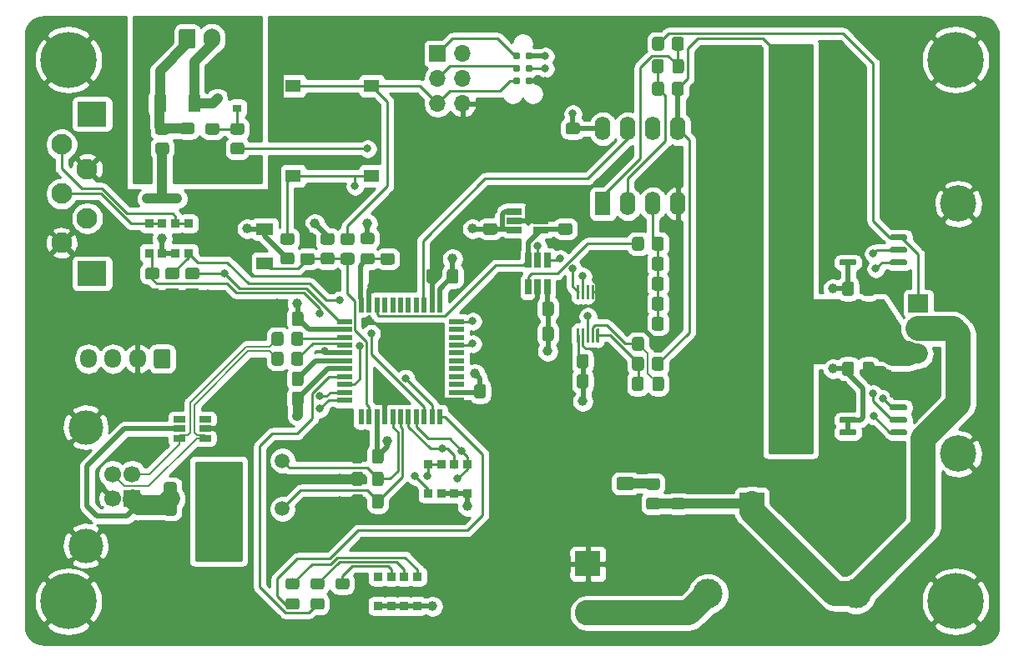
<source format=gtl>
G04 #@! TF.GenerationSoftware,KiCad,Pcbnew,(5.1.9)-1*
G04 #@! TF.CreationDate,2021-08-12T22:57:42-04:00*
G04 #@! TF.ProjectId,ElectronicLoad,456c6563-7472-46f6-9e69-634c6f61642e,A*
G04 #@! TF.SameCoordinates,Original*
G04 #@! TF.FileFunction,Copper,L1,Top*
G04 #@! TF.FilePolarity,Positive*
%FSLAX46Y46*%
G04 Gerber Fmt 4.6, Leading zero omitted, Abs format (unit mm)*
G04 Created by KiCad (PCBNEW (5.1.9)-1) date 2021-08-12 22:57:42*
%MOMM*%
%LPD*%
G01*
G04 APERTURE LIST*
G04 #@! TA.AperFunction,ComponentPad*
%ADD10C,2.100000*%
G04 #@! TD*
G04 #@! TA.AperFunction,ComponentPad*
%ADD11R,3.000000X2.500000*%
G04 #@! TD*
G04 #@! TA.AperFunction,SMDPad,CuDef*
%ADD12R,2.500000X2.300000*%
G04 #@! TD*
G04 #@! TA.AperFunction,ComponentPad*
%ADD13O,2.000000X1.905000*%
G04 #@! TD*
G04 #@! TA.AperFunction,ComponentPad*
%ADD14R,2.000000X1.905000*%
G04 #@! TD*
G04 #@! TA.AperFunction,ComponentPad*
%ADD15C,3.000000*%
G04 #@! TD*
G04 #@! TA.AperFunction,ComponentPad*
%ADD16C,3.686000*%
G04 #@! TD*
G04 #@! TA.AperFunction,ComponentPad*
%ADD17C,5.700000*%
G04 #@! TD*
G04 #@! TA.AperFunction,SMDPad,CuDef*
%ADD18R,0.900000X0.900000*%
G04 #@! TD*
G04 #@! TA.AperFunction,ComponentPad*
%ADD19O,1.600000X2.400000*%
G04 #@! TD*
G04 #@! TA.AperFunction,ComponentPad*
%ADD20R,1.600000X2.400000*%
G04 #@! TD*
G04 #@! TA.AperFunction,SMDPad,CuDef*
%ADD21R,1.550000X1.300000*%
G04 #@! TD*
G04 #@! TA.AperFunction,ComponentPad*
%ADD22O,1.700000X1.950000*%
G04 #@! TD*
G04 #@! TA.AperFunction,ComponentPad*
%ADD23O,1.700000X2.000000*%
G04 #@! TD*
G04 #@! TA.AperFunction,SMDPad,CuDef*
%ADD24R,0.900000X0.800000*%
G04 #@! TD*
G04 #@! TA.AperFunction,SMDPad,CuDef*
%ADD25R,1.300000X1.700000*%
G04 #@! TD*
G04 #@! TA.AperFunction,SMDPad,CuDef*
%ADD26R,1.220000X0.650000*%
G04 #@! TD*
G04 #@! TA.AperFunction,SMDPad,CuDef*
%ADD27R,1.700000X1.300000*%
G04 #@! TD*
G04 #@! TA.AperFunction,ComponentPad*
%ADD28C,1.500000*%
G04 #@! TD*
G04 #@! TA.AperFunction,ConnectorPad*
%ADD29C,0.787400*%
G04 #@! TD*
G04 #@! TA.AperFunction,ComponentPad*
%ADD30O,1.700000X1.700000*%
G04 #@! TD*
G04 #@! TA.AperFunction,ComponentPad*
%ADD31R,1.700000X1.700000*%
G04 #@! TD*
G04 #@! TA.AperFunction,ComponentPad*
%ADD32C,3.500000*%
G04 #@! TD*
G04 #@! TA.AperFunction,ComponentPad*
%ADD33C,1.700000*%
G04 #@! TD*
G04 #@! TA.AperFunction,SMDPad,CuDef*
%ADD34R,0.550000X1.500000*%
G04 #@! TD*
G04 #@! TA.AperFunction,SMDPad,CuDef*
%ADD35R,1.500000X0.550000*%
G04 #@! TD*
G04 #@! TA.AperFunction,SMDPad,CuDef*
%ADD36R,1.560000X0.650000*%
G04 #@! TD*
G04 #@! TA.AperFunction,SMDPad,CuDef*
%ADD37R,0.650000X1.560000*%
G04 #@! TD*
G04 #@! TA.AperFunction,ComponentPad*
%ADD38C,2.600000*%
G04 #@! TD*
G04 #@! TA.AperFunction,ComponentPad*
%ADD39R,2.600000X2.600000*%
G04 #@! TD*
G04 #@! TA.AperFunction,ViaPad*
%ADD40C,0.800000*%
G04 #@! TD*
G04 #@! TA.AperFunction,ViaPad*
%ADD41C,1.000000*%
G04 #@! TD*
G04 #@! TA.AperFunction,Conductor*
%ADD42C,0.500000*%
G04 #@! TD*
G04 #@! TA.AperFunction,Conductor*
%ADD43C,1.000000*%
G04 #@! TD*
G04 #@! TA.AperFunction,Conductor*
%ADD44C,2.000000*%
G04 #@! TD*
G04 #@! TA.AperFunction,Conductor*
%ADD45C,0.250000*%
G04 #@! TD*
G04 #@! TA.AperFunction,Conductor*
%ADD46C,2.500000*%
G04 #@! TD*
G04 #@! TA.AperFunction,Conductor*
%ADD47C,0.200000*%
G04 #@! TD*
G04 #@! TA.AperFunction,Conductor*
%ADD48C,0.254000*%
G04 #@! TD*
G04 #@! TA.AperFunction,Conductor*
%ADD49C,0.100000*%
G04 #@! TD*
G04 APERTURE END LIST*
D10*
X109676000Y-80344000D03*
X109676000Y-90344000D03*
X109676000Y-85344000D03*
D11*
X112776000Y-93444000D03*
X112776000Y-77244000D03*
D10*
X112276000Y-82844000D03*
X112276000Y-87844000D03*
G04 #@! TA.AperFunction,SMDPad,CuDef*
G36*
G01*
X153612000Y-105885000D02*
X153612000Y-104935000D01*
G75*
G02*
X153862000Y-104685000I250000J0D01*
G01*
X154537000Y-104685000D01*
G75*
G02*
X154787000Y-104935000I0J-250000D01*
G01*
X154787000Y-105885000D01*
G75*
G02*
X154537000Y-106135000I-250000J0D01*
G01*
X153862000Y-106135000D01*
G75*
G02*
X153612000Y-105885000I0J250000D01*
G01*
G37*
G04 #@! TD.AperFunction*
G04 #@! TA.AperFunction,SMDPad,CuDef*
G36*
G01*
X151537000Y-105885000D02*
X151537000Y-104935000D01*
G75*
G02*
X151787000Y-104685000I250000J0D01*
G01*
X152462000Y-104685000D01*
G75*
G02*
X152712000Y-104935000I0J-250000D01*
G01*
X152712000Y-105885000D01*
G75*
G02*
X152462000Y-106135000I-250000J0D01*
G01*
X151787000Y-106135000D01*
G75*
G02*
X151537000Y-105885000I0J250000D01*
G01*
G37*
G04 #@! TD.AperFunction*
G04 #@! TA.AperFunction,SMDPad,CuDef*
G36*
G01*
X166227997Y-117232000D02*
X167528003Y-117232000D01*
G75*
G02*
X167778000Y-117481997I0J-249997D01*
G01*
X167778000Y-118307003D01*
G75*
G02*
X167528003Y-118557000I-249997J0D01*
G01*
X166227997Y-118557000D01*
G75*
G02*
X165978000Y-118307003I0J249997D01*
G01*
X165978000Y-117481997D01*
G75*
G02*
X166227997Y-117232000I249997J0D01*
G01*
G37*
G04 #@! TD.AperFunction*
G04 #@! TA.AperFunction,SMDPad,CuDef*
G36*
G01*
X166227997Y-114107000D02*
X167528003Y-114107000D01*
G75*
G02*
X167778000Y-114356997I0J-249997D01*
G01*
X167778000Y-115182003D01*
G75*
G02*
X167528003Y-115432000I-249997J0D01*
G01*
X166227997Y-115432000D01*
G75*
G02*
X165978000Y-115182003I0J249997D01*
G01*
X165978000Y-114356997D01*
G75*
G02*
X166227997Y-114107000I249997J0D01*
G01*
G37*
G04 #@! TD.AperFunction*
G04 #@! TA.AperFunction,SMDPad,CuDef*
G36*
G01*
X122544000Y-119237997D02*
X122544000Y-120538003D01*
G75*
G02*
X122294003Y-120788000I-249997J0D01*
G01*
X121468997Y-120788000D01*
G75*
G02*
X121219000Y-120538003I0J249997D01*
G01*
X121219000Y-119237997D01*
G75*
G02*
X121468997Y-118988000I249997J0D01*
G01*
X122294003Y-118988000D01*
G75*
G02*
X122544000Y-119237997I0J-249997D01*
G01*
G37*
G04 #@! TD.AperFunction*
G04 #@! TA.AperFunction,SMDPad,CuDef*
G36*
G01*
X125669000Y-119237997D02*
X125669000Y-120538003D01*
G75*
G02*
X125419003Y-120788000I-249997J0D01*
G01*
X124593997Y-120788000D01*
G75*
G02*
X124344000Y-120538003I0J249997D01*
G01*
X124344000Y-119237997D01*
G75*
G02*
X124593997Y-118988000I249997J0D01*
G01*
X125419003Y-118988000D01*
G75*
G02*
X125669000Y-119237997I0J-249997D01*
G01*
G37*
G04 #@! TD.AperFunction*
G04 #@! TA.AperFunction,SMDPad,CuDef*
G36*
G01*
X164026000Y-104869000D02*
X164026000Y-103919000D01*
G75*
G02*
X164276000Y-103669000I250000J0D01*
G01*
X164951000Y-103669000D01*
G75*
G02*
X165201000Y-103919000I0J-250000D01*
G01*
X165201000Y-104869000D01*
G75*
G02*
X164951000Y-105119000I-250000J0D01*
G01*
X164276000Y-105119000D01*
G75*
G02*
X164026000Y-104869000I0J250000D01*
G01*
G37*
G04 #@! TD.AperFunction*
G04 #@! TA.AperFunction,SMDPad,CuDef*
G36*
G01*
X161951000Y-104869000D02*
X161951000Y-103919000D01*
G75*
G02*
X162201000Y-103669000I250000J0D01*
G01*
X162876000Y-103669000D01*
G75*
G02*
X163126000Y-103919000I0J-250000D01*
G01*
X163126000Y-104869000D01*
G75*
G02*
X162876000Y-105119000I-250000J0D01*
G01*
X162201000Y-105119000D01*
G75*
G02*
X161951000Y-104869000I0J250000D01*
G01*
G37*
G04 #@! TD.AperFunction*
G04 #@! TA.AperFunction,SMDPad,CuDef*
G36*
G01*
X157538000Y-99093000D02*
X157538000Y-100043000D01*
G75*
G02*
X157288000Y-100293000I-250000J0D01*
G01*
X156613000Y-100293000D01*
G75*
G02*
X156363000Y-100043000I0J250000D01*
G01*
X156363000Y-99093000D01*
G75*
G02*
X156613000Y-98843000I250000J0D01*
G01*
X157288000Y-98843000D01*
G75*
G02*
X157538000Y-99093000I0J-250000D01*
G01*
G37*
G04 #@! TD.AperFunction*
G04 #@! TA.AperFunction,SMDPad,CuDef*
G36*
G01*
X159613000Y-99093000D02*
X159613000Y-100043000D01*
G75*
G02*
X159363000Y-100293000I-250000J0D01*
G01*
X158688000Y-100293000D01*
G75*
G02*
X158438000Y-100043000I0J250000D01*
G01*
X158438000Y-99093000D01*
G75*
G02*
X158688000Y-98843000I250000J0D01*
G01*
X159363000Y-98843000D01*
G75*
G02*
X159613000Y-99093000I0J-250000D01*
G01*
G37*
G04 #@! TD.AperFunction*
D12*
X184014000Y-116840000D03*
X179714000Y-116840000D03*
G04 #@! TA.AperFunction,SMDPad,CuDef*
G36*
G01*
X120338001Y-79356000D02*
X119437999Y-79356000D01*
G75*
G02*
X119188000Y-79106001I0J249999D01*
G01*
X119188000Y-78405999D01*
G75*
G02*
X119437999Y-78156000I249999J0D01*
G01*
X120338001Y-78156000D01*
G75*
G02*
X120588000Y-78405999I0J-249999D01*
G01*
X120588000Y-79106001D01*
G75*
G02*
X120338001Y-79356000I-249999J0D01*
G01*
G37*
G04 #@! TD.AperFunction*
G04 #@! TA.AperFunction,SMDPad,CuDef*
G36*
G01*
X120338001Y-81356000D02*
X119437999Y-81356000D01*
G75*
G02*
X119188000Y-81106001I0J249999D01*
G01*
X119188000Y-80405999D01*
G75*
G02*
X119437999Y-80156000I249999J0D01*
G01*
X120338001Y-80156000D01*
G75*
G02*
X120588000Y-80405999I0J-249999D01*
G01*
X120588000Y-81106001D01*
G75*
G02*
X120338001Y-81356000I-249999J0D01*
G01*
G37*
G04 #@! TD.AperFunction*
G04 #@! TA.AperFunction,SMDPad,CuDef*
G36*
G01*
X121953000Y-80206000D02*
X122903000Y-80206000D01*
G75*
G02*
X123153000Y-80456000I0J-250000D01*
G01*
X123153000Y-81131000D01*
G75*
G02*
X122903000Y-81381000I-250000J0D01*
G01*
X121953000Y-81381000D01*
G75*
G02*
X121703000Y-81131000I0J250000D01*
G01*
X121703000Y-80456000D01*
G75*
G02*
X121953000Y-80206000I250000J0D01*
G01*
G37*
G04 #@! TD.AperFunction*
G04 #@! TA.AperFunction,SMDPad,CuDef*
G36*
G01*
X121953000Y-78131000D02*
X122903000Y-78131000D01*
G75*
G02*
X123153000Y-78381000I0J-250000D01*
G01*
X123153000Y-79056000D01*
G75*
G02*
X122903000Y-79306000I-250000J0D01*
G01*
X121953000Y-79306000D01*
G75*
G02*
X121703000Y-79056000I0J250000D01*
G01*
X121703000Y-78381000D01*
G75*
G02*
X121953000Y-78131000I250000J0D01*
G01*
G37*
G04 #@! TD.AperFunction*
D13*
X196596000Y-101600000D03*
X196596000Y-99060000D03*
D14*
X196596000Y-96520000D03*
D15*
X190260000Y-125984000D03*
X175260000Y-125984000D03*
D16*
X200660000Y-86360000D03*
X200660000Y-111760000D03*
G04 #@! TA.AperFunction,SMDPad,CuDef*
G36*
G01*
X190324000Y-109451000D02*
X190324000Y-109751000D01*
G75*
G02*
X190174000Y-109901000I-150000J0D01*
G01*
X188724000Y-109901000D01*
G75*
G02*
X188574000Y-109751000I0J150000D01*
G01*
X188574000Y-109451000D01*
G75*
G02*
X188724000Y-109301000I150000J0D01*
G01*
X190174000Y-109301000D01*
G75*
G02*
X190324000Y-109451000I0J-150000D01*
G01*
G37*
G04 #@! TD.AperFunction*
G04 #@! TA.AperFunction,SMDPad,CuDef*
G36*
G01*
X190324000Y-108181000D02*
X190324000Y-108481000D01*
G75*
G02*
X190174000Y-108631000I-150000J0D01*
G01*
X188724000Y-108631000D01*
G75*
G02*
X188574000Y-108481000I0J150000D01*
G01*
X188574000Y-108181000D01*
G75*
G02*
X188724000Y-108031000I150000J0D01*
G01*
X190174000Y-108031000D01*
G75*
G02*
X190324000Y-108181000I0J-150000D01*
G01*
G37*
G04 #@! TD.AperFunction*
G04 #@! TA.AperFunction,SMDPad,CuDef*
G36*
G01*
X190324000Y-106911000D02*
X190324000Y-107211000D01*
G75*
G02*
X190174000Y-107361000I-150000J0D01*
G01*
X188724000Y-107361000D01*
G75*
G02*
X188574000Y-107211000I0J150000D01*
G01*
X188574000Y-106911000D01*
G75*
G02*
X188724000Y-106761000I150000J0D01*
G01*
X190174000Y-106761000D01*
G75*
G02*
X190324000Y-106911000I0J-150000D01*
G01*
G37*
G04 #@! TD.AperFunction*
G04 #@! TA.AperFunction,SMDPad,CuDef*
G36*
G01*
X190324000Y-105641000D02*
X190324000Y-105941000D01*
G75*
G02*
X190174000Y-106091000I-150000J0D01*
G01*
X188724000Y-106091000D01*
G75*
G02*
X188574000Y-105941000I0J150000D01*
G01*
X188574000Y-105641000D01*
G75*
G02*
X188724000Y-105491000I150000J0D01*
G01*
X190174000Y-105491000D01*
G75*
G02*
X190324000Y-105641000I0J-150000D01*
G01*
G37*
G04 #@! TD.AperFunction*
G04 #@! TA.AperFunction,SMDPad,CuDef*
G36*
G01*
X195474000Y-105641000D02*
X195474000Y-105941000D01*
G75*
G02*
X195324000Y-106091000I-150000J0D01*
G01*
X193874000Y-106091000D01*
G75*
G02*
X193724000Y-105941000I0J150000D01*
G01*
X193724000Y-105641000D01*
G75*
G02*
X193874000Y-105491000I150000J0D01*
G01*
X195324000Y-105491000D01*
G75*
G02*
X195474000Y-105641000I0J-150000D01*
G01*
G37*
G04 #@! TD.AperFunction*
G04 #@! TA.AperFunction,SMDPad,CuDef*
G36*
G01*
X195474000Y-106911000D02*
X195474000Y-107211000D01*
G75*
G02*
X195324000Y-107361000I-150000J0D01*
G01*
X193874000Y-107361000D01*
G75*
G02*
X193724000Y-107211000I0J150000D01*
G01*
X193724000Y-106911000D01*
G75*
G02*
X193874000Y-106761000I150000J0D01*
G01*
X195324000Y-106761000D01*
G75*
G02*
X195474000Y-106911000I0J-150000D01*
G01*
G37*
G04 #@! TD.AperFunction*
G04 #@! TA.AperFunction,SMDPad,CuDef*
G36*
G01*
X195474000Y-108181000D02*
X195474000Y-108481000D01*
G75*
G02*
X195324000Y-108631000I-150000J0D01*
G01*
X193874000Y-108631000D01*
G75*
G02*
X193724000Y-108481000I0J150000D01*
G01*
X193724000Y-108181000D01*
G75*
G02*
X193874000Y-108031000I150000J0D01*
G01*
X195324000Y-108031000D01*
G75*
G02*
X195474000Y-108181000I0J-150000D01*
G01*
G37*
G04 #@! TD.AperFunction*
G04 #@! TA.AperFunction,SMDPad,CuDef*
G36*
G01*
X195474000Y-109451000D02*
X195474000Y-109751000D01*
G75*
G02*
X195324000Y-109901000I-150000J0D01*
G01*
X193874000Y-109901000D01*
G75*
G02*
X193724000Y-109751000I0J150000D01*
G01*
X193724000Y-109451000D01*
G75*
G02*
X193874000Y-109301000I150000J0D01*
G01*
X195324000Y-109301000D01*
G75*
G02*
X195474000Y-109451000I0J-150000D01*
G01*
G37*
G04 #@! TD.AperFunction*
G04 #@! TA.AperFunction,SMDPad,CuDef*
G36*
G01*
X190950000Y-103599000D02*
X190950000Y-102649000D01*
G75*
G02*
X191200000Y-102399000I250000J0D01*
G01*
X191875000Y-102399000D01*
G75*
G02*
X192125000Y-102649000I0J-250000D01*
G01*
X192125000Y-103599000D01*
G75*
G02*
X191875000Y-103849000I-250000J0D01*
G01*
X191200000Y-103849000D01*
G75*
G02*
X190950000Y-103599000I0J250000D01*
G01*
G37*
G04 #@! TD.AperFunction*
G04 #@! TA.AperFunction,SMDPad,CuDef*
G36*
G01*
X188875000Y-103599000D02*
X188875000Y-102649000D01*
G75*
G02*
X189125000Y-102399000I250000J0D01*
G01*
X189800000Y-102399000D01*
G75*
G02*
X190050000Y-102649000I0J-250000D01*
G01*
X190050000Y-103599000D01*
G75*
G02*
X189800000Y-103849000I-250000J0D01*
G01*
X189125000Y-103849000D01*
G75*
G02*
X188875000Y-103599000I0J250000D01*
G01*
G37*
G04 #@! TD.AperFunction*
D17*
X110372000Y-126740000D03*
X200372000Y-126740000D03*
X200372000Y-71740000D03*
X110372000Y-71740000D03*
D18*
X148184000Y-115800000D03*
X146844000Y-115800000D03*
X150844000Y-115800000D03*
X149504000Y-115800000D03*
X148184000Y-112800000D03*
X149504000Y-112800000D03*
X146844000Y-112800000D03*
X150844000Y-112800000D03*
G04 #@! TA.AperFunction,SMDPad,CuDef*
G36*
G01*
X133038001Y-90532000D02*
X132137999Y-90532000D01*
G75*
G02*
X131888000Y-90282001I0J249999D01*
G01*
X131888000Y-89581999D01*
G75*
G02*
X132137999Y-89332000I249999J0D01*
G01*
X133038001Y-89332000D01*
G75*
G02*
X133288000Y-89581999I0J-249999D01*
G01*
X133288000Y-90282001D01*
G75*
G02*
X133038001Y-90532000I-249999J0D01*
G01*
G37*
G04 #@! TD.AperFunction*
G04 #@! TA.AperFunction,SMDPad,CuDef*
G36*
G01*
X133038001Y-92532000D02*
X132137999Y-92532000D01*
G75*
G02*
X131888000Y-92282001I0J249999D01*
G01*
X131888000Y-91581999D01*
G75*
G02*
X132137999Y-91332000I249999J0D01*
G01*
X133038001Y-91332000D01*
G75*
G02*
X133288000Y-91581999I0J-249999D01*
G01*
X133288000Y-92282001D01*
G75*
G02*
X133038001Y-92532000I-249999J0D01*
G01*
G37*
G04 #@! TD.AperFunction*
G04 #@! TA.AperFunction,SMDPad,CuDef*
G36*
G01*
X122461000Y-94938000D02*
X123411000Y-94938000D01*
G75*
G02*
X123661000Y-95188000I0J-250000D01*
G01*
X123661000Y-95863000D01*
G75*
G02*
X123411000Y-96113000I-250000J0D01*
G01*
X122461000Y-96113000D01*
G75*
G02*
X122211000Y-95863000I0J250000D01*
G01*
X122211000Y-95188000D01*
G75*
G02*
X122461000Y-94938000I250000J0D01*
G01*
G37*
G04 #@! TD.AperFunction*
G04 #@! TA.AperFunction,SMDPad,CuDef*
G36*
G01*
X122461000Y-92863000D02*
X123411000Y-92863000D01*
G75*
G02*
X123661000Y-93113000I0J-250000D01*
G01*
X123661000Y-93788000D01*
G75*
G02*
X123411000Y-94038000I-250000J0D01*
G01*
X122461000Y-94038000D01*
G75*
G02*
X122211000Y-93788000I0J250000D01*
G01*
X122211000Y-93113000D01*
G75*
G02*
X122461000Y-92863000I250000J0D01*
G01*
G37*
G04 #@! TD.AperFunction*
X119898000Y-91366000D03*
X118558000Y-91366000D03*
X122558000Y-91366000D03*
X121218000Y-91366000D03*
X119898000Y-88366000D03*
X121218000Y-88366000D03*
X118558000Y-88366000D03*
X122558000Y-88366000D03*
G04 #@! TA.AperFunction,SMDPad,CuDef*
G36*
G01*
X118397000Y-94938000D02*
X119347000Y-94938000D01*
G75*
G02*
X119597000Y-95188000I0J-250000D01*
G01*
X119597000Y-95863000D01*
G75*
G02*
X119347000Y-96113000I-250000J0D01*
G01*
X118397000Y-96113000D01*
G75*
G02*
X118147000Y-95863000I0J250000D01*
G01*
X118147000Y-95188000D01*
G75*
G02*
X118397000Y-94938000I250000J0D01*
G01*
G37*
G04 #@! TD.AperFunction*
G04 #@! TA.AperFunction,SMDPad,CuDef*
G36*
G01*
X118397000Y-92863000D02*
X119347000Y-92863000D01*
G75*
G02*
X119597000Y-93113000I0J-250000D01*
G01*
X119597000Y-93788000D01*
G75*
G02*
X119347000Y-94038000I-250000J0D01*
G01*
X118397000Y-94038000D01*
G75*
G02*
X118147000Y-93788000I0J250000D01*
G01*
X118147000Y-93113000D01*
G75*
G02*
X118397000Y-92863000I250000J0D01*
G01*
G37*
G04 #@! TD.AperFunction*
G04 #@! TA.AperFunction,SMDPad,CuDef*
G36*
G01*
X120429000Y-94938000D02*
X121379000Y-94938000D01*
G75*
G02*
X121629000Y-95188000I0J-250000D01*
G01*
X121629000Y-95863000D01*
G75*
G02*
X121379000Y-96113000I-250000J0D01*
G01*
X120429000Y-96113000D01*
G75*
G02*
X120179000Y-95863000I0J250000D01*
G01*
X120179000Y-95188000D01*
G75*
G02*
X120429000Y-94938000I250000J0D01*
G01*
G37*
G04 #@! TD.AperFunction*
G04 #@! TA.AperFunction,SMDPad,CuDef*
G36*
G01*
X120429000Y-92863000D02*
X121379000Y-92863000D01*
G75*
G02*
X121629000Y-93113000I0J-250000D01*
G01*
X121629000Y-93788000D01*
G75*
G02*
X121379000Y-94038000I-250000J0D01*
G01*
X120429000Y-94038000D01*
G75*
G02*
X120179000Y-93788000I0J250000D01*
G01*
X120179000Y-93113000D01*
G75*
G02*
X120429000Y-92863000I250000J0D01*
G01*
G37*
G04 #@! TD.AperFunction*
G04 #@! TA.AperFunction,SMDPad,CuDef*
G36*
G01*
X169564000Y-99002001D02*
X169564000Y-98101999D01*
G75*
G02*
X169813999Y-97852000I249999J0D01*
G01*
X170514001Y-97852000D01*
G75*
G02*
X170764000Y-98101999I0J-249999D01*
G01*
X170764000Y-99002001D01*
G75*
G02*
X170514001Y-99252000I-249999J0D01*
G01*
X169813999Y-99252000D01*
G75*
G02*
X169564000Y-99002001I0J249999D01*
G01*
G37*
G04 #@! TD.AperFunction*
G04 #@! TA.AperFunction,SMDPad,CuDef*
G36*
G01*
X167564000Y-99002001D02*
X167564000Y-98101999D01*
G75*
G02*
X167813999Y-97852000I249999J0D01*
G01*
X168514001Y-97852000D01*
G75*
G02*
X168764000Y-98101999I0J-249999D01*
G01*
X168764000Y-99002001D01*
G75*
G02*
X168514001Y-99252000I-249999J0D01*
G01*
X167813999Y-99252000D01*
G75*
G02*
X167564000Y-99002001I0J249999D01*
G01*
G37*
G04 #@! TD.AperFunction*
G04 #@! TA.AperFunction,SMDPad,CuDef*
G36*
G01*
X190950000Y-95471000D02*
X190950000Y-94521000D01*
G75*
G02*
X191200000Y-94271000I250000J0D01*
G01*
X191875000Y-94271000D01*
G75*
G02*
X192125000Y-94521000I0J-250000D01*
G01*
X192125000Y-95471000D01*
G75*
G02*
X191875000Y-95721000I-250000J0D01*
G01*
X191200000Y-95721000D01*
G75*
G02*
X190950000Y-95471000I0J250000D01*
G01*
G37*
G04 #@! TD.AperFunction*
G04 #@! TA.AperFunction,SMDPad,CuDef*
G36*
G01*
X188875000Y-95471000D02*
X188875000Y-94521000D01*
G75*
G02*
X189125000Y-94271000I250000J0D01*
G01*
X189800000Y-94271000D01*
G75*
G02*
X190050000Y-94521000I0J-250000D01*
G01*
X190050000Y-95471000D01*
G75*
G02*
X189800000Y-95721000I-250000J0D01*
G01*
X189125000Y-95721000D01*
G75*
G02*
X188875000Y-95471000I0J250000D01*
G01*
G37*
G04 #@! TD.AperFunction*
G04 #@! TA.AperFunction,SMDPad,CuDef*
G36*
G01*
X172662001Y-115424000D02*
X171761999Y-115424000D01*
G75*
G02*
X171512000Y-115174001I0J249999D01*
G01*
X171512000Y-114473999D01*
G75*
G02*
X171761999Y-114224000I249999J0D01*
G01*
X172662001Y-114224000D01*
G75*
G02*
X172912000Y-114473999I0J-249999D01*
G01*
X172912000Y-115174001D01*
G75*
G02*
X172662001Y-115424000I-249999J0D01*
G01*
G37*
G04 #@! TD.AperFunction*
G04 #@! TA.AperFunction,SMDPad,CuDef*
G36*
G01*
X172662001Y-117424000D02*
X171761999Y-117424000D01*
G75*
G02*
X171512000Y-117174001I0J249999D01*
G01*
X171512000Y-116473999D01*
G75*
G02*
X171761999Y-116224000I249999J0D01*
G01*
X172662001Y-116224000D01*
G75*
G02*
X172912000Y-116473999I0J-249999D01*
G01*
X172912000Y-117174001D01*
G75*
G02*
X172662001Y-117424000I-249999J0D01*
G01*
G37*
G04 #@! TD.AperFunction*
G04 #@! TA.AperFunction,SMDPad,CuDef*
G36*
G01*
X190324000Y-92179000D02*
X190324000Y-92479000D01*
G75*
G02*
X190174000Y-92629000I-150000J0D01*
G01*
X188724000Y-92629000D01*
G75*
G02*
X188574000Y-92479000I0J150000D01*
G01*
X188574000Y-92179000D01*
G75*
G02*
X188724000Y-92029000I150000J0D01*
G01*
X190174000Y-92029000D01*
G75*
G02*
X190324000Y-92179000I0J-150000D01*
G01*
G37*
G04 #@! TD.AperFunction*
G04 #@! TA.AperFunction,SMDPad,CuDef*
G36*
G01*
X190324000Y-90909000D02*
X190324000Y-91209000D01*
G75*
G02*
X190174000Y-91359000I-150000J0D01*
G01*
X188724000Y-91359000D01*
G75*
G02*
X188574000Y-91209000I0J150000D01*
G01*
X188574000Y-90909000D01*
G75*
G02*
X188724000Y-90759000I150000J0D01*
G01*
X190174000Y-90759000D01*
G75*
G02*
X190324000Y-90909000I0J-150000D01*
G01*
G37*
G04 #@! TD.AperFunction*
G04 #@! TA.AperFunction,SMDPad,CuDef*
G36*
G01*
X190324000Y-89639000D02*
X190324000Y-89939000D01*
G75*
G02*
X190174000Y-90089000I-150000J0D01*
G01*
X188724000Y-90089000D01*
G75*
G02*
X188574000Y-89939000I0J150000D01*
G01*
X188574000Y-89639000D01*
G75*
G02*
X188724000Y-89489000I150000J0D01*
G01*
X190174000Y-89489000D01*
G75*
G02*
X190324000Y-89639000I0J-150000D01*
G01*
G37*
G04 #@! TD.AperFunction*
G04 #@! TA.AperFunction,SMDPad,CuDef*
G36*
G01*
X190324000Y-88369000D02*
X190324000Y-88669000D01*
G75*
G02*
X190174000Y-88819000I-150000J0D01*
G01*
X188724000Y-88819000D01*
G75*
G02*
X188574000Y-88669000I0J150000D01*
G01*
X188574000Y-88369000D01*
G75*
G02*
X188724000Y-88219000I150000J0D01*
G01*
X190174000Y-88219000D01*
G75*
G02*
X190324000Y-88369000I0J-150000D01*
G01*
G37*
G04 #@! TD.AperFunction*
G04 #@! TA.AperFunction,SMDPad,CuDef*
G36*
G01*
X195474000Y-88369000D02*
X195474000Y-88669000D01*
G75*
G02*
X195324000Y-88819000I-150000J0D01*
G01*
X193874000Y-88819000D01*
G75*
G02*
X193724000Y-88669000I0J150000D01*
G01*
X193724000Y-88369000D01*
G75*
G02*
X193874000Y-88219000I150000J0D01*
G01*
X195324000Y-88219000D01*
G75*
G02*
X195474000Y-88369000I0J-150000D01*
G01*
G37*
G04 #@! TD.AperFunction*
G04 #@! TA.AperFunction,SMDPad,CuDef*
G36*
G01*
X195474000Y-89639000D02*
X195474000Y-89939000D01*
G75*
G02*
X195324000Y-90089000I-150000J0D01*
G01*
X193874000Y-90089000D01*
G75*
G02*
X193724000Y-89939000I0J150000D01*
G01*
X193724000Y-89639000D01*
G75*
G02*
X193874000Y-89489000I150000J0D01*
G01*
X195324000Y-89489000D01*
G75*
G02*
X195474000Y-89639000I0J-150000D01*
G01*
G37*
G04 #@! TD.AperFunction*
G04 #@! TA.AperFunction,SMDPad,CuDef*
G36*
G01*
X195474000Y-90909000D02*
X195474000Y-91209000D01*
G75*
G02*
X195324000Y-91359000I-150000J0D01*
G01*
X193874000Y-91359000D01*
G75*
G02*
X193724000Y-91209000I0J150000D01*
G01*
X193724000Y-90909000D01*
G75*
G02*
X193874000Y-90759000I150000J0D01*
G01*
X195324000Y-90759000D01*
G75*
G02*
X195474000Y-90909000I0J-150000D01*
G01*
G37*
G04 #@! TD.AperFunction*
G04 #@! TA.AperFunction,SMDPad,CuDef*
G36*
G01*
X195474000Y-92179000D02*
X195474000Y-92479000D01*
G75*
G02*
X195324000Y-92629000I-150000J0D01*
G01*
X193874000Y-92629000D01*
G75*
G02*
X193724000Y-92479000I0J150000D01*
G01*
X193724000Y-92179000D01*
G75*
G02*
X193874000Y-92029000I150000J0D01*
G01*
X195324000Y-92029000D01*
G75*
G02*
X195474000Y-92179000I0J-150000D01*
G01*
G37*
G04 #@! TD.AperFunction*
D19*
X164592000Y-78740000D03*
X172212000Y-86360000D03*
X167132000Y-78740000D03*
X169672000Y-86360000D03*
X169672000Y-78740000D03*
X167132000Y-86360000D03*
X172212000Y-78740000D03*
D20*
X164592000Y-86360000D03*
D21*
X141140000Y-74386000D03*
X141140000Y-69886000D03*
X133180000Y-69886000D03*
X133180000Y-74386000D03*
X133180000Y-79030000D03*
X133180000Y-83530000D03*
X141140000Y-83530000D03*
X141140000Y-79030000D03*
D22*
X112388000Y-102108000D03*
X114888000Y-102108000D03*
X117388000Y-102108000D03*
G04 #@! TA.AperFunction,ComponentPad*
G36*
G01*
X120738000Y-101383000D02*
X120738000Y-102833000D01*
G75*
G02*
X120488000Y-103083000I-250000J0D01*
G01*
X119288000Y-103083000D01*
G75*
G02*
X119038000Y-102833000I0J250000D01*
G01*
X119038000Y-101383000D01*
G75*
G02*
X119288000Y-101133000I250000J0D01*
G01*
X120488000Y-101133000D01*
G75*
G02*
X120738000Y-101383000I0J-250000D01*
G01*
G37*
G04 #@! TD.AperFunction*
G04 #@! TA.AperFunction,SMDPad,CuDef*
G36*
G01*
X147864500Y-93251000D02*
X147864500Y-94201000D01*
G75*
G02*
X147614500Y-94451000I-250000J0D01*
G01*
X146939500Y-94451000D01*
G75*
G02*
X146689500Y-94201000I0J250000D01*
G01*
X146689500Y-93251000D01*
G75*
G02*
X146939500Y-93001000I250000J0D01*
G01*
X147614500Y-93001000D01*
G75*
G02*
X147864500Y-93251000I0J-250000D01*
G01*
G37*
G04 #@! TD.AperFunction*
G04 #@! TA.AperFunction,SMDPad,CuDef*
G36*
G01*
X149939500Y-93251000D02*
X149939500Y-94201000D01*
G75*
G02*
X149689500Y-94451000I-250000J0D01*
G01*
X149014500Y-94451000D01*
G75*
G02*
X148764500Y-94201000I0J250000D01*
G01*
X148764500Y-93251000D01*
G75*
G02*
X149014500Y-93001000I250000J0D01*
G01*
X149689500Y-93001000D01*
G75*
G02*
X149939500Y-93251000I0J-250000D01*
G01*
G37*
G04 #@! TD.AperFunction*
G04 #@! TA.AperFunction,SMDPad,CuDef*
G36*
G01*
X124517999Y-80156000D02*
X125418001Y-80156000D01*
G75*
G02*
X125668000Y-80405999I0J-249999D01*
G01*
X125668000Y-81106001D01*
G75*
G02*
X125418001Y-81356000I-249999J0D01*
G01*
X124517999Y-81356000D01*
G75*
G02*
X124268000Y-81106001I0J249999D01*
G01*
X124268000Y-80405999D01*
G75*
G02*
X124517999Y-80156000I249999J0D01*
G01*
G37*
G04 #@! TD.AperFunction*
G04 #@! TA.AperFunction,SMDPad,CuDef*
G36*
G01*
X124517999Y-78156000D02*
X125418001Y-78156000D01*
G75*
G02*
X125668000Y-78405999I0J-249999D01*
G01*
X125668000Y-79106001D01*
G75*
G02*
X125418001Y-79356000I-249999J0D01*
G01*
X124517999Y-79356000D01*
G75*
G02*
X124268000Y-79106001I0J249999D01*
G01*
X124268000Y-78405999D01*
G75*
G02*
X124517999Y-78156000I249999J0D01*
G01*
G37*
G04 #@! TD.AperFunction*
G04 #@! TA.AperFunction,SMDPad,CuDef*
G36*
G01*
X127958001Y-79356000D02*
X127057999Y-79356000D01*
G75*
G02*
X126808000Y-79106001I0J249999D01*
G01*
X126808000Y-78405999D01*
G75*
G02*
X127057999Y-78156000I249999J0D01*
G01*
X127958001Y-78156000D01*
G75*
G02*
X128208000Y-78405999I0J-249999D01*
G01*
X128208000Y-79106001D01*
G75*
G02*
X127958001Y-79356000I-249999J0D01*
G01*
G37*
G04 #@! TD.AperFunction*
G04 #@! TA.AperFunction,SMDPad,CuDef*
G36*
G01*
X127958001Y-81356000D02*
X127057999Y-81356000D01*
G75*
G02*
X126808000Y-81106001I0J249999D01*
G01*
X126808000Y-80405999D01*
G75*
G02*
X127057999Y-80156000I249999J0D01*
G01*
X127958001Y-80156000D01*
G75*
G02*
X128208000Y-80405999I0J-249999D01*
G01*
X128208000Y-81106001D01*
G75*
G02*
X127958001Y-81356000I-249999J0D01*
G01*
G37*
G04 #@! TD.AperFunction*
D23*
X124928000Y-69596000D03*
G04 #@! TA.AperFunction,ComponentPad*
G36*
G01*
X121578000Y-70346000D02*
X121578000Y-68846000D01*
G75*
G02*
X121828000Y-68596000I250000J0D01*
G01*
X123028000Y-68596000D01*
G75*
G02*
X123278000Y-68846000I0J-250000D01*
G01*
X123278000Y-70346000D01*
G75*
G02*
X123028000Y-70596000I-250000J0D01*
G01*
X121828000Y-70596000D01*
G75*
G02*
X121578000Y-70346000I0J250000D01*
G01*
G37*
G04 #@! TD.AperFunction*
D24*
X125492000Y-75692000D03*
X127492000Y-74742000D03*
X127492000Y-76642000D03*
D25*
X123162000Y-76200000D03*
X119662000Y-76200000D03*
D26*
X121626000Y-110170000D03*
X121626000Y-109220000D03*
X121626000Y-108270000D03*
X124246000Y-108270000D03*
X124246000Y-109220000D03*
X124246000Y-110170000D03*
D27*
X130302000Y-92428000D03*
X130302000Y-88928000D03*
G04 #@! TA.AperFunction,SMDPad,CuDef*
G36*
G01*
X136201999Y-91332000D02*
X137102001Y-91332000D01*
G75*
G02*
X137352000Y-91581999I0J-249999D01*
G01*
X137352000Y-92282001D01*
G75*
G02*
X137102001Y-92532000I-249999J0D01*
G01*
X136201999Y-92532000D01*
G75*
G02*
X135952000Y-92282001I0J249999D01*
G01*
X135952000Y-91581999D01*
G75*
G02*
X136201999Y-91332000I249999J0D01*
G01*
G37*
G04 #@! TD.AperFunction*
G04 #@! TA.AperFunction,SMDPad,CuDef*
G36*
G01*
X136201999Y-89332000D02*
X137102001Y-89332000D01*
G75*
G02*
X137352000Y-89581999I0J-249999D01*
G01*
X137352000Y-90282001D01*
G75*
G02*
X137102001Y-90532000I-249999J0D01*
G01*
X136201999Y-90532000D01*
G75*
G02*
X135952000Y-90282001I0J249999D01*
G01*
X135952000Y-89581999D01*
G75*
G02*
X136201999Y-89332000I249999J0D01*
G01*
G37*
G04 #@! TD.AperFunction*
G04 #@! TA.AperFunction,SMDPad,CuDef*
G36*
G01*
X139134001Y-90548000D02*
X138233999Y-90548000D01*
G75*
G02*
X137984000Y-90298001I0J249999D01*
G01*
X137984000Y-89597999D01*
G75*
G02*
X138233999Y-89348000I249999J0D01*
G01*
X139134001Y-89348000D01*
G75*
G02*
X139384000Y-89597999I0J-249999D01*
G01*
X139384000Y-90298001D01*
G75*
G02*
X139134001Y-90548000I-249999J0D01*
G01*
G37*
G04 #@! TD.AperFunction*
G04 #@! TA.AperFunction,SMDPad,CuDef*
G36*
G01*
X139134001Y-92548000D02*
X138233999Y-92548000D01*
G75*
G02*
X137984000Y-92298001I0J249999D01*
G01*
X137984000Y-91597999D01*
G75*
G02*
X138233999Y-91348000I249999J0D01*
G01*
X139134001Y-91348000D01*
G75*
G02*
X139384000Y-91597999I0J-249999D01*
G01*
X139384000Y-92298001D01*
G75*
G02*
X139134001Y-92548000I-249999J0D01*
G01*
G37*
G04 #@! TD.AperFunction*
G04 #@! TA.AperFunction,SMDPad,CuDef*
G36*
G01*
X135095000Y-90482000D02*
X134145000Y-90482000D01*
G75*
G02*
X133895000Y-90232000I0J250000D01*
G01*
X133895000Y-89557000D01*
G75*
G02*
X134145000Y-89307000I250000J0D01*
G01*
X135095000Y-89307000D01*
G75*
G02*
X135345000Y-89557000I0J-250000D01*
G01*
X135345000Y-90232000D01*
G75*
G02*
X135095000Y-90482000I-250000J0D01*
G01*
G37*
G04 #@! TD.AperFunction*
G04 #@! TA.AperFunction,SMDPad,CuDef*
G36*
G01*
X135095000Y-92557000D02*
X134145000Y-92557000D01*
G75*
G02*
X133895000Y-92307000I0J250000D01*
G01*
X133895000Y-91632000D01*
G75*
G02*
X134145000Y-91382000I250000J0D01*
G01*
X135095000Y-91382000D01*
G75*
G02*
X135345000Y-91632000I0J-250000D01*
G01*
X135345000Y-92307000D01*
G75*
G02*
X135095000Y-92557000I-250000J0D01*
G01*
G37*
G04 #@! TD.AperFunction*
G04 #@! TA.AperFunction,SMDPad,CuDef*
G36*
G01*
X143223000Y-90482000D02*
X142273000Y-90482000D01*
G75*
G02*
X142023000Y-90232000I0J250000D01*
G01*
X142023000Y-89557000D01*
G75*
G02*
X142273000Y-89307000I250000J0D01*
G01*
X143223000Y-89307000D01*
G75*
G02*
X143473000Y-89557000I0J-250000D01*
G01*
X143473000Y-90232000D01*
G75*
G02*
X143223000Y-90482000I-250000J0D01*
G01*
G37*
G04 #@! TD.AperFunction*
G04 #@! TA.AperFunction,SMDPad,CuDef*
G36*
G01*
X143223000Y-92557000D02*
X142273000Y-92557000D01*
G75*
G02*
X142023000Y-92307000I0J250000D01*
G01*
X142023000Y-91632000D01*
G75*
G02*
X142273000Y-91382000I250000J0D01*
G01*
X143223000Y-91382000D01*
G75*
G02*
X143473000Y-91632000I0J-250000D01*
G01*
X143473000Y-92307000D01*
G75*
G02*
X143223000Y-92557000I-250000J0D01*
G01*
G37*
G04 #@! TD.AperFunction*
G04 #@! TA.AperFunction,SMDPad,CuDef*
G36*
G01*
X140265999Y-91373000D02*
X141166001Y-91373000D01*
G75*
G02*
X141416000Y-91622999I0J-249999D01*
G01*
X141416000Y-92273001D01*
G75*
G02*
X141166001Y-92523000I-249999J0D01*
G01*
X140265999Y-92523000D01*
G75*
G02*
X140016000Y-92273001I0J249999D01*
G01*
X140016000Y-91622999D01*
G75*
G02*
X140265999Y-91373000I249999J0D01*
G01*
G37*
G04 #@! TD.AperFunction*
G04 #@! TA.AperFunction,SMDPad,CuDef*
G36*
G01*
X140265999Y-89323000D02*
X141166001Y-89323000D01*
G75*
G02*
X141416000Y-89572999I0J-249999D01*
G01*
X141416000Y-90223001D01*
G75*
G02*
X141166001Y-90473000I-249999J0D01*
G01*
X140265999Y-90473000D01*
G75*
G02*
X140016000Y-90223001I0J249999D01*
G01*
X140016000Y-89572999D01*
G75*
G02*
X140265999Y-89323000I249999J0D01*
G01*
G37*
G04 #@! TD.AperFunction*
G04 #@! TA.AperFunction,SMDPad,CuDef*
G36*
G01*
X140266000Y-111539000D02*
X140266000Y-112489000D01*
G75*
G02*
X140016000Y-112739000I-250000J0D01*
G01*
X139341000Y-112739000D01*
G75*
G02*
X139091000Y-112489000I0J250000D01*
G01*
X139091000Y-111539000D01*
G75*
G02*
X139341000Y-111289000I250000J0D01*
G01*
X140016000Y-111289000D01*
G75*
G02*
X140266000Y-111539000I0J-250000D01*
G01*
G37*
G04 #@! TD.AperFunction*
G04 #@! TA.AperFunction,SMDPad,CuDef*
G36*
G01*
X142341000Y-111539000D02*
X142341000Y-112489000D01*
G75*
G02*
X142091000Y-112739000I-250000J0D01*
G01*
X141416000Y-112739000D01*
G75*
G02*
X141166000Y-112489000I0J250000D01*
G01*
X141166000Y-111539000D01*
G75*
G02*
X141416000Y-111289000I250000J0D01*
G01*
X142091000Y-111289000D01*
G75*
G02*
X142341000Y-111539000I0J-250000D01*
G01*
G37*
G04 #@! TD.AperFunction*
G04 #@! TA.AperFunction,SMDPad,CuDef*
G36*
G01*
X132138000Y-97569000D02*
X132138000Y-98519000D01*
G75*
G02*
X131888000Y-98769000I-250000J0D01*
G01*
X131213000Y-98769000D01*
G75*
G02*
X130963000Y-98519000I0J250000D01*
G01*
X130963000Y-97569000D01*
G75*
G02*
X131213000Y-97319000I250000J0D01*
G01*
X131888000Y-97319000D01*
G75*
G02*
X132138000Y-97569000I0J-250000D01*
G01*
G37*
G04 #@! TD.AperFunction*
G04 #@! TA.AperFunction,SMDPad,CuDef*
G36*
G01*
X134213000Y-97569000D02*
X134213000Y-98519000D01*
G75*
G02*
X133963000Y-98769000I-250000J0D01*
G01*
X133288000Y-98769000D01*
G75*
G02*
X133038000Y-98519000I0J250000D01*
G01*
X133038000Y-97569000D01*
G75*
G02*
X133288000Y-97319000I250000J0D01*
G01*
X133963000Y-97319000D01*
G75*
G02*
X134213000Y-97569000I0J-250000D01*
G01*
G37*
G04 #@! TD.AperFunction*
G04 #@! TA.AperFunction,SMDPad,CuDef*
G36*
G01*
X132138000Y-105697000D02*
X132138000Y-106647000D01*
G75*
G02*
X131888000Y-106897000I-250000J0D01*
G01*
X131213000Y-106897000D01*
G75*
G02*
X130963000Y-106647000I0J250000D01*
G01*
X130963000Y-105697000D01*
G75*
G02*
X131213000Y-105447000I250000J0D01*
G01*
X131888000Y-105447000D01*
G75*
G02*
X132138000Y-105697000I0J-250000D01*
G01*
G37*
G04 #@! TD.AperFunction*
G04 #@! TA.AperFunction,SMDPad,CuDef*
G36*
G01*
X134213000Y-105697000D02*
X134213000Y-106647000D01*
G75*
G02*
X133963000Y-106897000I-250000J0D01*
G01*
X133288000Y-106897000D01*
G75*
G02*
X133038000Y-106647000I0J250000D01*
G01*
X133038000Y-105697000D01*
G75*
G02*
X133288000Y-105447000I250000J0D01*
G01*
X133963000Y-105447000D01*
G75*
G02*
X134213000Y-105697000I0J-250000D01*
G01*
G37*
G04 #@! TD.AperFunction*
D18*
X144424000Y-124230000D03*
X145764000Y-124230000D03*
X141764000Y-124230000D03*
X143104000Y-124230000D03*
X144424000Y-127230000D03*
X143104000Y-127230000D03*
X145764000Y-127230000D03*
X141764000Y-127230000D03*
G04 #@! TA.AperFunction,SMDPad,CuDef*
G36*
G01*
X133546001Y-125534000D02*
X132645999Y-125534000D01*
G75*
G02*
X132396000Y-125284001I0J249999D01*
G01*
X132396000Y-124633999D01*
G75*
G02*
X132645999Y-124384000I249999J0D01*
G01*
X133546001Y-124384000D01*
G75*
G02*
X133796000Y-124633999I0J-249999D01*
G01*
X133796000Y-125284001D01*
G75*
G02*
X133546001Y-125534000I-249999J0D01*
G01*
G37*
G04 #@! TD.AperFunction*
G04 #@! TA.AperFunction,SMDPad,CuDef*
G36*
G01*
X133546001Y-127584000D02*
X132645999Y-127584000D01*
G75*
G02*
X132396000Y-127334001I0J249999D01*
G01*
X132396000Y-126683999D01*
G75*
G02*
X132645999Y-126434000I249999J0D01*
G01*
X133546001Y-126434000D01*
G75*
G02*
X133796000Y-126683999I0J-249999D01*
G01*
X133796000Y-127334001D01*
G75*
G02*
X133546001Y-127584000I-249999J0D01*
G01*
G37*
G04 #@! TD.AperFunction*
G04 #@! TA.AperFunction,SMDPad,CuDef*
G36*
G01*
X141166000Y-114775000D02*
X141166000Y-113825000D01*
G75*
G02*
X141416000Y-113575000I250000J0D01*
G01*
X142091000Y-113575000D01*
G75*
G02*
X142341000Y-113825000I0J-250000D01*
G01*
X142341000Y-114775000D01*
G75*
G02*
X142091000Y-115025000I-250000J0D01*
G01*
X141416000Y-115025000D01*
G75*
G02*
X141166000Y-114775000I0J250000D01*
G01*
G37*
G04 #@! TD.AperFunction*
G04 #@! TA.AperFunction,SMDPad,CuDef*
G36*
G01*
X139091000Y-114775000D02*
X139091000Y-113825000D01*
G75*
G02*
X139341000Y-113575000I250000J0D01*
G01*
X140016000Y-113575000D01*
G75*
G02*
X140266000Y-113825000I0J-250000D01*
G01*
X140266000Y-114775000D01*
G75*
G02*
X140016000Y-115025000I-250000J0D01*
G01*
X139341000Y-115025000D01*
G75*
G02*
X139091000Y-114775000I0J250000D01*
G01*
G37*
G04 #@! TD.AperFunction*
G04 #@! TA.AperFunction,SMDPad,CuDef*
G36*
G01*
X141166000Y-117061000D02*
X141166000Y-116111000D01*
G75*
G02*
X141416000Y-115861000I250000J0D01*
G01*
X142091000Y-115861000D01*
G75*
G02*
X142341000Y-116111000I0J-250000D01*
G01*
X142341000Y-117061000D01*
G75*
G02*
X142091000Y-117311000I-250000J0D01*
G01*
X141416000Y-117311000D01*
G75*
G02*
X141166000Y-117061000I0J250000D01*
G01*
G37*
G04 #@! TD.AperFunction*
G04 #@! TA.AperFunction,SMDPad,CuDef*
G36*
G01*
X139091000Y-117061000D02*
X139091000Y-116111000D01*
G75*
G02*
X139341000Y-115861000I250000J0D01*
G01*
X140016000Y-115861000D01*
G75*
G02*
X140266000Y-116111000I0J-250000D01*
G01*
X140266000Y-117061000D01*
G75*
G02*
X140016000Y-117311000I-250000J0D01*
G01*
X139341000Y-117311000D01*
G75*
G02*
X139091000Y-117061000I0J250000D01*
G01*
G37*
G04 #@! TD.AperFunction*
G04 #@! TA.AperFunction,SMDPad,CuDef*
G36*
G01*
X136086001Y-125534000D02*
X135185999Y-125534000D01*
G75*
G02*
X134936000Y-125284001I0J249999D01*
G01*
X134936000Y-124633999D01*
G75*
G02*
X135185999Y-124384000I249999J0D01*
G01*
X136086001Y-124384000D01*
G75*
G02*
X136336000Y-124633999I0J-249999D01*
G01*
X136336000Y-125284001D01*
G75*
G02*
X136086001Y-125534000I-249999J0D01*
G01*
G37*
G04 #@! TD.AperFunction*
G04 #@! TA.AperFunction,SMDPad,CuDef*
G36*
G01*
X136086001Y-127584000D02*
X135185999Y-127584000D01*
G75*
G02*
X134936000Y-127334001I0J249999D01*
G01*
X134936000Y-126683999D01*
G75*
G02*
X135185999Y-126434000I249999J0D01*
G01*
X136086001Y-126434000D01*
G75*
G02*
X136336000Y-126683999I0J-249999D01*
G01*
X136336000Y-127334001D01*
G75*
G02*
X136086001Y-127584000I-249999J0D01*
G01*
G37*
G04 #@! TD.AperFunction*
G04 #@! TA.AperFunction,SMDPad,CuDef*
G36*
G01*
X138626001Y-125534000D02*
X137725999Y-125534000D01*
G75*
G02*
X137476000Y-125284001I0J249999D01*
G01*
X137476000Y-124633999D01*
G75*
G02*
X137725999Y-124384000I249999J0D01*
G01*
X138626001Y-124384000D01*
G75*
G02*
X138876000Y-124633999I0J-249999D01*
G01*
X138876000Y-125284001D01*
G75*
G02*
X138626001Y-125534000I-249999J0D01*
G01*
G37*
G04 #@! TD.AperFunction*
G04 #@! TA.AperFunction,SMDPad,CuDef*
G36*
G01*
X138626001Y-127584000D02*
X137725999Y-127584000D01*
G75*
G02*
X137476000Y-127334001I0J249999D01*
G01*
X137476000Y-126683999D01*
G75*
G02*
X137725999Y-126434000I249999J0D01*
G01*
X138626001Y-126434000D01*
G75*
G02*
X138876000Y-126683999I0J-249999D01*
G01*
X138876000Y-127334001D01*
G75*
G02*
X138626001Y-127584000I-249999J0D01*
G01*
G37*
G04 #@! TD.AperFunction*
D28*
X132080000Y-112468000D03*
X132080000Y-117348000D03*
D29*
X157099000Y-73914000D03*
X155829000Y-73914000D03*
X157099000Y-72644000D03*
X155829000Y-72644000D03*
X157099000Y-71374000D03*
X155829000Y-71374000D03*
D30*
X150368000Y-76200000D03*
X147828000Y-76200000D03*
X150368000Y-73660000D03*
X147828000Y-73660000D03*
X150368000Y-71120000D03*
D31*
X147828000Y-71120000D03*
G04 #@! TA.AperFunction,SMDPad,CuDef*
G36*
G01*
X132138000Y-103665000D02*
X132138000Y-104615000D01*
G75*
G02*
X131888000Y-104865000I-250000J0D01*
G01*
X131213000Y-104865000D01*
G75*
G02*
X130963000Y-104615000I0J250000D01*
G01*
X130963000Y-103665000D01*
G75*
G02*
X131213000Y-103415000I250000J0D01*
G01*
X131888000Y-103415000D01*
G75*
G02*
X132138000Y-103665000I0J-250000D01*
G01*
G37*
G04 #@! TD.AperFunction*
G04 #@! TA.AperFunction,SMDPad,CuDef*
G36*
G01*
X134213000Y-103665000D02*
X134213000Y-104615000D01*
G75*
G02*
X133963000Y-104865000I-250000J0D01*
G01*
X133288000Y-104865000D01*
G75*
G02*
X133038000Y-104615000I0J250000D01*
G01*
X133038000Y-103665000D01*
G75*
G02*
X133288000Y-103415000I250000J0D01*
G01*
X133963000Y-103415000D01*
G75*
G02*
X134213000Y-103665000I0J-250000D01*
G01*
G37*
G04 #@! TD.AperFunction*
D32*
X112130000Y-109062000D03*
X112130000Y-121102000D03*
D33*
X114840000Y-116332000D03*
X114840000Y-113832000D03*
X116840000Y-113832000D03*
D31*
X116840000Y-116332000D03*
D34*
X140070000Y-96616000D03*
X140870000Y-96616000D03*
X141670000Y-96616000D03*
X142470000Y-96616000D03*
X143270000Y-96616000D03*
X144070000Y-96616000D03*
X144870000Y-96616000D03*
X145670000Y-96616000D03*
X146470000Y-96616000D03*
X147270000Y-96616000D03*
X148070000Y-96616000D03*
D35*
X149770000Y-98316000D03*
X149770000Y-99116000D03*
X149770000Y-99916000D03*
X149770000Y-100716000D03*
X149770000Y-101516000D03*
X149770000Y-102316000D03*
X149770000Y-103116000D03*
X149770000Y-103916000D03*
X149770000Y-104716000D03*
X149770000Y-105516000D03*
X149770000Y-106316000D03*
D34*
X148070000Y-108016000D03*
X147270000Y-108016000D03*
X146470000Y-108016000D03*
X145670000Y-108016000D03*
X144870000Y-108016000D03*
X144070000Y-108016000D03*
X143270000Y-108016000D03*
X142470000Y-108016000D03*
X141670000Y-108016000D03*
X140870000Y-108016000D03*
X140070000Y-108016000D03*
D35*
X138370000Y-106316000D03*
X138370000Y-105516000D03*
X138370000Y-104716000D03*
X138370000Y-103916000D03*
X138370000Y-103116000D03*
X138370000Y-102316000D03*
X138370000Y-101516000D03*
X138370000Y-100716000D03*
X138370000Y-99916000D03*
X138370000Y-99116000D03*
X138370000Y-98316000D03*
G04 #@! TA.AperFunction,SMDPad,CuDef*
G36*
G01*
X132988000Y-100526001D02*
X132988000Y-99625999D01*
G75*
G02*
X133237999Y-99376000I249999J0D01*
G01*
X133938001Y-99376000D01*
G75*
G02*
X134188000Y-99625999I0J-249999D01*
G01*
X134188000Y-100526001D01*
G75*
G02*
X133938001Y-100776000I-249999J0D01*
G01*
X133237999Y-100776000D01*
G75*
G02*
X132988000Y-100526001I0J249999D01*
G01*
G37*
G04 #@! TD.AperFunction*
G04 #@! TA.AperFunction,SMDPad,CuDef*
G36*
G01*
X130988000Y-100526001D02*
X130988000Y-99625999D01*
G75*
G02*
X131237999Y-99376000I249999J0D01*
G01*
X131938001Y-99376000D01*
G75*
G02*
X132188000Y-99625999I0J-249999D01*
G01*
X132188000Y-100526001D01*
G75*
G02*
X131938001Y-100776000I-249999J0D01*
G01*
X131237999Y-100776000D01*
G75*
G02*
X130988000Y-100526001I0J249999D01*
G01*
G37*
G04 #@! TD.AperFunction*
G04 #@! TA.AperFunction,SMDPad,CuDef*
G36*
G01*
X132988000Y-102558001D02*
X132988000Y-101657999D01*
G75*
G02*
X133237999Y-101408000I249999J0D01*
G01*
X133938001Y-101408000D01*
G75*
G02*
X134188000Y-101657999I0J-249999D01*
G01*
X134188000Y-102558001D01*
G75*
G02*
X133938001Y-102808000I-249999J0D01*
G01*
X133237999Y-102808000D01*
G75*
G02*
X132988000Y-102558001I0J249999D01*
G01*
G37*
G04 #@! TD.AperFunction*
G04 #@! TA.AperFunction,SMDPad,CuDef*
G36*
G01*
X130988000Y-102558001D02*
X130988000Y-101657999D01*
G75*
G02*
X131237999Y-101408000I249999J0D01*
G01*
X131938001Y-101408000D01*
G75*
G02*
X132188000Y-101657999I0J-249999D01*
G01*
X132188000Y-102558001D01*
G75*
G02*
X131938001Y-102808000I-249999J0D01*
G01*
X131237999Y-102808000D01*
G75*
G02*
X130988000Y-102558001I0J249999D01*
G01*
G37*
G04 #@! TD.AperFunction*
G04 #@! TA.AperFunction,SMDPad,CuDef*
G36*
G01*
X121361000Y-114881999D02*
X121361000Y-117782001D01*
G75*
G02*
X121111001Y-118032000I-249999J0D01*
G01*
X120310999Y-118032000D01*
G75*
G02*
X120061000Y-117782001I0J249999D01*
G01*
X120061000Y-114881999D01*
G75*
G02*
X120310999Y-114632000I249999J0D01*
G01*
X121111001Y-114632000D01*
G75*
G02*
X121361000Y-114881999I0J-249999D01*
G01*
G37*
G04 #@! TD.AperFunction*
G04 #@! TA.AperFunction,SMDPad,CuDef*
G36*
G01*
X125811000Y-114881999D02*
X125811000Y-117782001D01*
G75*
G02*
X125561001Y-118032000I-249999J0D01*
G01*
X124760999Y-118032000D01*
G75*
G02*
X124511000Y-117782001I0J249999D01*
G01*
X124511000Y-114881999D01*
G75*
G02*
X124760999Y-114632000I249999J0D01*
G01*
X125561001Y-114632000D01*
G75*
G02*
X125811000Y-114881999I0J-249999D01*
G01*
G37*
G04 #@! TD.AperFunction*
G04 #@! TA.AperFunction,SMDPad,CuDef*
G36*
G01*
X163993000Y-99011000D02*
X164143000Y-99011000D01*
G75*
G02*
X164218000Y-99086000I0J-75000D01*
G01*
X164218000Y-100386000D01*
G75*
G02*
X164143000Y-100461000I-75000J0D01*
G01*
X163993000Y-100461000D01*
G75*
G02*
X163918000Y-100386000I0J75000D01*
G01*
X163918000Y-99086000D01*
G75*
G02*
X163993000Y-99011000I75000J0D01*
G01*
G37*
G04 #@! TD.AperFunction*
G04 #@! TA.AperFunction,SMDPad,CuDef*
G36*
G01*
X163493000Y-99011000D02*
X163643000Y-99011000D01*
G75*
G02*
X163718000Y-99086000I0J-75000D01*
G01*
X163718000Y-100386000D01*
G75*
G02*
X163643000Y-100461000I-75000J0D01*
G01*
X163493000Y-100461000D01*
G75*
G02*
X163418000Y-100386000I0J75000D01*
G01*
X163418000Y-99086000D01*
G75*
G02*
X163493000Y-99011000I75000J0D01*
G01*
G37*
G04 #@! TD.AperFunction*
G04 #@! TA.AperFunction,SMDPad,CuDef*
G36*
G01*
X162993000Y-99011000D02*
X163143000Y-99011000D01*
G75*
G02*
X163218000Y-99086000I0J-75000D01*
G01*
X163218000Y-100386000D01*
G75*
G02*
X163143000Y-100461000I-75000J0D01*
G01*
X162993000Y-100461000D01*
G75*
G02*
X162918000Y-100386000I0J75000D01*
G01*
X162918000Y-99086000D01*
G75*
G02*
X162993000Y-99011000I75000J0D01*
G01*
G37*
G04 #@! TD.AperFunction*
G04 #@! TA.AperFunction,SMDPad,CuDef*
G36*
G01*
X162493000Y-99011000D02*
X162643000Y-99011000D01*
G75*
G02*
X162718000Y-99086000I0J-75000D01*
G01*
X162718000Y-100386000D01*
G75*
G02*
X162643000Y-100461000I-75000J0D01*
G01*
X162493000Y-100461000D01*
G75*
G02*
X162418000Y-100386000I0J75000D01*
G01*
X162418000Y-99086000D01*
G75*
G02*
X162493000Y-99011000I75000J0D01*
G01*
G37*
G04 #@! TD.AperFunction*
G04 #@! TA.AperFunction,SMDPad,CuDef*
G36*
G01*
X161993000Y-99011000D02*
X162143000Y-99011000D01*
G75*
G02*
X162218000Y-99086000I0J-75000D01*
G01*
X162218000Y-100386000D01*
G75*
G02*
X162143000Y-100461000I-75000J0D01*
G01*
X161993000Y-100461000D01*
G75*
G02*
X161918000Y-100386000I0J75000D01*
G01*
X161918000Y-99086000D01*
G75*
G02*
X161993000Y-99011000I75000J0D01*
G01*
G37*
G04 #@! TD.AperFunction*
G04 #@! TA.AperFunction,SMDPad,CuDef*
G36*
G01*
X161993000Y-94611000D02*
X162143000Y-94611000D01*
G75*
G02*
X162218000Y-94686000I0J-75000D01*
G01*
X162218000Y-95986000D01*
G75*
G02*
X162143000Y-96061000I-75000J0D01*
G01*
X161993000Y-96061000D01*
G75*
G02*
X161918000Y-95986000I0J75000D01*
G01*
X161918000Y-94686000D01*
G75*
G02*
X161993000Y-94611000I75000J0D01*
G01*
G37*
G04 #@! TD.AperFunction*
G04 #@! TA.AperFunction,SMDPad,CuDef*
G36*
G01*
X162493000Y-94611000D02*
X162643000Y-94611000D01*
G75*
G02*
X162718000Y-94686000I0J-75000D01*
G01*
X162718000Y-95986000D01*
G75*
G02*
X162643000Y-96061000I-75000J0D01*
G01*
X162493000Y-96061000D01*
G75*
G02*
X162418000Y-95986000I0J75000D01*
G01*
X162418000Y-94686000D01*
G75*
G02*
X162493000Y-94611000I75000J0D01*
G01*
G37*
G04 #@! TD.AperFunction*
G04 #@! TA.AperFunction,SMDPad,CuDef*
G36*
G01*
X162993000Y-94611000D02*
X163143000Y-94611000D01*
G75*
G02*
X163218000Y-94686000I0J-75000D01*
G01*
X163218000Y-95986000D01*
G75*
G02*
X163143000Y-96061000I-75000J0D01*
G01*
X162993000Y-96061000D01*
G75*
G02*
X162918000Y-95986000I0J75000D01*
G01*
X162918000Y-94686000D01*
G75*
G02*
X162993000Y-94611000I75000J0D01*
G01*
G37*
G04 #@! TD.AperFunction*
G04 #@! TA.AperFunction,SMDPad,CuDef*
G36*
G01*
X163493000Y-94611000D02*
X163643000Y-94611000D01*
G75*
G02*
X163718000Y-94686000I0J-75000D01*
G01*
X163718000Y-95986000D01*
G75*
G02*
X163643000Y-96061000I-75000J0D01*
G01*
X163493000Y-96061000D01*
G75*
G02*
X163418000Y-95986000I0J75000D01*
G01*
X163418000Y-94686000D01*
G75*
G02*
X163493000Y-94611000I75000J0D01*
G01*
G37*
G04 #@! TD.AperFunction*
G04 #@! TA.AperFunction,SMDPad,CuDef*
G36*
G01*
X163993000Y-94611000D02*
X164143000Y-94611000D01*
G75*
G02*
X164218000Y-94686000I0J-75000D01*
G01*
X164218000Y-95986000D01*
G75*
G02*
X164143000Y-96061000I-75000J0D01*
G01*
X163993000Y-96061000D01*
G75*
G02*
X163918000Y-95986000I0J75000D01*
G01*
X163918000Y-94686000D01*
G75*
G02*
X163993000Y-94611000I75000J0D01*
G01*
G37*
G04 #@! TD.AperFunction*
G04 #@! TA.AperFunction,SMDPad,CuDef*
G36*
G01*
X169564000Y-101034001D02*
X169564000Y-100133999D01*
G75*
G02*
X169813999Y-99884000I249999J0D01*
G01*
X170514001Y-99884000D01*
G75*
G02*
X170764000Y-100133999I0J-249999D01*
G01*
X170764000Y-101034001D01*
G75*
G02*
X170514001Y-101284000I-249999J0D01*
G01*
X169813999Y-101284000D01*
G75*
G02*
X169564000Y-101034001I0J249999D01*
G01*
G37*
G04 #@! TD.AperFunction*
G04 #@! TA.AperFunction,SMDPad,CuDef*
G36*
G01*
X167564000Y-101034001D02*
X167564000Y-100133999D01*
G75*
G02*
X167813999Y-99884000I249999J0D01*
G01*
X168514001Y-99884000D01*
G75*
G02*
X168764000Y-100133999I0J-249999D01*
G01*
X168764000Y-101034001D01*
G75*
G02*
X168514001Y-101284000I-249999J0D01*
G01*
X167813999Y-101284000D01*
G75*
G02*
X167564000Y-101034001I0J249999D01*
G01*
G37*
G04 #@! TD.AperFunction*
G04 #@! TA.AperFunction,SMDPad,CuDef*
G36*
G01*
X169564000Y-103066001D02*
X169564000Y-102165999D01*
G75*
G02*
X169813999Y-101916000I249999J0D01*
G01*
X170514001Y-101916000D01*
G75*
G02*
X170764000Y-102165999I0J-249999D01*
G01*
X170764000Y-103066001D01*
G75*
G02*
X170514001Y-103316000I-249999J0D01*
G01*
X169813999Y-103316000D01*
G75*
G02*
X169564000Y-103066001I0J249999D01*
G01*
G37*
G04 #@! TD.AperFunction*
G04 #@! TA.AperFunction,SMDPad,CuDef*
G36*
G01*
X167564000Y-103066001D02*
X167564000Y-102165999D01*
G75*
G02*
X167813999Y-101916000I249999J0D01*
G01*
X168514001Y-101916000D01*
G75*
G02*
X168764000Y-102165999I0J-249999D01*
G01*
X168764000Y-103066001D01*
G75*
G02*
X168514001Y-103316000I-249999J0D01*
G01*
X167813999Y-103316000D01*
G75*
G02*
X167564000Y-103066001I0J249999D01*
G01*
G37*
G04 #@! TD.AperFunction*
G04 #@! TA.AperFunction,SMDPad,CuDef*
G36*
G01*
X169614000Y-105123000D02*
X169614000Y-104173000D01*
G75*
G02*
X169864000Y-103923000I250000J0D01*
G01*
X170539000Y-103923000D01*
G75*
G02*
X170789000Y-104173000I0J-250000D01*
G01*
X170789000Y-105123000D01*
G75*
G02*
X170539000Y-105373000I-250000J0D01*
G01*
X169864000Y-105373000D01*
G75*
G02*
X169614000Y-105123000I0J250000D01*
G01*
G37*
G04 #@! TD.AperFunction*
G04 #@! TA.AperFunction,SMDPad,CuDef*
G36*
G01*
X167539000Y-105123000D02*
X167539000Y-104173000D01*
G75*
G02*
X167789000Y-103923000I250000J0D01*
G01*
X168464000Y-103923000D01*
G75*
G02*
X168714000Y-104173000I0J-250000D01*
G01*
X168714000Y-105123000D01*
G75*
G02*
X168464000Y-105373000I-250000J0D01*
G01*
X167789000Y-105373000D01*
G75*
G02*
X167539000Y-105123000I0J250000D01*
G01*
G37*
G04 #@! TD.AperFunction*
G04 #@! TA.AperFunction,SMDPad,CuDef*
G36*
G01*
X164026000Y-102837000D02*
X164026000Y-101887000D01*
G75*
G02*
X164276000Y-101637000I250000J0D01*
G01*
X164951000Y-101637000D01*
G75*
G02*
X165201000Y-101887000I0J-250000D01*
G01*
X165201000Y-102837000D01*
G75*
G02*
X164951000Y-103087000I-250000J0D01*
G01*
X164276000Y-103087000D01*
G75*
G02*
X164026000Y-102837000I0J250000D01*
G01*
G37*
G04 #@! TD.AperFunction*
G04 #@! TA.AperFunction,SMDPad,CuDef*
G36*
G01*
X161951000Y-102837000D02*
X161951000Y-101887000D01*
G75*
G02*
X162201000Y-101637000I250000J0D01*
G01*
X162876000Y-101637000D01*
G75*
G02*
X163126000Y-101887000I0J-250000D01*
G01*
X163126000Y-102837000D01*
G75*
G02*
X162876000Y-103087000I-250000J0D01*
G01*
X162201000Y-103087000D01*
G75*
G02*
X161951000Y-102837000I0J250000D01*
G01*
G37*
G04 #@! TD.AperFunction*
D36*
X155626000Y-88080000D03*
X155626000Y-89030000D03*
X155626000Y-87130000D03*
X158326000Y-87130000D03*
X158326000Y-88080000D03*
X158326000Y-89030000D03*
G04 #@! TA.AperFunction,SMDPad,CuDef*
G36*
G01*
X153637000Y-87434000D02*
X152687000Y-87434000D01*
G75*
G02*
X152437000Y-87184000I0J250000D01*
G01*
X152437000Y-86509000D01*
G75*
G02*
X152687000Y-86259000I250000J0D01*
G01*
X153637000Y-86259000D01*
G75*
G02*
X153887000Y-86509000I0J-250000D01*
G01*
X153887000Y-87184000D01*
G75*
G02*
X153637000Y-87434000I-250000J0D01*
G01*
G37*
G04 #@! TD.AperFunction*
G04 #@! TA.AperFunction,SMDPad,CuDef*
G36*
G01*
X153637000Y-89509000D02*
X152687000Y-89509000D01*
G75*
G02*
X152437000Y-89259000I0J250000D01*
G01*
X152437000Y-88584000D01*
G75*
G02*
X152687000Y-88334000I250000J0D01*
G01*
X153637000Y-88334000D01*
G75*
G02*
X153887000Y-88584000I0J-250000D01*
G01*
X153887000Y-89259000D01*
G75*
G02*
X153637000Y-89509000I-250000J0D01*
G01*
G37*
G04 #@! TD.AperFunction*
G04 #@! TA.AperFunction,SMDPad,CuDef*
G36*
G01*
X161257000Y-87434000D02*
X160307000Y-87434000D01*
G75*
G02*
X160057000Y-87184000I0J250000D01*
G01*
X160057000Y-86509000D01*
G75*
G02*
X160307000Y-86259000I250000J0D01*
G01*
X161257000Y-86259000D01*
G75*
G02*
X161507000Y-86509000I0J-250000D01*
G01*
X161507000Y-87184000D01*
G75*
G02*
X161257000Y-87434000I-250000J0D01*
G01*
G37*
G04 #@! TD.AperFunction*
G04 #@! TA.AperFunction,SMDPad,CuDef*
G36*
G01*
X161257000Y-89509000D02*
X160307000Y-89509000D01*
G75*
G02*
X160057000Y-89259000I0J250000D01*
G01*
X160057000Y-88584000D01*
G75*
G02*
X160307000Y-88334000I250000J0D01*
G01*
X161257000Y-88334000D01*
G75*
G02*
X161507000Y-88584000I0J-250000D01*
G01*
X161507000Y-89259000D01*
G75*
G02*
X161257000Y-89509000I-250000J0D01*
G01*
G37*
G04 #@! TD.AperFunction*
D37*
X157988000Y-92122000D03*
X157038000Y-92122000D03*
X158938000Y-92122000D03*
X158938000Y-94822000D03*
X157988000Y-94822000D03*
X157038000Y-94822000D03*
G04 #@! TA.AperFunction,SMDPad,CuDef*
G36*
G01*
X157538000Y-96553000D02*
X157538000Y-97503000D01*
G75*
G02*
X157288000Y-97753000I-250000J0D01*
G01*
X156613000Y-97753000D01*
G75*
G02*
X156363000Y-97503000I0J250000D01*
G01*
X156363000Y-96553000D01*
G75*
G02*
X156613000Y-96303000I250000J0D01*
G01*
X157288000Y-96303000D01*
G75*
G02*
X157538000Y-96553000I0J-250000D01*
G01*
G37*
G04 #@! TD.AperFunction*
G04 #@! TA.AperFunction,SMDPad,CuDef*
G36*
G01*
X159613000Y-96553000D02*
X159613000Y-97503000D01*
G75*
G02*
X159363000Y-97753000I-250000J0D01*
G01*
X158688000Y-97753000D01*
G75*
G02*
X158438000Y-97503000I0J250000D01*
G01*
X158438000Y-96553000D01*
G75*
G02*
X158688000Y-96303000I250000J0D01*
G01*
X159363000Y-96303000D01*
G75*
G02*
X159613000Y-96553000I0J-250000D01*
G01*
G37*
G04 #@! TD.AperFunction*
G04 #@! TA.AperFunction,SMDPad,CuDef*
G36*
G01*
X161069000Y-80206000D02*
X162019000Y-80206000D01*
G75*
G02*
X162269000Y-80456000I0J-250000D01*
G01*
X162269000Y-81131000D01*
G75*
G02*
X162019000Y-81381000I-250000J0D01*
G01*
X161069000Y-81381000D01*
G75*
G02*
X160819000Y-81131000I0J250000D01*
G01*
X160819000Y-80456000D01*
G75*
G02*
X161069000Y-80206000I250000J0D01*
G01*
G37*
G04 #@! TD.AperFunction*
G04 #@! TA.AperFunction,SMDPad,CuDef*
G36*
G01*
X161069000Y-78131000D02*
X162019000Y-78131000D01*
G75*
G02*
X162269000Y-78381000I0J-250000D01*
G01*
X162269000Y-79056000D01*
G75*
G02*
X162019000Y-79306000I-250000J0D01*
G01*
X161069000Y-79306000D01*
G75*
G02*
X160819000Y-79056000I0J250000D01*
G01*
X160819000Y-78381000D01*
G75*
G02*
X161069000Y-78131000I250000J0D01*
G01*
G37*
G04 #@! TD.AperFunction*
G04 #@! TA.AperFunction,SMDPad,CuDef*
G36*
G01*
X169564000Y-96970001D02*
X169564000Y-96069999D01*
G75*
G02*
X169813999Y-95820000I249999J0D01*
G01*
X170514001Y-95820000D01*
G75*
G02*
X170764000Y-96069999I0J-249999D01*
G01*
X170764000Y-96970001D01*
G75*
G02*
X170514001Y-97220000I-249999J0D01*
G01*
X169813999Y-97220000D01*
G75*
G02*
X169564000Y-96970001I0J249999D01*
G01*
G37*
G04 #@! TD.AperFunction*
G04 #@! TA.AperFunction,SMDPad,CuDef*
G36*
G01*
X167564000Y-96970001D02*
X167564000Y-96069999D01*
G75*
G02*
X167813999Y-95820000I249999J0D01*
G01*
X168514001Y-95820000D01*
G75*
G02*
X168764000Y-96069999I0J-249999D01*
G01*
X168764000Y-96970001D01*
G75*
G02*
X168514001Y-97220000I-249999J0D01*
G01*
X167813999Y-97220000D01*
G75*
G02*
X167564000Y-96970001I0J249999D01*
G01*
G37*
G04 #@! TD.AperFunction*
G04 #@! TA.AperFunction,SMDPad,CuDef*
G36*
G01*
X169564000Y-94938001D02*
X169564000Y-94037999D01*
G75*
G02*
X169813999Y-93788000I249999J0D01*
G01*
X170514001Y-93788000D01*
G75*
G02*
X170764000Y-94037999I0J-249999D01*
G01*
X170764000Y-94938001D01*
G75*
G02*
X170514001Y-95188000I-249999J0D01*
G01*
X169813999Y-95188000D01*
G75*
G02*
X169564000Y-94938001I0J249999D01*
G01*
G37*
G04 #@! TD.AperFunction*
G04 #@! TA.AperFunction,SMDPad,CuDef*
G36*
G01*
X167564000Y-94938001D02*
X167564000Y-94037999D01*
G75*
G02*
X167813999Y-93788000I249999J0D01*
G01*
X168514001Y-93788000D01*
G75*
G02*
X168764000Y-94037999I0J-249999D01*
G01*
X168764000Y-94938001D01*
G75*
G02*
X168514001Y-95188000I-249999J0D01*
G01*
X167813999Y-95188000D01*
G75*
G02*
X167564000Y-94938001I0J249999D01*
G01*
G37*
G04 #@! TD.AperFunction*
G04 #@! TA.AperFunction,SMDPad,CuDef*
G36*
G01*
X168764000Y-92005999D02*
X168764000Y-92906001D01*
G75*
G02*
X168514001Y-93156000I-249999J0D01*
G01*
X167813999Y-93156000D01*
G75*
G02*
X167564000Y-92906001I0J249999D01*
G01*
X167564000Y-92005999D01*
G75*
G02*
X167813999Y-91756000I249999J0D01*
G01*
X168514001Y-91756000D01*
G75*
G02*
X168764000Y-92005999I0J-249999D01*
G01*
G37*
G04 #@! TD.AperFunction*
G04 #@! TA.AperFunction,SMDPad,CuDef*
G36*
G01*
X170764000Y-92005999D02*
X170764000Y-92906001D01*
G75*
G02*
X170514001Y-93156000I-249999J0D01*
G01*
X169813999Y-93156000D01*
G75*
G02*
X169564000Y-92906001I0J249999D01*
G01*
X169564000Y-92005999D01*
G75*
G02*
X169813999Y-91756000I249999J0D01*
G01*
X170514001Y-91756000D01*
G75*
G02*
X170764000Y-92005999I0J-249999D01*
G01*
G37*
G04 #@! TD.AperFunction*
G04 #@! TA.AperFunction,SMDPad,CuDef*
G36*
G01*
X168764000Y-89973999D02*
X168764000Y-90874001D01*
G75*
G02*
X168514001Y-91124000I-249999J0D01*
G01*
X167813999Y-91124000D01*
G75*
G02*
X167564000Y-90874001I0J249999D01*
G01*
X167564000Y-89973999D01*
G75*
G02*
X167813999Y-89724000I249999J0D01*
G01*
X168514001Y-89724000D01*
G75*
G02*
X168764000Y-89973999I0J-249999D01*
G01*
G37*
G04 #@! TD.AperFunction*
G04 #@! TA.AperFunction,SMDPad,CuDef*
G36*
G01*
X170764000Y-89973999D02*
X170764000Y-90874001D01*
G75*
G02*
X170514001Y-91124000I-249999J0D01*
G01*
X169813999Y-91124000D01*
G75*
G02*
X169564000Y-90874001I0J249999D01*
G01*
X169564000Y-89973999D01*
G75*
G02*
X169813999Y-89724000I249999J0D01*
G01*
X170514001Y-89724000D01*
G75*
G02*
X170764000Y-89973999I0J-249999D01*
G01*
G37*
G04 #@! TD.AperFunction*
G04 #@! TA.AperFunction,SMDPad,CuDef*
G36*
G01*
X170122001Y-115424000D02*
X169221999Y-115424000D01*
G75*
G02*
X168972000Y-115174001I0J249999D01*
G01*
X168972000Y-114473999D01*
G75*
G02*
X169221999Y-114224000I249999J0D01*
G01*
X170122001Y-114224000D01*
G75*
G02*
X170372000Y-114473999I0J-249999D01*
G01*
X170372000Y-115174001D01*
G75*
G02*
X170122001Y-115424000I-249999J0D01*
G01*
G37*
G04 #@! TD.AperFunction*
G04 #@! TA.AperFunction,SMDPad,CuDef*
G36*
G01*
X170122001Y-117424000D02*
X169221999Y-117424000D01*
G75*
G02*
X168972000Y-117174001I0J249999D01*
G01*
X168972000Y-116473999D01*
G75*
G02*
X169221999Y-116224000I249999J0D01*
G01*
X170122001Y-116224000D01*
G75*
G02*
X170372000Y-116473999I0J-249999D01*
G01*
X170372000Y-117174001D01*
G75*
G02*
X170122001Y-117424000I-249999J0D01*
G01*
G37*
G04 #@! TD.AperFunction*
D38*
X163068000Y-127936000D03*
D39*
X163068000Y-122936000D03*
G04 #@! TA.AperFunction,SMDPad,CuDef*
G36*
G01*
X177482000Y-70710999D02*
X177482000Y-73561001D01*
G75*
G02*
X177232001Y-73811000I-249999J0D01*
G01*
X176331999Y-73811000D01*
G75*
G02*
X176082000Y-73561001I0J249999D01*
G01*
X176082000Y-70710999D01*
G75*
G02*
X176331999Y-70461000I249999J0D01*
G01*
X177232001Y-70461000D01*
G75*
G02*
X177482000Y-70710999I0J-249999D01*
G01*
G37*
G04 #@! TD.AperFunction*
G04 #@! TA.AperFunction,SMDPad,CuDef*
G36*
G01*
X183582000Y-70710999D02*
X183582000Y-73561001D01*
G75*
G02*
X183332001Y-73811000I-249999J0D01*
G01*
X182431999Y-73811000D01*
G75*
G02*
X182182000Y-73561001I0J249999D01*
G01*
X182182000Y-70710999D01*
G75*
G02*
X182431999Y-70461000I249999J0D01*
G01*
X183332001Y-70461000D01*
G75*
G02*
X183582000Y-70710999I0J-249999D01*
G01*
G37*
G04 #@! TD.AperFunction*
G04 #@! TA.AperFunction,SMDPad,CuDef*
G36*
G01*
X177482000Y-74774999D02*
X177482000Y-77625001D01*
G75*
G02*
X177232001Y-77875000I-249999J0D01*
G01*
X176331999Y-77875000D01*
G75*
G02*
X176082000Y-77625001I0J249999D01*
G01*
X176082000Y-74774999D01*
G75*
G02*
X176331999Y-74525000I249999J0D01*
G01*
X177232001Y-74525000D01*
G75*
G02*
X177482000Y-74774999I0J-249999D01*
G01*
G37*
G04 #@! TD.AperFunction*
G04 #@! TA.AperFunction,SMDPad,CuDef*
G36*
G01*
X183582000Y-74774999D02*
X183582000Y-77625001D01*
G75*
G02*
X183332001Y-77875000I-249999J0D01*
G01*
X182431999Y-77875000D01*
G75*
G02*
X182182000Y-77625001I0J249999D01*
G01*
X182182000Y-74774999D01*
G75*
G02*
X182431999Y-74525000I249999J0D01*
G01*
X183332001Y-74525000D01*
G75*
G02*
X183582000Y-74774999I0J-249999D01*
G01*
G37*
G04 #@! TD.AperFunction*
G04 #@! TA.AperFunction,SMDPad,CuDef*
G36*
G01*
X170796000Y-74225999D02*
X170796000Y-75126001D01*
G75*
G02*
X170546001Y-75376000I-249999J0D01*
G01*
X169845999Y-75376000D01*
G75*
G02*
X169596000Y-75126001I0J249999D01*
G01*
X169596000Y-74225999D01*
G75*
G02*
X169845999Y-73976000I249999J0D01*
G01*
X170546001Y-73976000D01*
G75*
G02*
X170796000Y-74225999I0J-249999D01*
G01*
G37*
G04 #@! TD.AperFunction*
G04 #@! TA.AperFunction,SMDPad,CuDef*
G36*
G01*
X172796000Y-74225999D02*
X172796000Y-75126001D01*
G75*
G02*
X172546001Y-75376000I-249999J0D01*
G01*
X171845999Y-75376000D01*
G75*
G02*
X171596000Y-75126001I0J249999D01*
G01*
X171596000Y-74225999D01*
G75*
G02*
X171845999Y-73976000I249999J0D01*
G01*
X172546001Y-73976000D01*
G75*
G02*
X172796000Y-74225999I0J-249999D01*
G01*
G37*
G04 #@! TD.AperFunction*
G04 #@! TA.AperFunction,SMDPad,CuDef*
G36*
G01*
X177482000Y-78838999D02*
X177482000Y-81689001D01*
G75*
G02*
X177232001Y-81939000I-249999J0D01*
G01*
X176331999Y-81939000D01*
G75*
G02*
X176082000Y-81689001I0J249999D01*
G01*
X176082000Y-78838999D01*
G75*
G02*
X176331999Y-78589000I249999J0D01*
G01*
X177232001Y-78589000D01*
G75*
G02*
X177482000Y-78838999I0J-249999D01*
G01*
G37*
G04 #@! TD.AperFunction*
G04 #@! TA.AperFunction,SMDPad,CuDef*
G36*
G01*
X183582000Y-78838999D02*
X183582000Y-81689001D01*
G75*
G02*
X183332001Y-81939000I-249999J0D01*
G01*
X182431999Y-81939000D01*
G75*
G02*
X182182000Y-81689001I0J249999D01*
G01*
X182182000Y-78838999D01*
G75*
G02*
X182431999Y-78589000I249999J0D01*
G01*
X183332001Y-78589000D01*
G75*
G02*
X183582000Y-78838999I0J-249999D01*
G01*
G37*
G04 #@! TD.AperFunction*
G04 #@! TA.AperFunction,SMDPad,CuDef*
G36*
G01*
X171596000Y-70554001D02*
X171596000Y-69653999D01*
G75*
G02*
X171845999Y-69404000I249999J0D01*
G01*
X172546001Y-69404000D01*
G75*
G02*
X172796000Y-69653999I0J-249999D01*
G01*
X172796000Y-70554001D01*
G75*
G02*
X172546001Y-70804000I-249999J0D01*
G01*
X171845999Y-70804000D01*
G75*
G02*
X171596000Y-70554001I0J249999D01*
G01*
G37*
G04 #@! TD.AperFunction*
G04 #@! TA.AperFunction,SMDPad,CuDef*
G36*
G01*
X169596000Y-70554001D02*
X169596000Y-69653999D01*
G75*
G02*
X169845999Y-69404000I249999J0D01*
G01*
X170546001Y-69404000D01*
G75*
G02*
X170796000Y-69653999I0J-249999D01*
G01*
X170796000Y-70554001D01*
G75*
G02*
X170546001Y-70804000I-249999J0D01*
G01*
X169845999Y-70804000D01*
G75*
G02*
X169596000Y-70554001I0J249999D01*
G01*
G37*
G04 #@! TD.AperFunction*
G04 #@! TA.AperFunction,SMDPad,CuDef*
G36*
G01*
X177482000Y-82902999D02*
X177482000Y-85753001D01*
G75*
G02*
X177232001Y-86003000I-249999J0D01*
G01*
X176331999Y-86003000D01*
G75*
G02*
X176082000Y-85753001I0J249999D01*
G01*
X176082000Y-82902999D01*
G75*
G02*
X176331999Y-82653000I249999J0D01*
G01*
X177232001Y-82653000D01*
G75*
G02*
X177482000Y-82902999I0J-249999D01*
G01*
G37*
G04 #@! TD.AperFunction*
G04 #@! TA.AperFunction,SMDPad,CuDef*
G36*
G01*
X183582000Y-82902999D02*
X183582000Y-85753001D01*
G75*
G02*
X183332001Y-86003000I-249999J0D01*
G01*
X182431999Y-86003000D01*
G75*
G02*
X182182000Y-85753001I0J249999D01*
G01*
X182182000Y-82902999D01*
G75*
G02*
X182431999Y-82653000I249999J0D01*
G01*
X183332001Y-82653000D01*
G75*
G02*
X183582000Y-82902999I0J-249999D01*
G01*
G37*
G04 #@! TD.AperFunction*
G04 #@! TA.AperFunction,SMDPad,CuDef*
G36*
G01*
X177482000Y-86966999D02*
X177482000Y-89817001D01*
G75*
G02*
X177232001Y-90067000I-249999J0D01*
G01*
X176331999Y-90067000D01*
G75*
G02*
X176082000Y-89817001I0J249999D01*
G01*
X176082000Y-86966999D01*
G75*
G02*
X176331999Y-86717000I249999J0D01*
G01*
X177232001Y-86717000D01*
G75*
G02*
X177482000Y-86966999I0J-249999D01*
G01*
G37*
G04 #@! TD.AperFunction*
G04 #@! TA.AperFunction,SMDPad,CuDef*
G36*
G01*
X183582000Y-86966999D02*
X183582000Y-89817001D01*
G75*
G02*
X183332001Y-90067000I-249999J0D01*
G01*
X182431999Y-90067000D01*
G75*
G02*
X182182000Y-89817001I0J249999D01*
G01*
X182182000Y-86966999D01*
G75*
G02*
X182431999Y-86717000I249999J0D01*
G01*
X183332001Y-86717000D01*
G75*
G02*
X183582000Y-86966999I0J-249999D01*
G01*
G37*
G04 #@! TD.AperFunction*
G04 #@! TA.AperFunction,SMDPad,CuDef*
G36*
G01*
X177482000Y-91030999D02*
X177482000Y-93881001D01*
G75*
G02*
X177232001Y-94131000I-249999J0D01*
G01*
X176331999Y-94131000D01*
G75*
G02*
X176082000Y-93881001I0J249999D01*
G01*
X176082000Y-91030999D01*
G75*
G02*
X176331999Y-90781000I249999J0D01*
G01*
X177232001Y-90781000D01*
G75*
G02*
X177482000Y-91030999I0J-249999D01*
G01*
G37*
G04 #@! TD.AperFunction*
G04 #@! TA.AperFunction,SMDPad,CuDef*
G36*
G01*
X183582000Y-91030999D02*
X183582000Y-93881001D01*
G75*
G02*
X183332001Y-94131000I-249999J0D01*
G01*
X182431999Y-94131000D01*
G75*
G02*
X182182000Y-93881001I0J249999D01*
G01*
X182182000Y-91030999D01*
G75*
G02*
X182431999Y-90781000I249999J0D01*
G01*
X183332001Y-90781000D01*
G75*
G02*
X183582000Y-91030999I0J-249999D01*
G01*
G37*
G04 #@! TD.AperFunction*
G04 #@! TA.AperFunction,SMDPad,CuDef*
G36*
G01*
X177482000Y-95094999D02*
X177482000Y-97945001D01*
G75*
G02*
X177232001Y-98195000I-249999J0D01*
G01*
X176331999Y-98195000D01*
G75*
G02*
X176082000Y-97945001I0J249999D01*
G01*
X176082000Y-95094999D01*
G75*
G02*
X176331999Y-94845000I249999J0D01*
G01*
X177232001Y-94845000D01*
G75*
G02*
X177482000Y-95094999I0J-249999D01*
G01*
G37*
G04 #@! TD.AperFunction*
G04 #@! TA.AperFunction,SMDPad,CuDef*
G36*
G01*
X183582000Y-95094999D02*
X183582000Y-97945001D01*
G75*
G02*
X183332001Y-98195000I-249999J0D01*
G01*
X182431999Y-98195000D01*
G75*
G02*
X182182000Y-97945001I0J249999D01*
G01*
X182182000Y-95094999D01*
G75*
G02*
X182431999Y-94845000I249999J0D01*
G01*
X183332001Y-94845000D01*
G75*
G02*
X183582000Y-95094999I0J-249999D01*
G01*
G37*
G04 #@! TD.AperFunction*
G04 #@! TA.AperFunction,SMDPad,CuDef*
G36*
G01*
X177482000Y-99158999D02*
X177482000Y-102009001D01*
G75*
G02*
X177232001Y-102259000I-249999J0D01*
G01*
X176331999Y-102259000D01*
G75*
G02*
X176082000Y-102009001I0J249999D01*
G01*
X176082000Y-99158999D01*
G75*
G02*
X176331999Y-98909000I249999J0D01*
G01*
X177232001Y-98909000D01*
G75*
G02*
X177482000Y-99158999I0J-249999D01*
G01*
G37*
G04 #@! TD.AperFunction*
G04 #@! TA.AperFunction,SMDPad,CuDef*
G36*
G01*
X183582000Y-99158999D02*
X183582000Y-102009001D01*
G75*
G02*
X183332001Y-102259000I-249999J0D01*
G01*
X182431999Y-102259000D01*
G75*
G02*
X182182000Y-102009001I0J249999D01*
G01*
X182182000Y-99158999D01*
G75*
G02*
X182431999Y-98909000I249999J0D01*
G01*
X183332001Y-98909000D01*
G75*
G02*
X183582000Y-99158999I0J-249999D01*
G01*
G37*
G04 #@! TD.AperFunction*
G04 #@! TA.AperFunction,SMDPad,CuDef*
G36*
G01*
X177482000Y-103222999D02*
X177482000Y-106073001D01*
G75*
G02*
X177232001Y-106323000I-249999J0D01*
G01*
X176331999Y-106323000D01*
G75*
G02*
X176082000Y-106073001I0J249999D01*
G01*
X176082000Y-103222999D01*
G75*
G02*
X176331999Y-102973000I249999J0D01*
G01*
X177232001Y-102973000D01*
G75*
G02*
X177482000Y-103222999I0J-249999D01*
G01*
G37*
G04 #@! TD.AperFunction*
G04 #@! TA.AperFunction,SMDPad,CuDef*
G36*
G01*
X183582000Y-103222999D02*
X183582000Y-106073001D01*
G75*
G02*
X183332001Y-106323000I-249999J0D01*
G01*
X182431999Y-106323000D01*
G75*
G02*
X182182000Y-106073001I0J249999D01*
G01*
X182182000Y-103222999D01*
G75*
G02*
X182431999Y-102973000I249999J0D01*
G01*
X183332001Y-102973000D01*
G75*
G02*
X183582000Y-103222999I0J-249999D01*
G01*
G37*
G04 #@! TD.AperFunction*
G04 #@! TA.AperFunction,SMDPad,CuDef*
G36*
G01*
X177482000Y-107286999D02*
X177482000Y-110137001D01*
G75*
G02*
X177232001Y-110387000I-249999J0D01*
G01*
X176331999Y-110387000D01*
G75*
G02*
X176082000Y-110137001I0J249999D01*
G01*
X176082000Y-107286999D01*
G75*
G02*
X176331999Y-107037000I249999J0D01*
G01*
X177232001Y-107037000D01*
G75*
G02*
X177482000Y-107286999I0J-249999D01*
G01*
G37*
G04 #@! TD.AperFunction*
G04 #@! TA.AperFunction,SMDPad,CuDef*
G36*
G01*
X183582000Y-107286999D02*
X183582000Y-110137001D01*
G75*
G02*
X183332001Y-110387000I-249999J0D01*
G01*
X182431999Y-110387000D01*
G75*
G02*
X182182000Y-110137001I0J249999D01*
G01*
X182182000Y-107286999D01*
G75*
G02*
X182431999Y-107037000I249999J0D01*
G01*
X183332001Y-107037000D01*
G75*
G02*
X183582000Y-107286999I0J-249999D01*
G01*
G37*
G04 #@! TD.AperFunction*
G04 #@! TA.AperFunction,SMDPad,CuDef*
G36*
G01*
X170746000Y-71915000D02*
X170746000Y-72865000D01*
G75*
G02*
X170496000Y-73115000I-250000J0D01*
G01*
X169821000Y-73115000D01*
G75*
G02*
X169571000Y-72865000I0J250000D01*
G01*
X169571000Y-71915000D01*
G75*
G02*
X169821000Y-71665000I250000J0D01*
G01*
X170496000Y-71665000D01*
G75*
G02*
X170746000Y-71915000I0J-250000D01*
G01*
G37*
G04 #@! TD.AperFunction*
G04 #@! TA.AperFunction,SMDPad,CuDef*
G36*
G01*
X172821000Y-71915000D02*
X172821000Y-72865000D01*
G75*
G02*
X172571000Y-73115000I-250000J0D01*
G01*
X171896000Y-73115000D01*
G75*
G02*
X171646000Y-72865000I0J250000D01*
G01*
X171646000Y-71915000D01*
G75*
G02*
X171896000Y-71665000I250000J0D01*
G01*
X172571000Y-71665000D01*
G75*
G02*
X172821000Y-71915000I0J-250000D01*
G01*
G37*
G04 #@! TD.AperFunction*
D40*
X136398000Y-101346000D03*
X139700000Y-127000000D03*
D41*
X121920000Y-121920000D03*
X154178000Y-103632000D03*
X151384000Y-86868000D03*
X147574000Y-91948000D03*
X178816000Y-72136000D03*
X178816000Y-76200000D03*
X178816000Y-80264000D03*
X178816000Y-84328000D03*
X178816000Y-88392000D03*
X178816000Y-74168000D03*
X178816000Y-92456000D03*
X174752000Y-74168000D03*
X174752000Y-72136000D03*
X178816000Y-78232000D03*
X178816000Y-96520000D03*
X174752000Y-78232000D03*
X174752000Y-76200000D03*
X178816000Y-82296000D03*
X178816000Y-94488000D03*
X178816000Y-98552000D03*
X178816000Y-100584000D03*
X174752000Y-98552000D03*
X174752000Y-94488000D03*
X174752000Y-82296000D03*
X174752000Y-80264000D03*
X174752000Y-96520000D03*
X178816000Y-86360000D03*
X178816000Y-90424000D03*
X178816000Y-102616000D03*
X178816000Y-106680000D03*
X178816000Y-104648000D03*
X174752000Y-106680000D03*
X174752000Y-102616000D03*
X174752000Y-84328000D03*
X174752000Y-92456000D03*
X174752000Y-100584000D03*
X174752000Y-86360000D03*
X174752000Y-90424000D03*
X178816000Y-108712000D03*
X174752000Y-104648000D03*
X174752000Y-108712000D03*
D40*
X161544000Y-82296000D03*
X157734000Y-85852000D03*
X158750000Y-73914000D03*
D41*
X174752000Y-88392000D03*
X174752000Y-110744000D03*
X178816000Y-110744000D03*
X147828000Y-105664000D03*
X137922000Y-112014000D03*
X137922000Y-114300000D03*
X137922000Y-116586000D03*
X122428000Y-82296000D03*
X123698000Y-82296000D03*
X124968000Y-82296000D03*
X126238000Y-73406000D03*
X127508000Y-73406000D03*
X127508000Y-72136000D03*
X126238000Y-72136000D03*
X126238000Y-109220000D03*
X175768000Y-114808000D03*
X174498000Y-114808000D03*
X131572000Y-107886990D03*
X164592000Y-106426000D03*
X156972000Y-101346000D03*
X142748000Y-88392000D03*
X133858000Y-88392000D03*
X124481500Y-95525500D03*
X131572000Y-96520000D03*
X142494000Y-106172000D03*
X141224000Y-94742000D03*
X193040000Y-94996000D03*
X187452000Y-89408000D03*
X196596000Y-88392000D03*
X166878008Y-96520000D03*
X166877994Y-94488000D03*
X166878000Y-98552000D03*
X193548005Y-103657498D03*
X165036990Y-94488000D03*
X150876000Y-117094000D03*
X187452046Y-105791000D03*
X117856000Y-81788000D03*
X117856000Y-79756000D03*
X127000000Y-119888000D03*
X127000000Y-117856000D03*
X127000000Y-113538002D03*
X124754491Y-121706509D03*
X151384000Y-88900000D03*
X128524000Y-88900000D03*
D40*
X158750000Y-71374000D03*
X161544000Y-77216000D03*
D41*
X127000000Y-121666000D03*
X127000000Y-115824000D03*
X125161000Y-113599012D03*
X151638000Y-103632000D03*
X149352000Y-91948000D03*
X118364000Y-85852000D03*
X119888000Y-85852000D03*
X121412000Y-85852000D03*
X133604000Y-107886990D03*
X162560000Y-106426000D03*
X140716000Y-88392000D03*
X135382000Y-88392000D03*
X119888000Y-89916000D03*
X133604000Y-96520000D03*
X147320000Y-127254000D03*
X159004000Y-101346000D03*
X142748000Y-110490000D03*
X187960000Y-94996000D03*
X187960000Y-103124000D03*
D40*
X163068000Y-97790016D03*
X192278000Y-92964000D03*
X162564653Y-93730653D03*
X150229000Y-111438000D03*
X192048500Y-107925500D03*
X149860000Y-114300000D03*
X160274000Y-91948000D03*
X192024000Y-105664000D03*
X148336000Y-111252000D03*
X192024010Y-91440000D03*
X161544000Y-92964000D03*
X157988000Y-90678000D03*
X158750000Y-72644000D03*
X135890000Y-105918000D03*
X139899441Y-100844246D03*
X135890000Y-107188000D03*
X140716000Y-80772000D03*
X151384000Y-100584004D03*
X139446000Y-84582000D03*
X151384000Y-98298000D03*
X193040000Y-106172000D03*
X137885010Y-96149821D03*
X141105998Y-99542722D03*
X135890012Y-97536000D03*
X144572652Y-104093332D03*
X126238000Y-93472006D03*
X145542000Y-114046000D03*
X146812000Y-114046000D03*
D42*
X122428000Y-80793500D02*
X122428000Y-82296000D01*
X124968000Y-80756000D02*
X124968000Y-82296000D01*
X124930500Y-80793500D02*
X124968000Y-80756000D01*
X122428000Y-80793500D02*
X124930500Y-80793500D01*
X122428000Y-82296000D02*
X124968000Y-82296000D01*
X133180000Y-69886000D02*
X141140000Y-69886000D01*
X133180000Y-79030000D02*
X141140000Y-79030000D01*
X131954999Y-77804999D02*
X133180000Y-79030000D01*
X131954999Y-71111001D02*
X131954999Y-77804999D01*
X133180000Y-69886000D02*
X131954999Y-71111001D01*
X131550500Y-104140000D02*
X131550500Y-106172000D01*
X118872000Y-95525500D02*
X120904000Y-95525500D01*
X120904000Y-95525500D02*
X122936000Y-95525500D01*
X158326000Y-87130000D02*
X158326000Y-88080000D01*
X170164000Y-100552000D02*
X168164000Y-98552000D01*
X170164000Y-100584000D02*
X170164000Y-100552000D01*
X168164000Y-98552000D02*
X168164000Y-96520000D01*
X168164000Y-94488000D02*
X168164000Y-96520000D01*
X168164000Y-92456000D02*
X168164000Y-94488000D01*
X155626000Y-88080000D02*
X158326000Y-88080000D01*
D43*
X174228000Y-114824000D02*
X174244000Y-114808000D01*
X172212000Y-114824000D02*
X174228000Y-114824000D01*
D42*
X189449000Y-107061000D02*
X189449000Y-105791000D01*
X194204500Y-105791000D02*
X191537500Y-103124000D01*
X194599000Y-105791000D02*
X194204500Y-105791000D01*
X189449000Y-91059000D02*
X189449000Y-89789000D01*
X189449000Y-89789000D02*
X189449000Y-88519000D01*
X196469000Y-88519000D02*
X196596000Y-88392000D01*
X194599000Y-88519000D02*
X196469000Y-88519000D01*
X122006500Y-121833500D02*
X121920000Y-121920000D01*
X122006500Y-119888000D02*
X122006500Y-121833500D01*
D43*
X174244000Y-114808000D02*
X175768000Y-114808000D01*
X175752000Y-114824000D02*
X175768000Y-114808000D01*
X172212000Y-114824000D02*
X175752000Y-114824000D01*
D44*
X200372000Y-112048000D02*
X200660000Y-111760000D01*
D45*
X164068000Y-95336000D02*
X163568000Y-95336000D01*
D42*
X139691000Y-127009000D02*
X139700000Y-127000000D01*
X138176000Y-127009000D02*
X139691000Y-127009000D01*
X159025500Y-99568000D02*
X159025500Y-97028000D01*
X164592000Y-104415500D02*
X164613500Y-104394000D01*
X164613500Y-104394000D02*
X164613500Y-102362000D01*
D45*
X163563490Y-101057990D02*
X164613500Y-102108000D01*
X162848010Y-101057990D02*
X163563490Y-101057990D01*
X162568000Y-100777980D02*
X162848010Y-101057990D01*
X162568000Y-99736000D02*
X162568000Y-100777980D01*
D42*
X131550500Y-98044000D02*
X131550500Y-96541510D01*
X131550500Y-96541510D02*
X131572005Y-96520005D01*
X154199500Y-103653500D02*
X154178000Y-103632000D01*
X154199500Y-105410000D02*
X154199500Y-103653500D01*
X151405500Y-86846500D02*
X151384000Y-86868000D01*
X153162000Y-86846500D02*
X151405500Y-86846500D01*
X147270000Y-93733000D02*
X147277000Y-93726000D01*
X147270000Y-96616000D02*
X147270000Y-93733000D01*
X147277000Y-92245000D02*
X147574000Y-91948000D01*
X147277000Y-93726000D02*
X147277000Y-92245000D01*
X142494000Y-107992000D02*
X142470000Y-108016000D01*
X176782000Y-72136000D02*
X178816000Y-72136000D01*
X178816000Y-72136000D02*
X178816000Y-76200000D01*
X178816000Y-76200000D02*
X178816000Y-80264000D01*
X178816000Y-80264000D02*
X178816000Y-84328000D01*
X178816000Y-84328000D02*
X178816000Y-88392000D01*
X178816000Y-88392000D02*
X178816000Y-92456000D01*
D45*
X174752000Y-72136000D02*
X176782000Y-72136000D01*
X174752000Y-74168000D02*
X178816000Y-74168000D01*
D42*
X178816000Y-92456000D02*
X178816000Y-96520000D01*
D45*
X174752000Y-76200000D02*
X174752000Y-72136000D01*
X174752000Y-78232000D02*
X178816000Y-78232000D01*
D42*
X178816000Y-96520000D02*
X178816000Y-100584000D01*
D45*
X174752000Y-80264000D02*
X174752000Y-76200000D01*
X174752000Y-82296000D02*
X178816000Y-82296000D01*
X174752000Y-94488000D02*
X178816000Y-94488000D01*
X178816000Y-98552000D02*
X174752000Y-98552000D01*
D42*
X178816000Y-100584000D02*
X178816000Y-104648000D01*
D45*
X174752000Y-84328000D02*
X174752000Y-80264000D01*
X174752000Y-96520000D02*
X174752000Y-92456000D01*
X174752000Y-100584000D02*
X174752000Y-96520000D01*
X174752000Y-86360000D02*
X178816000Y-86360000D01*
X178816000Y-90424000D02*
X174752000Y-90424000D01*
X174752000Y-102616000D02*
X178816000Y-102616000D01*
X178816000Y-106680000D02*
X174752000Y-106680000D01*
D42*
X178816000Y-104648000D02*
X178816000Y-108712000D01*
X156914000Y-88080000D02*
X156914000Y-86672000D01*
X149770000Y-106316000D02*
X148480000Y-106316000D01*
X124246000Y-109220000D02*
X125984000Y-109220000D01*
X161544000Y-80793500D02*
X161544000Y-82296000D01*
X156914000Y-86672000D02*
X157734000Y-85852000D01*
X157099000Y-73914000D02*
X158750000Y-73914000D01*
X139678500Y-112014000D02*
X138176000Y-112014000D01*
X139678500Y-114300000D02*
X138176000Y-114300000D01*
X139678500Y-116586000D02*
X138176000Y-116586000D01*
X191537500Y-94996000D02*
X193040000Y-94996000D01*
X174752000Y-72136000D02*
X174752000Y-110744000D01*
X178816000Y-108712000D02*
X178816000Y-110744000D01*
X164592000Y-106426000D02*
X164592000Y-104415500D01*
X148480000Y-106316000D02*
X147828000Y-105664000D01*
X142748000Y-89894500D02*
X142748000Y-88392000D01*
X142494000Y-106172000D02*
X142494000Y-107992000D01*
X127508000Y-72136000D02*
X127508000Y-73660000D01*
D43*
X126238000Y-73406000D02*
X127508000Y-73406000D01*
X127492000Y-72152000D02*
X127508000Y-72136000D01*
X127492000Y-74742000D02*
X127492000Y-72152000D01*
X126238000Y-72136000D02*
X127508000Y-72136000D01*
X126238000Y-72136000D02*
X126238000Y-73406000D01*
D42*
X136568000Y-101516000D02*
X136398000Y-101346000D01*
X138370000Y-101516000D02*
X136568000Y-101516000D01*
X115316000Y-116586000D02*
X115316000Y-116312000D01*
D43*
X131550500Y-107865490D02*
X131572000Y-107886990D01*
X131550500Y-106172000D02*
X131550500Y-107865490D01*
D42*
X187833000Y-89789000D02*
X187452000Y-89408000D01*
X189449000Y-89789000D02*
X187833000Y-89789000D01*
X158609500Y-86846500D02*
X158326000Y-87130000D01*
X160782000Y-86846500D02*
X158609500Y-86846500D01*
X134620000Y-89894500D02*
X134620000Y-89154000D01*
X134620000Y-89154000D02*
X133858000Y-88392000D01*
X122936000Y-95525500D02*
X124481500Y-95525500D01*
X140870000Y-95096000D02*
X140870000Y-96616000D01*
X141224000Y-94742000D02*
X140870000Y-95096000D01*
X168164000Y-96520000D02*
X166878008Y-96520000D01*
X168164000Y-94488000D02*
X166877994Y-94488000D01*
X168164000Y-98552000D02*
X166878000Y-98552000D01*
X193548000Y-103657503D02*
X193548005Y-103657498D01*
X193014507Y-103124000D02*
X193548005Y-103657498D01*
X191537500Y-103124000D02*
X193014507Y-103124000D01*
D45*
X164068000Y-95336000D02*
X164916000Y-94488000D01*
X164916000Y-94488000D02*
X165036990Y-94488000D01*
D42*
X119888000Y-80756000D02*
X119888000Y-80772000D01*
X136681500Y-103116000D02*
X138370000Y-103116000D01*
X133625500Y-106172000D02*
X136681500Y-103116000D01*
X121218000Y-91366000D02*
X119898000Y-91366000D01*
X119898000Y-89926000D02*
X119888000Y-89916000D01*
X119898000Y-91366000D02*
X119898000Y-89926000D01*
X155517500Y-88921500D02*
X155626000Y-89030000D01*
X154395999Y-88725001D02*
X154199500Y-88921500D01*
X154395999Y-87394999D02*
X154395999Y-88725001D01*
X155626000Y-87130000D02*
X154660998Y-87130000D01*
X154199500Y-88921500D02*
X155517500Y-88921500D01*
X154660998Y-87130000D02*
X154395999Y-87394999D01*
X153162000Y-88921500D02*
X154199500Y-88921500D01*
X164570500Y-78718500D02*
X164592000Y-78740000D01*
X161544000Y-78718500D02*
X164570500Y-78718500D01*
X157146000Y-96832500D02*
X156950500Y-97028000D01*
X157058500Y-97136000D02*
X156950500Y-97028000D01*
X157058500Y-99568000D02*
X157058500Y-97136000D01*
X162646500Y-102470000D02*
X162538500Y-102362000D01*
X162646500Y-104394000D02*
X162646500Y-102470000D01*
X162646500Y-106339500D02*
X162560000Y-106426000D01*
X162646500Y-104394000D02*
X162646500Y-106339500D01*
X189462500Y-92342500D02*
X189449000Y-92329000D01*
X189462500Y-94996000D02*
X189462500Y-92342500D01*
X189449000Y-108331000D02*
X189449000Y-109601000D01*
X157058500Y-99568000D02*
X157058500Y-101513500D01*
X157988000Y-95990500D02*
X157988000Y-94822000D01*
X156950500Y-97028000D02*
X157988000Y-95990500D01*
X189449000Y-105791000D02*
X187452046Y-105791000D01*
X141670000Y-111930500D02*
X141670000Y-108016000D01*
X141753500Y-112014000D02*
X141670000Y-111930500D01*
X148184000Y-115800000D02*
X149504000Y-115800000D01*
X149504000Y-115800000D02*
X150844000Y-115800000D01*
X134729502Y-99148002D02*
X138337998Y-99148002D01*
X133625500Y-98044000D02*
X134729502Y-99148002D01*
X138337998Y-99148002D02*
X138370000Y-99116000D01*
X125161000Y-116332000D02*
X127000000Y-116332000D01*
X124881500Y-119888000D02*
X127000000Y-119888000D01*
X127000000Y-119888000D02*
X127000000Y-117856000D01*
D43*
X124881500Y-116611500D02*
X125161000Y-116332000D01*
X124881500Y-119888000D02*
X124881500Y-116611500D01*
D42*
X150844000Y-115800000D02*
X150844000Y-117062000D01*
X150844000Y-117062000D02*
X150876000Y-117094000D01*
X127000000Y-116332000D02*
X127000000Y-117856000D01*
X127000000Y-116332000D02*
X127000000Y-113538002D01*
X127000000Y-113538000D02*
X127000000Y-113538002D01*
X124881500Y-119888000D02*
X124881500Y-121579500D01*
X124881500Y-121579500D02*
X124754491Y-121706509D01*
D45*
X162068000Y-101891500D02*
X162538500Y-102362000D01*
X162068000Y-99736000D02*
X162068000Y-101891500D01*
D42*
X133625500Y-96541500D02*
X133604000Y-96520000D01*
X133625500Y-98044000D02*
X133625500Y-96541500D01*
X152018500Y-105516000D02*
X152124500Y-105410000D01*
X149770000Y-105516000D02*
X152018500Y-105516000D01*
X151405500Y-88921500D02*
X151384000Y-88900000D01*
X153162000Y-88921500D02*
X151405500Y-88921500D01*
X148070000Y-95008000D02*
X149352000Y-93726000D01*
X148070000Y-96616000D02*
X148070000Y-95008000D01*
X149336000Y-93710000D02*
X149352000Y-93726000D01*
X130302000Y-89646000D02*
X132588000Y-91932000D01*
X130302000Y-88928000D02*
X130302000Y-89646000D01*
X128552000Y-88928000D02*
X128524000Y-88900000D01*
X130302000Y-88928000D02*
X128552000Y-88928000D01*
X140716000Y-89898000D02*
X140716000Y-88392004D01*
X140716000Y-88392004D02*
X140715996Y-88392000D01*
X152124500Y-105410000D02*
X152124500Y-104118500D01*
X157099000Y-71374000D02*
X158750000Y-71374000D01*
X161544000Y-78718500D02*
X161544000Y-77216000D01*
X127000000Y-119888000D02*
X127000000Y-121666000D01*
X125161000Y-116332000D02*
X125161000Y-113599012D01*
X152124500Y-104118500D02*
X151638000Y-103632000D01*
X149352000Y-93726000D02*
X149352000Y-91948000D01*
D43*
X119888000Y-80756000D02*
X119888000Y-85852000D01*
X119888000Y-85852000D02*
X121412000Y-85852000D01*
X119888000Y-85852000D02*
X118364000Y-85852000D01*
X133625500Y-107865490D02*
X133604000Y-107886990D01*
X133625500Y-106172000D02*
X133625500Y-107865490D01*
D42*
X136652000Y-89662000D02*
X135382000Y-88392000D01*
X136652000Y-89932000D02*
X136652000Y-89662000D01*
X190719000Y-108331000D02*
X189449000Y-108331000D01*
X191008000Y-108042000D02*
X190719000Y-108331000D01*
X191008000Y-105156000D02*
X191008000Y-108042000D01*
X189462500Y-103610500D02*
X191008000Y-105156000D01*
X189462500Y-103124000D02*
X189462500Y-103610500D01*
X159025500Y-99568000D02*
X159025500Y-101324500D01*
X159025500Y-101324500D02*
X159004000Y-101346000D01*
X158938000Y-96940500D02*
X159025500Y-97028000D01*
X158938000Y-94822000D02*
X158938000Y-96940500D01*
X141753500Y-112014000D02*
X142748000Y-111019500D01*
X142748000Y-111019500D02*
X142748000Y-110490000D01*
X141788000Y-127254000D02*
X141764000Y-127230000D01*
X147320000Y-127254000D02*
X141788000Y-127254000D01*
X189462500Y-94996000D02*
X187960000Y-94996000D01*
X189462500Y-103124000D02*
X187960000Y-103124000D01*
D43*
X172212000Y-116824000D02*
X172236000Y-116848000D01*
X179698000Y-116824000D02*
X179714000Y-116840000D01*
X172212000Y-116824000D02*
X179698000Y-116824000D01*
X171180000Y-116824000D02*
X172212000Y-116824000D01*
X169672000Y-116824000D02*
X171180000Y-116824000D01*
D45*
X170942000Y-116586000D02*
X171180000Y-116824000D01*
D46*
X200096000Y-99060000D02*
X196596000Y-99060000D01*
X200660000Y-99624000D02*
X200096000Y-99060000D01*
X200660000Y-106680000D02*
X200660000Y-99624000D01*
X197104000Y-110236000D02*
X200660000Y-106680000D01*
X197104000Y-119140000D02*
X197104000Y-110236000D01*
X190260000Y-125984000D02*
X197104000Y-119140000D01*
X179714000Y-117559320D02*
X179714000Y-116840000D01*
X188138680Y-125984000D02*
X179714000Y-117559320D01*
X190260000Y-125984000D02*
X188138680Y-125984000D01*
D45*
X163068000Y-99736000D02*
X163068000Y-97790016D01*
X170164000Y-90424000D02*
X170164000Y-92456000D01*
X170164000Y-92456000D02*
X170164000Y-94488000D01*
X170164000Y-94488000D02*
X170164000Y-96520000D01*
X170164000Y-96520000D02*
X170164000Y-98552000D01*
X169672000Y-86360000D02*
X169672000Y-87392000D01*
X169672000Y-89932000D02*
X170164000Y-90424000D01*
X169672000Y-86360000D02*
X169672000Y-89932000D01*
X157038000Y-93914000D02*
X157038000Y-94822000D01*
X163010998Y-90424000D02*
X168164000Y-90424000D01*
X157358000Y-93472000D02*
X159962998Y-93472000D01*
X157038000Y-93792000D02*
X157358000Y-93472000D01*
X159962998Y-93472000D02*
X163010998Y-90424000D01*
X157038000Y-94822000D02*
X157038000Y-93792000D01*
X192913000Y-92329000D02*
X192278000Y-92964000D01*
X194599000Y-92329000D02*
X192913000Y-92329000D01*
X162564653Y-95332653D02*
X162568000Y-95336000D01*
X162564653Y-93730653D02*
X162564653Y-95332653D01*
X150844000Y-112744000D02*
X150844000Y-112800000D01*
X150844000Y-112053000D02*
X150844000Y-112800000D01*
X150229000Y-111438000D02*
X150844000Y-112053000D01*
X194599000Y-109601000D02*
X193724000Y-109601000D01*
X193724000Y-109601000D02*
X192048500Y-107925500D01*
X150844000Y-113316000D02*
X150844000Y-112800000D01*
X149860000Y-114300000D02*
X150844000Y-113316000D01*
X149027000Y-110236000D02*
X150229000Y-111438000D01*
X146890000Y-110236000D02*
X149027000Y-110236000D01*
X145670000Y-109016000D02*
X146890000Y-110236000D01*
X145670000Y-108016000D02*
X145670000Y-109016000D01*
X160100000Y-92122000D02*
X160274000Y-91948000D01*
X158938000Y-92122000D02*
X160100000Y-92122000D01*
D42*
X158434500Y-88921500D02*
X158326000Y-89030000D01*
X160782000Y-88921500D02*
X158434500Y-88921500D01*
D45*
X141844000Y-97790000D02*
X148590000Y-97790000D01*
X141670000Y-97616000D02*
X141844000Y-97790000D01*
X141670000Y-96616000D02*
X141670000Y-97616000D01*
D42*
X158326000Y-89030000D02*
X157871000Y-89030000D01*
D45*
X148590000Y-97790000D02*
X153750000Y-92630000D01*
D42*
X157038000Y-90318000D02*
X157038000Y-92122000D01*
X158326000Y-89030000D02*
X157038000Y-90318000D01*
D45*
X156530000Y-92630000D02*
X157038000Y-92122000D01*
X153750000Y-92630000D02*
X156530000Y-92630000D01*
D42*
X172212000Y-78740000D02*
X172212000Y-74692000D01*
X172212000Y-74692000D02*
X172196000Y-74676000D01*
D44*
X196596000Y-101600000D02*
X194056000Y-101600000D01*
D46*
X190500000Y-98044000D02*
X182882000Y-98044000D01*
X195580000Y-101600000D02*
X194056000Y-101600000D01*
X194056000Y-101600000D02*
X190500000Y-98044000D01*
D45*
X173337010Y-99442990D02*
X170164000Y-102616000D01*
X173337010Y-79865010D02*
X173337010Y-99442990D01*
X172212000Y-78740000D02*
X173337010Y-79865010D01*
D46*
X182882000Y-110236000D02*
X182882000Y-72136000D01*
D45*
X174244000Y-69596000D02*
X180848000Y-69596000D01*
X180848000Y-69596000D02*
X182882000Y-71630000D01*
X173228000Y-70612000D02*
X174244000Y-69596000D01*
X182882000Y-71630000D02*
X182882000Y-72136000D01*
X173228000Y-73644000D02*
X173228000Y-70612000D01*
X172196000Y-74676000D02*
X173228000Y-73644000D01*
X149504000Y-112800000D02*
X149504000Y-113141320D01*
X192024000Y-106426000D02*
X192024000Y-105664000D01*
X193929000Y-108331000D02*
X192024000Y-106426000D01*
X194599000Y-108331000D02*
X193929000Y-108331000D01*
X149504000Y-111912000D02*
X149504000Y-112800000D01*
X147106000Y-111252000D02*
X148336000Y-111252000D01*
X148844000Y-111252000D02*
X149504000Y-111912000D01*
X144870000Y-109016000D02*
X147106000Y-111252000D01*
X144870000Y-108016000D02*
X144870000Y-109016000D01*
X148336000Y-111252000D02*
X148844000Y-111252000D01*
X194599000Y-91059000D02*
X192405010Y-91059000D01*
X192405010Y-91059000D02*
X192024010Y-91440000D01*
X161544000Y-94812000D02*
X162068000Y-95336000D01*
X161544000Y-92964000D02*
X161544000Y-94812000D01*
X157988000Y-92122000D02*
X157988000Y-90678000D01*
X157099000Y-72644000D02*
X158750000Y-72644000D01*
X136925590Y-105516000D02*
X138370000Y-105516000D01*
X136523590Y-105918000D02*
X136925590Y-105516000D01*
X135890000Y-105918000D02*
X136523590Y-105918000D01*
X149098000Y-72390000D02*
X147828000Y-73660000D01*
X155575000Y-72390000D02*
X149098000Y-72390000D01*
X155829000Y-72644000D02*
X155575000Y-72390000D01*
X139899441Y-104186559D02*
X139899441Y-100844246D01*
X139370000Y-104716000D02*
X139899441Y-104186559D01*
X138370000Y-104716000D02*
X139370000Y-104716000D01*
X136762000Y-106316000D02*
X138370000Y-106316000D01*
X135890000Y-107188000D02*
X136762000Y-106316000D01*
X149352000Y-69596000D02*
X147828000Y-71120000D01*
X153924000Y-69596000D02*
X149352000Y-69596000D01*
X155702000Y-71374000D02*
X153924000Y-69596000D01*
X155829000Y-71374000D02*
X155702000Y-71374000D01*
D44*
X116890001Y-116382001D02*
X116890001Y-116362010D01*
X117490000Y-116982000D02*
X116890001Y-116382001D01*
X120061000Y-116982000D02*
X117490000Y-116982000D01*
X120711000Y-116332000D02*
X120061000Y-116982000D01*
D42*
X116840000Y-117602000D02*
X116840000Y-116332000D01*
X116332000Y-118110000D02*
X116840000Y-117602000D01*
X112268000Y-117094000D02*
X113284000Y-118110000D01*
X112268000Y-113030000D02*
X112268000Y-117094000D01*
X113284000Y-118110000D02*
X116332000Y-118110000D01*
X116078000Y-109220000D02*
X112268000Y-113030000D01*
X121626000Y-109220000D02*
X116078000Y-109220000D01*
D45*
X142726500Y-91948000D02*
X142748000Y-91969500D01*
X140716000Y-91948000D02*
X142726500Y-91948000D01*
X142748000Y-91969500D02*
X142748000Y-92456000D01*
D42*
X140070000Y-96033518D02*
X140070000Y-96616000D01*
X140019994Y-95983512D02*
X140070000Y-96033518D01*
X140716000Y-91948000D02*
X140019994Y-92644006D01*
X140019994Y-92644006D02*
X140019994Y-95983512D01*
D45*
X133180000Y-74386000D02*
X141140000Y-74386000D01*
X142748000Y-75994000D02*
X141140000Y-74386000D01*
X142748000Y-84582000D02*
X142748000Y-75994000D01*
X138684000Y-88646000D02*
X142748000Y-84582000D01*
X138684000Y-89948000D02*
X138684000Y-88646000D01*
X146050000Y-74422000D02*
X147828000Y-76200000D01*
X141176000Y-74422000D02*
X146050000Y-74422000D01*
X141140000Y-74386000D02*
X141176000Y-74422000D01*
X155194000Y-73914000D02*
X155829000Y-73914000D01*
X154178000Y-74930000D02*
X155194000Y-73914000D01*
X149098000Y-74930000D02*
X154178000Y-74930000D01*
X147828000Y-76200000D02*
X149098000Y-74930000D01*
D42*
X133625500Y-104140000D02*
X135449500Y-102316000D01*
X138370000Y-102316000D02*
X135449500Y-102316000D01*
D45*
X136668000Y-91948000D02*
X136652000Y-91932000D01*
X138684000Y-91948000D02*
X136668000Y-91948000D01*
X134657500Y-91932000D02*
X134620000Y-91969500D01*
X136652000Y-91932000D02*
X134657500Y-91932000D01*
X138684000Y-95460706D02*
X139445001Y-96221707D01*
X139445001Y-99187412D02*
X140624451Y-100366862D01*
X139445001Y-96221707D02*
X139445001Y-99187412D01*
X138684000Y-91948000D02*
X138684000Y-95460706D01*
X140624451Y-106770451D02*
X140870000Y-107016000D01*
X140624451Y-100366862D02*
X140624451Y-106770451D01*
X140870000Y-107016000D02*
X140870000Y-108016000D01*
X133625500Y-92964000D02*
X134620000Y-91969500D01*
X130838000Y-92964000D02*
X133625500Y-92964000D01*
X130302000Y-92428000D02*
X130838000Y-92964000D01*
X124968000Y-78756000D02*
X127508000Y-78756000D01*
X127492000Y-78740000D02*
X127508000Y-78756000D01*
X127492000Y-76642000D02*
X127492000Y-78740000D01*
X140700000Y-80756000D02*
X140716000Y-80772000D01*
X127508000Y-80756000D02*
X140700000Y-80756000D01*
X151252004Y-100716000D02*
X151384000Y-100584004D01*
X149770000Y-100716000D02*
X151252004Y-100716000D01*
X133942010Y-115485990D02*
X132080000Y-117348000D01*
X140653490Y-115485990D02*
X133942010Y-115485990D01*
X141753500Y-116586000D02*
X140653490Y-115485990D01*
X144070000Y-109016000D02*
X144070000Y-108016000D01*
X144272000Y-109218000D02*
X144070000Y-109016000D01*
X141753500Y-116586000D02*
X144272000Y-114067500D01*
X144272000Y-114067500D02*
X144272000Y-109218000D01*
X132811990Y-113199990D02*
X132080000Y-112468000D01*
X140653490Y-113199990D02*
X132811990Y-113199990D01*
X141753500Y-114300000D02*
X140653490Y-113199990D01*
X143270000Y-109016000D02*
X143270000Y-108016000D01*
X143821989Y-109567989D02*
X143270000Y-109016000D01*
X143821989Y-113480011D02*
X143821989Y-109567989D01*
X143002000Y-114300000D02*
X143821989Y-113480011D01*
X141753500Y-114300000D02*
X143002000Y-114300000D01*
X139446000Y-83566000D02*
X139482000Y-83530000D01*
X139446000Y-84582000D02*
X139446000Y-83566000D01*
X139482000Y-83530000D02*
X141140000Y-83530000D01*
X133180000Y-83530000D02*
X139482000Y-83530000D01*
X151366000Y-98316000D02*
X151384000Y-98298000D01*
X149770000Y-98316000D02*
X151366000Y-98316000D01*
X132588000Y-84122000D02*
X132588000Y-89932000D01*
X133180000Y-83530000D02*
X132588000Y-84122000D01*
X133096000Y-124384000D02*
X133096000Y-124959000D01*
X145764000Y-123530000D02*
X145764000Y-124230000D01*
X137668611Y-122289978D02*
X144523978Y-122289978D01*
X136964600Y-122993989D02*
X137668611Y-122289978D01*
X135061011Y-122993989D02*
X136964600Y-122993989D01*
X133096000Y-124959000D02*
X135061011Y-122993989D01*
X144523978Y-122289978D02*
X145764000Y-123530000D01*
X143633989Y-122739989D02*
X144424000Y-123530000D01*
X137855011Y-122739989D02*
X143633989Y-122739989D01*
X144424000Y-123530000D02*
X144424000Y-124230000D01*
X135636000Y-124959000D02*
X137855011Y-122739989D01*
X143104000Y-123530000D02*
X143104000Y-124230000D01*
X142764000Y-123190000D02*
X143104000Y-123530000D01*
X138176000Y-124959000D02*
X138176000Y-124206000D01*
X138176000Y-124206000D02*
X139192000Y-123190000D01*
X139192000Y-123190000D02*
X142764000Y-123190000D01*
X194875768Y-89789000D02*
X194599000Y-89789000D01*
X196596000Y-91509232D02*
X194875768Y-89789000D01*
X196596000Y-96520000D02*
X196596000Y-91509232D01*
X170196000Y-70104000D02*
X170196000Y-69580000D01*
X194599000Y-107061000D02*
X193929000Y-107061000D01*
X193929000Y-107061000D02*
X193040000Y-106172000D01*
X171212000Y-69088000D02*
X170196000Y-70104000D01*
X171598810Y-69088000D02*
X171212000Y-69088000D01*
X172784180Y-69078990D02*
X171607820Y-69078990D01*
X172793190Y-69088000D02*
X172784180Y-69078990D01*
X171607820Y-69078990D02*
X171598810Y-69088000D01*
X188976000Y-69088000D02*
X172793190Y-69088000D01*
X192024000Y-72136000D02*
X188976000Y-69088000D01*
X192024000Y-88089000D02*
X192024000Y-72136000D01*
X193724000Y-89789000D02*
X192024000Y-88089000D01*
X194599000Y-89789000D02*
X193724000Y-89789000D01*
X133604000Y-122428000D02*
X136894178Y-122428000D01*
X139768211Y-119553967D02*
X150824803Y-119553967D01*
X133096000Y-127009000D02*
X132396000Y-127009000D01*
X152400000Y-117978770D02*
X152400000Y-111821000D01*
X136894178Y-122428000D02*
X139768211Y-119553967D01*
X131572000Y-124460000D02*
X133604000Y-122428000D01*
X148595000Y-108016000D02*
X148070000Y-108016000D01*
X132396000Y-127009000D02*
X131572000Y-126185000D01*
X131572000Y-126185000D02*
X131572000Y-124460000D01*
X150824803Y-119553967D02*
X152400000Y-117978770D01*
X152400000Y-111821000D02*
X148595000Y-108016000D01*
X138370000Y-103916000D02*
X137384000Y-103916000D01*
X136818998Y-103916000D02*
X138370000Y-103916000D01*
X135128000Y-105606998D02*
X136818998Y-103916000D01*
X131064000Y-109728000D02*
X133604000Y-109728000D01*
X129794000Y-110998000D02*
X131064000Y-109728000D01*
X133604000Y-109728000D02*
X135128000Y-108204000D01*
X129794000Y-125295190D02*
X129794000Y-110998000D01*
X132407820Y-127909010D02*
X129794000Y-125295190D01*
X135128000Y-108204000D02*
X135128000Y-105606998D01*
X134735990Y-127909010D02*
X132407820Y-127909010D01*
X135636000Y-127009000D02*
X134735990Y-127909010D01*
X146364490Y-96510490D02*
X146470000Y-96616000D01*
X146364490Y-90109510D02*
X146364490Y-96510490D01*
X152654000Y-83820000D02*
X146364490Y-90109510D01*
X163068000Y-83820000D02*
X152654000Y-83820000D01*
X167132000Y-79756000D02*
X163068000Y-83820000D01*
X167132000Y-78740000D02*
X167132000Y-79756000D01*
X122558000Y-91796500D02*
X122558000Y-91366000D01*
X120904000Y-93450500D02*
X122558000Y-91796500D01*
X141105998Y-101651998D02*
X141105998Y-99542722D01*
X146470000Y-108016000D02*
X146470000Y-107016000D01*
X146470000Y-107016000D02*
X141105998Y-101651998D01*
X123488989Y-92296989D02*
X122558000Y-91366000D01*
X126459989Y-92296989D02*
X123488989Y-92296989D01*
X128651000Y-94488000D02*
X126459989Y-92296989D01*
X134874000Y-94488000D02*
X128651000Y-94488000D01*
X136535821Y-96149821D02*
X134874000Y-94488000D01*
X137885010Y-96149821D02*
X136535821Y-96149821D01*
X118872000Y-91680000D02*
X118558000Y-91366000D01*
X118872000Y-93450500D02*
X118872000Y-91680000D01*
X118850500Y-93472000D02*
X118872000Y-93450500D01*
X147270000Y-108016000D02*
X147270000Y-106790680D01*
X147270000Y-106790680D02*
X144572652Y-104093332D01*
X135890012Y-97028012D02*
X134250022Y-95388022D01*
X135890012Y-97536000D02*
X135890012Y-97028012D01*
X134250022Y-95388022D02*
X127392022Y-95388022D01*
X127392022Y-95388022D02*
X126492000Y-94488000D01*
X126492000Y-94488000D02*
X119322000Y-94488000D01*
X118872000Y-94038000D02*
X118872000Y-93450500D01*
X119322000Y-94488000D02*
X118872000Y-94038000D01*
X119898000Y-88366000D02*
X118558000Y-88366000D01*
X109676000Y-85344000D02*
X113663590Y-85344000D01*
X113663590Y-85344000D02*
X116685590Y-88366000D01*
X116685590Y-88366000D02*
X118558000Y-88366000D01*
X122558000Y-88366000D02*
X121218000Y-88366000D01*
X121218000Y-87666000D02*
X121218000Y-88366000D01*
X120928000Y-87376000D02*
X121218000Y-87666000D01*
X116332000Y-87376000D02*
X120928000Y-87376000D01*
X113792000Y-84836000D02*
X116332000Y-87376000D01*
X111760000Y-84836000D02*
X113792000Y-84836000D01*
X109676000Y-82752000D02*
X111760000Y-84836000D01*
X109676000Y-80344000D02*
X109676000Y-82752000D01*
X122936000Y-93450500D02*
X126216494Y-93450500D01*
X126216494Y-93450500D02*
X126238000Y-93472006D01*
X137909500Y-98316000D02*
X138370000Y-98316000D01*
X134531511Y-94938011D02*
X137909500Y-98316000D01*
X127704005Y-94938011D02*
X134531511Y-94938011D01*
X126238000Y-93472006D02*
X127704005Y-94938011D01*
X146844000Y-115800000D02*
X146844000Y-115348000D01*
X146844000Y-115348000D02*
X145542000Y-114046000D01*
D47*
X124246000Y-110170000D02*
X123720998Y-110170000D01*
X115316000Y-113812000D02*
X115590000Y-113538000D01*
X118544000Y-115062000D02*
X116070000Y-115062000D01*
X124246000Y-110170000D02*
X123436000Y-110170000D01*
X123436000Y-110170000D02*
X118544000Y-115062000D01*
X116070000Y-115062000D02*
X114840000Y-113832000D01*
X123161000Y-109610002D02*
X123161000Y-106773200D01*
X123395999Y-109845001D02*
X123161000Y-109610002D01*
X124246000Y-109845001D02*
X123395999Y-109845001D01*
X124246000Y-110170000D02*
X124246000Y-109845001D01*
X130797000Y-101317000D02*
X131588000Y-102108000D01*
X128617200Y-101317000D02*
X130797000Y-101317000D01*
X123161000Y-106773200D02*
X128617200Y-101317000D01*
X121626000Y-110276000D02*
X121626000Y-110170000D01*
X121626000Y-110784000D02*
X121626000Y-110170000D01*
X118578000Y-113832000D02*
X121626000Y-110784000D01*
X116840000Y-113832000D02*
X118578000Y-113832000D01*
X122711000Y-109610002D02*
X122711000Y-106586800D01*
X121626000Y-109845001D02*
X122476001Y-109845001D01*
X121626000Y-110170000D02*
X121626000Y-109845001D01*
X122476001Y-109845001D02*
X122711000Y-109610002D01*
X130797000Y-100867000D02*
X131588000Y-100076000D01*
X128430800Y-100867000D02*
X130797000Y-100867000D01*
X122711000Y-106586800D02*
X128430800Y-100867000D01*
D45*
X138180009Y-100526009D02*
X138370000Y-100716000D01*
X135169991Y-100526009D02*
X138180009Y-100526009D01*
X133588000Y-102108000D02*
X135169991Y-100526009D01*
X138210000Y-100076000D02*
X138370000Y-99916000D01*
X133588000Y-100076000D02*
X138210000Y-100076000D01*
D46*
X173308000Y-127936000D02*
X175260000Y-125984000D01*
X163068000Y-127936000D02*
X173308000Y-127936000D01*
D43*
X122428000Y-70104000D02*
X119662000Y-72870000D01*
X122428000Y-69596000D02*
X122428000Y-70104000D01*
X119662000Y-76200000D02*
X119662000Y-72870000D01*
X119634000Y-76228000D02*
X119662000Y-76200000D01*
X119634000Y-78502000D02*
X119634000Y-76228000D01*
X119888000Y-78756000D02*
X119634000Y-78502000D01*
X119925500Y-78718500D02*
X119888000Y-78756000D01*
X122428000Y-78718500D02*
X119925500Y-78718500D01*
D42*
X124928000Y-70104000D02*
X124928000Y-70144000D01*
D43*
X123162000Y-76200000D02*
X123162000Y-71910000D01*
X124928000Y-70144000D02*
X123162000Y-71910000D01*
X124928000Y-69596000D02*
X124928000Y-70144000D01*
X124984000Y-76200000D02*
X125492000Y-75692000D01*
X123162000Y-76200000D02*
X124984000Y-76200000D01*
D47*
X163568000Y-99736000D02*
X163568000Y-98980654D01*
X169164000Y-103610500D02*
X170201500Y-104648000D01*
X169164000Y-101584000D02*
X169164000Y-103610500D01*
X168164000Y-100584000D02*
X169164000Y-101584000D01*
X167656000Y-101092000D02*
X168164000Y-100584000D01*
D45*
X166878000Y-100584000D02*
X168164000Y-100584000D01*
X164979990Y-98685990D02*
X166878000Y-100584000D01*
X163827308Y-98685990D02*
X164979990Y-98685990D01*
X163568000Y-98945298D02*
X163827308Y-98685990D01*
X163568000Y-99736000D02*
X163568000Y-98945298D01*
X168164000Y-104610500D02*
X168126500Y-104648000D01*
X168164000Y-102616000D02*
X168164000Y-104610500D01*
X165284000Y-99736000D02*
X164068000Y-99736000D01*
X168164000Y-102616000D02*
X165284000Y-99736000D01*
X170158500Y-74638500D02*
X170196000Y-74676000D01*
X170158500Y-72644000D02*
X170158500Y-74638500D01*
X170942000Y-75422000D02*
X170196000Y-74676000D01*
X167132000Y-83820000D02*
X170942000Y-80010000D01*
X170942000Y-80010000D02*
X170942000Y-75422000D01*
X167132000Y-86360000D02*
X167132000Y-83820000D01*
X172196000Y-72606500D02*
X172233500Y-72644000D01*
X172212000Y-70358000D02*
X172212000Y-72352500D01*
X164592000Y-85598000D02*
X164592000Y-86360000D01*
X168402000Y-81788000D02*
X164592000Y-85598000D01*
X168402000Y-72520810D02*
X168402000Y-81788000D01*
X169582820Y-71339990D02*
X168402000Y-72520810D01*
X171183490Y-71339990D02*
X169582820Y-71339990D01*
X172233500Y-72390000D02*
X171183490Y-71339990D01*
X169634500Y-114786500D02*
X169672000Y-114824000D01*
D43*
X169617500Y-114769500D02*
X169672000Y-114824000D01*
X166878000Y-114769500D02*
X169617500Y-114769500D01*
D45*
X148184000Y-112800000D02*
X146844000Y-112800000D01*
X146844000Y-114014000D02*
X146812000Y-114046000D01*
X146844000Y-112800000D02*
X146844000Y-114014000D01*
D48*
X116205000Y-84836000D02*
X116207440Y-84860776D01*
X116214667Y-84884601D01*
X116226403Y-84906557D01*
X116242197Y-84925803D01*
X116261443Y-84941597D01*
X116283399Y-84953333D01*
X116307224Y-84960560D01*
X116332000Y-84963000D01*
X117651537Y-84963000D01*
X117640480Y-84970388D01*
X117600859Y-85010009D01*
X117557551Y-85045551D01*
X117522009Y-85088859D01*
X117482388Y-85128480D01*
X117451259Y-85175068D01*
X117415716Y-85218377D01*
X117389307Y-85267786D01*
X117358176Y-85314376D01*
X117336731Y-85366149D01*
X117310324Y-85415553D01*
X117294063Y-85469158D01*
X117272617Y-85520933D01*
X117261685Y-85575894D01*
X117245423Y-85629501D01*
X117239932Y-85685253D01*
X117229000Y-85740212D01*
X117229000Y-85796248D01*
X117223509Y-85852000D01*
X117229000Y-85907752D01*
X117229000Y-85963788D01*
X117239932Y-86018747D01*
X117245423Y-86074499D01*
X117261685Y-86128106D01*
X117272617Y-86183067D01*
X117294063Y-86234842D01*
X117310324Y-86288447D01*
X117336731Y-86337851D01*
X117358176Y-86389624D01*
X117389307Y-86436214D01*
X117415716Y-86485623D01*
X117451259Y-86528932D01*
X117482388Y-86575520D01*
X117522009Y-86615141D01*
X117522714Y-86616000D01*
X116646803Y-86616000D01*
X114355804Y-84325003D01*
X114332001Y-84295999D01*
X114216276Y-84201026D01*
X114084247Y-84130454D01*
X113940986Y-84086997D01*
X113829333Y-84076000D01*
X113829322Y-84076000D01*
X113792000Y-84072324D01*
X113754678Y-84076000D01*
X113244445Y-84076000D01*
X113267461Y-84015066D01*
X112276000Y-83023605D01*
X112261858Y-83037748D01*
X112082253Y-82858143D01*
X112096395Y-82844000D01*
X112455605Y-82844000D01*
X113447066Y-83835461D01*
X113716579Y-83733661D01*
X113862463Y-83435523D01*
X113947380Y-83114654D01*
X113968066Y-82783383D01*
X113923728Y-82454443D01*
X113816069Y-82140473D01*
X113716579Y-81954339D01*
X113447066Y-81852539D01*
X112455605Y-82844000D01*
X112096395Y-82844000D01*
X111104934Y-81852539D01*
X110835421Y-81954339D01*
X110689537Y-82252477D01*
X110604620Y-82573346D01*
X110602711Y-82603910D01*
X110436000Y-82437199D01*
X110436000Y-81853029D01*
X110474147Y-81837228D01*
X110720029Y-81672934D01*
X111284539Y-81672934D01*
X112276000Y-82664395D01*
X113267461Y-81672934D01*
X113165661Y-81403421D01*
X112867523Y-81257537D01*
X112546654Y-81172620D01*
X112215383Y-81151934D01*
X111886443Y-81196272D01*
X111572473Y-81303931D01*
X111386339Y-81403421D01*
X111284539Y-81672934D01*
X110720029Y-81672934D01*
X110750125Y-81652825D01*
X110984825Y-81418125D01*
X111169228Y-81142147D01*
X111296246Y-80835496D01*
X111361000Y-80509958D01*
X111361000Y-80178042D01*
X111296246Y-79852504D01*
X111169228Y-79545853D01*
X110984825Y-79269875D01*
X110750125Y-79035175D01*
X110474147Y-78850772D01*
X110167496Y-78723754D01*
X109841958Y-78659000D01*
X109510042Y-78659000D01*
X109184504Y-78723754D01*
X108877853Y-78850772D01*
X108601875Y-79035175D01*
X108367175Y-79269875D01*
X108182772Y-79545853D01*
X108055754Y-79852504D01*
X107991000Y-80178042D01*
X107991000Y-80509958D01*
X108055754Y-80835496D01*
X108182772Y-81142147D01*
X108367175Y-81418125D01*
X108601875Y-81652825D01*
X108877853Y-81837228D01*
X108916001Y-81853029D01*
X108916001Y-82714668D01*
X108912324Y-82752000D01*
X108916001Y-82789333D01*
X108926998Y-82900986D01*
X108936110Y-82931026D01*
X108970454Y-83044246D01*
X109041026Y-83176276D01*
X109112201Y-83263002D01*
X109136000Y-83292001D01*
X109164998Y-83315799D01*
X109508505Y-83659306D01*
X109184504Y-83723754D01*
X108877853Y-83850772D01*
X108601875Y-84035175D01*
X108367175Y-84269875D01*
X108182772Y-84545853D01*
X108055754Y-84852504D01*
X107991000Y-85178042D01*
X107991000Y-85509958D01*
X108055754Y-85835496D01*
X108182772Y-86142147D01*
X108367175Y-86418125D01*
X108601875Y-86652825D01*
X108877853Y-86837228D01*
X109184504Y-86964246D01*
X109510042Y-87029000D01*
X109841958Y-87029000D01*
X110167496Y-86964246D01*
X110474147Y-86837228D01*
X110750125Y-86652825D01*
X110984825Y-86418125D01*
X111169228Y-86142147D01*
X111185029Y-86104000D01*
X113348789Y-86104000D01*
X116121795Y-88877008D01*
X116145589Y-88906001D01*
X116174582Y-88929795D01*
X116174586Y-88929799D01*
X116204122Y-88954038D01*
X116261314Y-89000974D01*
X116393343Y-89071546D01*
X116536604Y-89115003D01*
X116648257Y-89126000D01*
X116648266Y-89126000D01*
X116685589Y-89129676D01*
X116722912Y-89126000D01*
X117553680Y-89126000D01*
X117577463Y-89170494D01*
X117656815Y-89267185D01*
X117753506Y-89346537D01*
X117863820Y-89405502D01*
X117983518Y-89441812D01*
X118108000Y-89454072D01*
X118850822Y-89454072D01*
X118796617Y-89584933D01*
X118753000Y-89804212D01*
X118753000Y-90027788D01*
X118796617Y-90247067D01*
X118809400Y-90277928D01*
X118108000Y-90277928D01*
X117983518Y-90290188D01*
X117863820Y-90326498D01*
X117753506Y-90385463D01*
X117656815Y-90464815D01*
X117577463Y-90561506D01*
X117518498Y-90671820D01*
X117482188Y-90791518D01*
X117469928Y-90916000D01*
X117469928Y-91816000D01*
X117482188Y-91940482D01*
X117518498Y-92060180D01*
X117577463Y-92170494D01*
X117656815Y-92267185D01*
X117753506Y-92346537D01*
X117863820Y-92405502D01*
X117865378Y-92405975D01*
X117769038Y-92485038D01*
X117658595Y-92619614D01*
X117576528Y-92773150D01*
X117525992Y-92939746D01*
X117508928Y-93113000D01*
X117508928Y-93788000D01*
X117525992Y-93961254D01*
X117576528Y-94127850D01*
X117658595Y-94281386D01*
X117769038Y-94415962D01*
X117903614Y-94526405D01*
X118057150Y-94608472D01*
X118223746Y-94659008D01*
X118397000Y-94676072D01*
X118435271Y-94676072D01*
X118758196Y-94998997D01*
X118781999Y-95028001D01*
X118835622Y-95072008D01*
X118897723Y-95122974D01*
X119011273Y-95183668D01*
X119029753Y-95193546D01*
X119173014Y-95237003D01*
X119284667Y-95248000D01*
X119284676Y-95248000D01*
X119321999Y-95251676D01*
X119359322Y-95248000D01*
X126177199Y-95248000D01*
X126828222Y-95899024D01*
X126852021Y-95928023D01*
X126967746Y-96022996D01*
X127099775Y-96093568D01*
X127243036Y-96137025D01*
X127354689Y-96148022D01*
X127354698Y-96148022D01*
X127392021Y-96151698D01*
X127429344Y-96148022D01*
X132529563Y-96148022D01*
X132512617Y-96188933D01*
X132469000Y-96408212D01*
X132469000Y-96631788D01*
X132512617Y-96851067D01*
X132586833Y-97030239D01*
X132549595Y-97075614D01*
X132467528Y-97229150D01*
X132416992Y-97395746D01*
X132399928Y-97569000D01*
X132399928Y-98519000D01*
X132416992Y-98692254D01*
X132467528Y-98858850D01*
X132523142Y-98962897D01*
X132431387Y-98887595D01*
X132277851Y-98805528D01*
X132111255Y-98754992D01*
X131938001Y-98737928D01*
X131237999Y-98737928D01*
X131064745Y-98754992D01*
X130898149Y-98805528D01*
X130744613Y-98887595D01*
X130610038Y-98998038D01*
X130499595Y-99132613D01*
X130417528Y-99286149D01*
X130366992Y-99452745D01*
X130349928Y-99625999D01*
X130349928Y-100132000D01*
X128466905Y-100132000D01*
X128430800Y-100128444D01*
X128286715Y-100142635D01*
X128148166Y-100184663D01*
X128060045Y-100231765D01*
X128020480Y-100252913D01*
X127908562Y-100344762D01*
X127885546Y-100372807D01*
X122216808Y-106041546D01*
X122188763Y-106064562D01*
X122096914Y-106176480D01*
X122067458Y-106231589D01*
X122028664Y-106304167D01*
X121986635Y-106442715D01*
X121972444Y-106586800D01*
X121976001Y-106622915D01*
X121976001Y-107306928D01*
X121016000Y-107306928D01*
X120891518Y-107319188D01*
X120771820Y-107355498D01*
X120661506Y-107414463D01*
X120564815Y-107493815D01*
X120485463Y-107590506D01*
X120426498Y-107700820D01*
X120390188Y-107820518D01*
X120377928Y-107945000D01*
X120377928Y-108335000D01*
X116121469Y-108335000D01*
X116078000Y-108330719D01*
X116034531Y-108335000D01*
X116034523Y-108335000D01*
X115904510Y-108347805D01*
X115737686Y-108398411D01*
X115583941Y-108480589D01*
X115482953Y-108563468D01*
X115482951Y-108563470D01*
X115449183Y-108591183D01*
X115421470Y-108624951D01*
X114461350Y-109585071D01*
X114486696Y-109497185D01*
X114526313Y-109029054D01*
X114473842Y-108562189D01*
X114331297Y-108114532D01*
X114140766Y-107758073D01*
X113799609Y-107571997D01*
X112309605Y-109062000D01*
X112323748Y-109076142D01*
X112144142Y-109255748D01*
X112130000Y-109241605D01*
X110639997Y-110731609D01*
X110826073Y-111072766D01*
X111243409Y-111288513D01*
X111694815Y-111418696D01*
X112162946Y-111458313D01*
X112629811Y-111405842D01*
X112645611Y-111400811D01*
X111672956Y-112373466D01*
X111639183Y-112401183D01*
X111528589Y-112535942D01*
X111446411Y-112689688D01*
X111413376Y-112798589D01*
X111399286Y-112845037D01*
X111395805Y-112856511D01*
X111383000Y-112986524D01*
X111383000Y-112986531D01*
X111378719Y-113030000D01*
X111383000Y-113073469D01*
X111383001Y-117050521D01*
X111378719Y-117094000D01*
X111395805Y-117267490D01*
X111446412Y-117434313D01*
X111528590Y-117588059D01*
X111611468Y-117689046D01*
X111611471Y-117689049D01*
X111639184Y-117722817D01*
X111672951Y-117750529D01*
X112627470Y-118705049D01*
X112655183Y-118738817D01*
X112688951Y-118766530D01*
X112688953Y-118766532D01*
X112716130Y-118788836D01*
X112565185Y-118745304D01*
X112097054Y-118705687D01*
X111630189Y-118758158D01*
X111182532Y-118900703D01*
X110826073Y-119091234D01*
X110639997Y-119432391D01*
X112130000Y-120922395D01*
X113620003Y-119432391D01*
X113433927Y-119091234D01*
X113249479Y-118995881D01*
X113284000Y-118999281D01*
X113327469Y-118995000D01*
X116288531Y-118995000D01*
X116332000Y-118999281D01*
X116375469Y-118995000D01*
X116375477Y-118995000D01*
X116505490Y-118982195D01*
X116672313Y-118931589D01*
X116826059Y-118849411D01*
X116960817Y-118738817D01*
X116988534Y-118705044D01*
X117116352Y-118577226D01*
X117169483Y-118593343D01*
X117490000Y-118624911D01*
X117570322Y-118617000D01*
X119980681Y-118617000D01*
X120037486Y-118622595D01*
X120137745Y-118653008D01*
X120310999Y-118670072D01*
X121111001Y-118670072D01*
X121284255Y-118653008D01*
X121450851Y-118602472D01*
X121604387Y-118520405D01*
X121738962Y-118409962D01*
X121849405Y-118275387D01*
X121931472Y-118121851D01*
X121982008Y-117955255D01*
X121999072Y-117782001D01*
X121999072Y-117339744D01*
X122077030Y-117244752D01*
X122228852Y-116960715D01*
X122322343Y-116652517D01*
X122353911Y-116332000D01*
X122322343Y-116011484D01*
X122228852Y-115703286D01*
X122077030Y-115419248D01*
X121999072Y-115324256D01*
X121999072Y-114881999D01*
X121982008Y-114708745D01*
X121931472Y-114542149D01*
X121849405Y-114388613D01*
X121738962Y-114254038D01*
X121604387Y-114143595D01*
X121450851Y-114061528D01*
X121284255Y-114010992D01*
X121111001Y-113993928D01*
X120651518Y-113993928D01*
X122123446Y-112522000D01*
X122555000Y-112522000D01*
X122555000Y-122682000D01*
X122567201Y-122805882D01*
X122603336Y-122925004D01*
X122662017Y-123034787D01*
X122740987Y-123131013D01*
X122837213Y-123209983D01*
X122946996Y-123268664D01*
X123066118Y-123304799D01*
X123190000Y-123317000D01*
X128016000Y-123317000D01*
X128139882Y-123304799D01*
X128259004Y-123268664D01*
X128368787Y-123209983D01*
X128465013Y-123131013D01*
X128543983Y-123034787D01*
X128602664Y-122925004D01*
X128638799Y-122805882D01*
X128651000Y-122682000D01*
X128651000Y-112522000D01*
X128638799Y-112398118D01*
X128602664Y-112278996D01*
X128543983Y-112169213D01*
X128465013Y-112072987D01*
X128368787Y-111994017D01*
X128259004Y-111935336D01*
X128139882Y-111899201D01*
X128016000Y-111887000D01*
X123190000Y-111887000D01*
X123066118Y-111899201D01*
X122946996Y-111935336D01*
X122837213Y-111994017D01*
X122740987Y-112072987D01*
X122662017Y-112169213D01*
X122603336Y-112278996D01*
X122567201Y-112398118D01*
X122555000Y-112522000D01*
X122123446Y-112522000D01*
X123523459Y-111121988D01*
X123636000Y-111133072D01*
X124856000Y-111133072D01*
X124980482Y-111120812D01*
X125100180Y-111084502D01*
X125210494Y-111025537D01*
X125307185Y-110946185D01*
X125386537Y-110849494D01*
X125445502Y-110739180D01*
X125481812Y-110619482D01*
X125494072Y-110495000D01*
X125494072Y-109845000D01*
X125481812Y-109720518D01*
X125445502Y-109600820D01*
X125386537Y-109490506D01*
X125307185Y-109393815D01*
X125210494Y-109314463D01*
X125100180Y-109255498D01*
X124983159Y-109220000D01*
X125100180Y-109184502D01*
X125210494Y-109125537D01*
X125307185Y-109046185D01*
X125386537Y-108949494D01*
X125445502Y-108839180D01*
X125481812Y-108719482D01*
X125494072Y-108595000D01*
X125494072Y-107945000D01*
X125481812Y-107820518D01*
X125445502Y-107700820D01*
X125386537Y-107590506D01*
X125307185Y-107493815D01*
X125210494Y-107414463D01*
X125100180Y-107355498D01*
X124980482Y-107319188D01*
X124856000Y-107306928D01*
X123896000Y-107306928D01*
X123896000Y-107077646D01*
X128921647Y-102052000D01*
X130349928Y-102052000D01*
X130349928Y-102558001D01*
X130366992Y-102731255D01*
X130417528Y-102897851D01*
X130499595Y-103051387D01*
X130610038Y-103185962D01*
X130744613Y-103296405D01*
X130898149Y-103378472D01*
X131064745Y-103429008D01*
X131237999Y-103446072D01*
X131938001Y-103446072D01*
X132111255Y-103429008D01*
X132277851Y-103378472D01*
X132431387Y-103296405D01*
X132523142Y-103221103D01*
X132467528Y-103325150D01*
X132416992Y-103491746D01*
X132399928Y-103665000D01*
X132399928Y-104615000D01*
X132416992Y-104788254D01*
X132467528Y-104954850D01*
X132549595Y-105108386D01*
X132588671Y-105156000D01*
X132549595Y-105203614D01*
X132467528Y-105357150D01*
X132416992Y-105523746D01*
X132399928Y-105697000D01*
X132399928Y-106647000D01*
X132416992Y-106820254D01*
X132467528Y-106986850D01*
X132490500Y-107029827D01*
X132490500Y-107647756D01*
X132485423Y-107664492D01*
X132479932Y-107720242D01*
X132469000Y-107775202D01*
X132469000Y-107831239D01*
X132463509Y-107886990D01*
X132469000Y-107942741D01*
X132469000Y-107998778D01*
X132479932Y-108053738D01*
X132485423Y-108109488D01*
X132501684Y-108163093D01*
X132512617Y-108218057D01*
X132534064Y-108269835D01*
X132550324Y-108323436D01*
X132576728Y-108372835D01*
X132598176Y-108424614D01*
X132629313Y-108471214D01*
X132655717Y-108520612D01*
X132691251Y-108563910D01*
X132722388Y-108610510D01*
X132762019Y-108650141D01*
X132797552Y-108693438D01*
X132840849Y-108728971D01*
X132880480Y-108768602D01*
X132927080Y-108799739D01*
X132970378Y-108835273D01*
X133019776Y-108861677D01*
X133066376Y-108892814D01*
X133118155Y-108914262D01*
X133167554Y-108940666D01*
X133221155Y-108956926D01*
X133247890Y-108968000D01*
X131101322Y-108968000D01*
X131063999Y-108964324D01*
X131026676Y-108968000D01*
X131026667Y-108968000D01*
X130915014Y-108978997D01*
X130771753Y-109022454D01*
X130639724Y-109093026D01*
X130523999Y-109187999D01*
X130500201Y-109216997D01*
X129282998Y-110434201D01*
X129254000Y-110457999D01*
X129230202Y-110486997D01*
X129230201Y-110486998D01*
X129159026Y-110573724D01*
X129088454Y-110705754D01*
X129070494Y-110764962D01*
X129044998Y-110849014D01*
X129034091Y-110959753D01*
X129030324Y-110998000D01*
X129034001Y-111035332D01*
X129034000Y-125257868D01*
X129030324Y-125295190D01*
X129034000Y-125332512D01*
X129034000Y-125332522D01*
X129044997Y-125444175D01*
X129068847Y-125522799D01*
X129088454Y-125587436D01*
X129159026Y-125719466D01*
X129192886Y-125760724D01*
X129253999Y-125835191D01*
X129283003Y-125858994D01*
X131844021Y-128420013D01*
X131867819Y-128449011D01*
X131983544Y-128543984D01*
X132115573Y-128614556D01*
X132258834Y-128658013D01*
X132370487Y-128669010D01*
X132370495Y-128669010D01*
X132407820Y-128672686D01*
X132445145Y-128669010D01*
X134698668Y-128669010D01*
X134735990Y-128672686D01*
X134773312Y-128669010D01*
X134773323Y-128669010D01*
X134884976Y-128658013D01*
X135028237Y-128614556D01*
X135160266Y-128543984D01*
X135275991Y-128449011D01*
X135299793Y-128420008D01*
X135497729Y-128222072D01*
X136086001Y-128222072D01*
X136259255Y-128205008D01*
X136425851Y-128154472D01*
X136579387Y-128072405D01*
X136713962Y-127961962D01*
X136824405Y-127827387D01*
X136906472Y-127673851D01*
X136957008Y-127507255D01*
X136974072Y-127334001D01*
X136974072Y-126780000D01*
X140675928Y-126780000D01*
X140675928Y-127680000D01*
X140688188Y-127804482D01*
X140724498Y-127924180D01*
X140783463Y-128034494D01*
X140862815Y-128131185D01*
X140959506Y-128210537D01*
X141069820Y-128269502D01*
X141189518Y-128305812D01*
X141314000Y-128318072D01*
X142214000Y-128318072D01*
X142338482Y-128305812D01*
X142434000Y-128276837D01*
X142529518Y-128305812D01*
X142654000Y-128318072D01*
X143554000Y-128318072D01*
X143678482Y-128305812D01*
X143764000Y-128279870D01*
X143849518Y-128305812D01*
X143974000Y-128318072D01*
X144874000Y-128318072D01*
X144998482Y-128305812D01*
X145094000Y-128276837D01*
X145189518Y-128305812D01*
X145314000Y-128318072D01*
X146214000Y-128318072D01*
X146338482Y-128305812D01*
X146458180Y-128269502D01*
X146568494Y-128210537D01*
X146631378Y-128158930D01*
X146782376Y-128259824D01*
X146988933Y-128345383D01*
X147208212Y-128389000D01*
X147431788Y-128389000D01*
X147651067Y-128345383D01*
X147857624Y-128259824D01*
X148043520Y-128135612D01*
X148201612Y-127977520D01*
X148325824Y-127791624D01*
X148344962Y-127745419D01*
X161133000Y-127745419D01*
X161133000Y-128126581D01*
X161207361Y-128500419D01*
X161353225Y-128852566D01*
X161564987Y-129169491D01*
X161834509Y-129439013D01*
X162151434Y-129650775D01*
X162503581Y-129796639D01*
X162877419Y-129871000D01*
X163258581Y-129871000D01*
X163509948Y-129821000D01*
X173215411Y-129821000D01*
X173308000Y-129830119D01*
X173400589Y-129821000D01*
X173400597Y-129821000D01*
X173677524Y-129793725D01*
X174032848Y-129685939D01*
X174360317Y-129510903D01*
X174647345Y-129275345D01*
X174706374Y-129203418D01*
X174717759Y-129192033D01*
X198099572Y-129192033D01*
X198417757Y-129645850D01*
X199022210Y-129971269D01*
X199678535Y-130172512D01*
X200361510Y-130241845D01*
X201044888Y-130176605D01*
X201702407Y-129979298D01*
X202308799Y-129657506D01*
X202326243Y-129645850D01*
X202644428Y-129192033D01*
X200372000Y-126919605D01*
X198099572Y-129192033D01*
X174717759Y-129192033D01*
X175870377Y-128039415D01*
X175882756Y-128036953D01*
X176271302Y-127876012D01*
X176620983Y-127642363D01*
X176918363Y-127344983D01*
X177152012Y-126995302D01*
X177312953Y-126606756D01*
X177395000Y-126194279D01*
X177395000Y-125773721D01*
X177312953Y-125361244D01*
X177152012Y-124972698D01*
X176918363Y-124623017D01*
X176620983Y-124325637D01*
X176271302Y-124091988D01*
X175882756Y-123931047D01*
X175470279Y-123849000D01*
X175049721Y-123849000D01*
X174637244Y-123931047D01*
X174248698Y-124091988D01*
X173899017Y-124325637D01*
X173601637Y-124623017D01*
X173367988Y-124972698D01*
X173207047Y-125361244D01*
X173204585Y-125373623D01*
X172527208Y-126051000D01*
X163509948Y-126051000D01*
X163258581Y-126001000D01*
X162877419Y-126001000D01*
X162503581Y-126075361D01*
X162151434Y-126221225D01*
X161834509Y-126432987D01*
X161564987Y-126702509D01*
X161353225Y-127019434D01*
X161207361Y-127371581D01*
X161133000Y-127745419D01*
X148344962Y-127745419D01*
X148411383Y-127585067D01*
X148455000Y-127365788D01*
X148455000Y-127142212D01*
X148411383Y-126922933D01*
X148325824Y-126716376D01*
X148201612Y-126530480D01*
X148043520Y-126372388D01*
X147857624Y-126248176D01*
X147651067Y-126162617D01*
X147431788Y-126119000D01*
X147208212Y-126119000D01*
X146988933Y-126162617D01*
X146782376Y-126248176D01*
X146663617Y-126327528D01*
X146568494Y-126249463D01*
X146458180Y-126190498D01*
X146338482Y-126154188D01*
X146214000Y-126141928D01*
X145314000Y-126141928D01*
X145189518Y-126154188D01*
X145094000Y-126183163D01*
X144998482Y-126154188D01*
X144874000Y-126141928D01*
X143974000Y-126141928D01*
X143849518Y-126154188D01*
X143764000Y-126180130D01*
X143678482Y-126154188D01*
X143554000Y-126141928D01*
X142654000Y-126141928D01*
X142529518Y-126154188D01*
X142434000Y-126183163D01*
X142338482Y-126154188D01*
X142214000Y-126141928D01*
X141314000Y-126141928D01*
X141189518Y-126154188D01*
X141069820Y-126190498D01*
X140959506Y-126249463D01*
X140862815Y-126328815D01*
X140783463Y-126425506D01*
X140724498Y-126535820D01*
X140688188Y-126655518D01*
X140675928Y-126780000D01*
X136974072Y-126780000D01*
X136974072Y-126683999D01*
X136957008Y-126510745D01*
X136906472Y-126344149D01*
X136824405Y-126190613D01*
X136713962Y-126056038D01*
X136626184Y-125984000D01*
X136713962Y-125911962D01*
X136824405Y-125777387D01*
X136906000Y-125624734D01*
X136987595Y-125777387D01*
X137098038Y-125911962D01*
X137232613Y-126022405D01*
X137386149Y-126104472D01*
X137552745Y-126155008D01*
X137725999Y-126172072D01*
X138626001Y-126172072D01*
X138799255Y-126155008D01*
X138965851Y-126104472D01*
X139119387Y-126022405D01*
X139253962Y-125911962D01*
X139364405Y-125777387D01*
X139446472Y-125623851D01*
X139497008Y-125457255D01*
X139514072Y-125284001D01*
X139514072Y-124633999D01*
X139497008Y-124460745D01*
X139446472Y-124294149D01*
X139364405Y-124140613D01*
X139342671Y-124114130D01*
X139506802Y-123950000D01*
X140675928Y-123950000D01*
X140675928Y-124680000D01*
X140688188Y-124804482D01*
X140724498Y-124924180D01*
X140783463Y-125034494D01*
X140862815Y-125131185D01*
X140959506Y-125210537D01*
X141069820Y-125269502D01*
X141189518Y-125305812D01*
X141314000Y-125318072D01*
X142214000Y-125318072D01*
X142338482Y-125305812D01*
X142434000Y-125276837D01*
X142529518Y-125305812D01*
X142654000Y-125318072D01*
X143554000Y-125318072D01*
X143678482Y-125305812D01*
X143764000Y-125279870D01*
X143849518Y-125305812D01*
X143974000Y-125318072D01*
X144874000Y-125318072D01*
X144998482Y-125305812D01*
X145094000Y-125276837D01*
X145189518Y-125305812D01*
X145314000Y-125318072D01*
X146214000Y-125318072D01*
X146338482Y-125305812D01*
X146458180Y-125269502D01*
X146568494Y-125210537D01*
X146665185Y-125131185D01*
X146744537Y-125034494D01*
X146803502Y-124924180D01*
X146839812Y-124804482D01*
X146852072Y-124680000D01*
X146852072Y-124236000D01*
X161129928Y-124236000D01*
X161142188Y-124360482D01*
X161178498Y-124480180D01*
X161237463Y-124590494D01*
X161316815Y-124687185D01*
X161413506Y-124766537D01*
X161523820Y-124825502D01*
X161643518Y-124861812D01*
X161768000Y-124874072D01*
X162782250Y-124871000D01*
X162941000Y-124712250D01*
X162941000Y-123063000D01*
X163195000Y-123063000D01*
X163195000Y-124712250D01*
X163353750Y-124871000D01*
X164368000Y-124874072D01*
X164492482Y-124861812D01*
X164612180Y-124825502D01*
X164722494Y-124766537D01*
X164819185Y-124687185D01*
X164898537Y-124590494D01*
X164957502Y-124480180D01*
X164993812Y-124360482D01*
X165006072Y-124236000D01*
X165003000Y-123221750D01*
X164844250Y-123063000D01*
X163195000Y-123063000D01*
X162941000Y-123063000D01*
X161291750Y-123063000D01*
X161133000Y-123221750D01*
X161129928Y-124236000D01*
X146852072Y-124236000D01*
X146852072Y-123780000D01*
X146839812Y-123655518D01*
X146803502Y-123535820D01*
X146744537Y-123425506D01*
X146665185Y-123328815D01*
X146568494Y-123249463D01*
X146458180Y-123190498D01*
X146441599Y-123185468D01*
X146398974Y-123105723D01*
X146327799Y-123018997D01*
X146304001Y-122989999D01*
X146275004Y-122966202D01*
X145087782Y-121778981D01*
X145063979Y-121749977D01*
X144948254Y-121655004D01*
X144912701Y-121636000D01*
X161129928Y-121636000D01*
X161133000Y-122650250D01*
X161291750Y-122809000D01*
X162941000Y-122809000D01*
X162941000Y-121159750D01*
X163195000Y-121159750D01*
X163195000Y-122809000D01*
X164844250Y-122809000D01*
X165003000Y-122650250D01*
X165006072Y-121636000D01*
X164993812Y-121511518D01*
X164957502Y-121391820D01*
X164898537Y-121281506D01*
X164819185Y-121184815D01*
X164722494Y-121105463D01*
X164612180Y-121046498D01*
X164492482Y-121010188D01*
X164368000Y-120997928D01*
X163353750Y-121001000D01*
X163195000Y-121159750D01*
X162941000Y-121159750D01*
X162782250Y-121001000D01*
X161768000Y-120997928D01*
X161643518Y-121010188D01*
X161523820Y-121046498D01*
X161413506Y-121105463D01*
X161316815Y-121184815D01*
X161237463Y-121281506D01*
X161178498Y-121391820D01*
X161142188Y-121511518D01*
X161129928Y-121636000D01*
X144912701Y-121636000D01*
X144816225Y-121584432D01*
X144672964Y-121540975D01*
X144561311Y-121529978D01*
X144561300Y-121529978D01*
X144523978Y-121526302D01*
X144486656Y-121529978D01*
X138867002Y-121529978D01*
X140083014Y-120313967D01*
X150787481Y-120313967D01*
X150824803Y-120317643D01*
X150862125Y-120313967D01*
X150862136Y-120313967D01*
X150973789Y-120302970D01*
X151117050Y-120259513D01*
X151249079Y-120188941D01*
X151364804Y-120093968D01*
X151388607Y-120064964D01*
X152911004Y-118542568D01*
X152940001Y-118518771D01*
X152996183Y-118450313D01*
X153034974Y-118403047D01*
X153105546Y-118271017D01*
X153127984Y-118197046D01*
X153149003Y-118127756D01*
X153160000Y-118016103D01*
X153160000Y-118016093D01*
X153163676Y-117978770D01*
X153160000Y-117941447D01*
X153160000Y-111858333D01*
X153163677Y-111821000D01*
X153149003Y-111672014D01*
X153105546Y-111528753D01*
X153034974Y-111396724D01*
X152963799Y-111309997D01*
X152940001Y-111280999D01*
X152911003Y-111257201D01*
X149158804Y-107505003D01*
X149135001Y-107475999D01*
X149019276Y-107381026D01*
X148983072Y-107361674D01*
X148983072Y-107266000D01*
X148970812Y-107141518D01*
X148934502Y-107021820D01*
X148875537Y-106911506D01*
X148796185Y-106814815D01*
X148699494Y-106735463D01*
X148589180Y-106676498D01*
X148469482Y-106640188D01*
X148345000Y-106627928D01*
X148014827Y-106627928D01*
X147975546Y-106498433D01*
X147904974Y-106366403D01*
X147833799Y-106279677D01*
X147810001Y-106250679D01*
X147781003Y-106226881D01*
X145607652Y-104053531D01*
X145607652Y-103991393D01*
X145567878Y-103791434D01*
X145489857Y-103603076D01*
X145376589Y-103433558D01*
X145232426Y-103289395D01*
X145062908Y-103176127D01*
X144874550Y-103098106D01*
X144674591Y-103058332D01*
X144470713Y-103058332D01*
X144270754Y-103098106D01*
X144082396Y-103176127D01*
X143912878Y-103289395D01*
X143865537Y-103336736D01*
X141865998Y-101337197D01*
X141865998Y-100246433D01*
X141909935Y-100202496D01*
X142023203Y-100032978D01*
X142101224Y-99844620D01*
X142140998Y-99644661D01*
X142140998Y-99440783D01*
X142101224Y-99240824D01*
X142023203Y-99052466D01*
X141909935Y-98882948D01*
X141765772Y-98738785D01*
X141596254Y-98625517D01*
X141407896Y-98547496D01*
X141207937Y-98507722D01*
X141004059Y-98507722D01*
X140804100Y-98547496D01*
X140615742Y-98625517D01*
X140446224Y-98738785D01*
X140302061Y-98882948D01*
X140267325Y-98934935D01*
X140205001Y-98872611D01*
X140205001Y-98004072D01*
X140345000Y-98004072D01*
X140469482Y-97991812D01*
X140589180Y-97955502D01*
X140699494Y-97896537D01*
X140796185Y-97817185D01*
X140870000Y-97727241D01*
X140932738Y-97803687D01*
X140964454Y-97908246D01*
X141035026Y-98040276D01*
X141102253Y-98122191D01*
X141130000Y-98156001D01*
X141158998Y-98179799D01*
X141280196Y-98300997D01*
X141303999Y-98330001D01*
X141419724Y-98424974D01*
X141551753Y-98495546D01*
X141695014Y-98539003D01*
X141806667Y-98550000D01*
X141806676Y-98550000D01*
X141843999Y-98553676D01*
X141881322Y-98550000D01*
X148381928Y-98550000D01*
X148381928Y-98591000D01*
X148394188Y-98715482D01*
X148394345Y-98716000D01*
X148394188Y-98716518D01*
X148381928Y-98841000D01*
X148381928Y-99391000D01*
X148394188Y-99515482D01*
X148394345Y-99516000D01*
X148394188Y-99516518D01*
X148381928Y-99641000D01*
X148381928Y-100191000D01*
X148394188Y-100315482D01*
X148394345Y-100316000D01*
X148394188Y-100316518D01*
X148381928Y-100441000D01*
X148381928Y-100991000D01*
X148394188Y-101115482D01*
X148394345Y-101116000D01*
X148394188Y-101116518D01*
X148381928Y-101241000D01*
X148381928Y-101791000D01*
X148394188Y-101915482D01*
X148394345Y-101916000D01*
X148394188Y-101916518D01*
X148381928Y-102041000D01*
X148381928Y-102591000D01*
X148394188Y-102715482D01*
X148394345Y-102716000D01*
X148394188Y-102716518D01*
X148381928Y-102841000D01*
X148381928Y-103391000D01*
X148394188Y-103515482D01*
X148394345Y-103516000D01*
X148394188Y-103516518D01*
X148381928Y-103641000D01*
X148381928Y-104191000D01*
X148394188Y-104315482D01*
X148394345Y-104316000D01*
X148394188Y-104316518D01*
X148381928Y-104441000D01*
X148381928Y-104991000D01*
X148394188Y-105115482D01*
X148394345Y-105116000D01*
X148394188Y-105116518D01*
X148381928Y-105241000D01*
X148381928Y-105791000D01*
X148394188Y-105915482D01*
X148430498Y-106035180D01*
X148489463Y-106145494D01*
X148568815Y-106242185D01*
X148665506Y-106321537D01*
X148775820Y-106380502D01*
X148895518Y-106416812D01*
X149020000Y-106429072D01*
X150520000Y-106429072D01*
X150644482Y-106416812D01*
X150696607Y-106401000D01*
X151067154Y-106401000D01*
X151159038Y-106512962D01*
X151293614Y-106623405D01*
X151447150Y-106705472D01*
X151613746Y-106756008D01*
X151787000Y-106773072D01*
X152462000Y-106773072D01*
X152635254Y-106756008D01*
X152801850Y-106705472D01*
X152955386Y-106623405D01*
X153089962Y-106512962D01*
X153200405Y-106378386D01*
X153282472Y-106224850D01*
X153333008Y-106058254D01*
X153350072Y-105885000D01*
X153350072Y-104935000D01*
X153333008Y-104761746D01*
X153282472Y-104595150D01*
X153200405Y-104441614D01*
X153089962Y-104307038D01*
X153009500Y-104241005D01*
X153009500Y-104161969D01*
X153013781Y-104118500D01*
X153009500Y-104075031D01*
X153009500Y-104075023D01*
X152996695Y-103945010D01*
X152946089Y-103778187D01*
X152863911Y-103624441D01*
X152771282Y-103511573D01*
X152729383Y-103300933D01*
X152643824Y-103094376D01*
X152519612Y-102908480D01*
X152361520Y-102750388D01*
X152175624Y-102626176D01*
X151969067Y-102540617D01*
X151749788Y-102497000D01*
X151526212Y-102497000D01*
X151306933Y-102540617D01*
X151156914Y-102602757D01*
X151158072Y-102591000D01*
X151158072Y-102041000D01*
X151145812Y-101916518D01*
X151145655Y-101916000D01*
X151145812Y-101915482D01*
X151158072Y-101791000D01*
X151158072Y-101594341D01*
X151282061Y-101619004D01*
X151485939Y-101619004D01*
X151685898Y-101579230D01*
X151874256Y-101501209D01*
X152043774Y-101387941D01*
X152187937Y-101243778D01*
X152301205Y-101074260D01*
X152379226Y-100885902D01*
X152419000Y-100685943D01*
X152419000Y-100482065D01*
X152379226Y-100282106D01*
X152301205Y-100093748D01*
X152187937Y-99924230D01*
X152043774Y-99780067D01*
X151874256Y-99666799D01*
X151685898Y-99588778D01*
X151485939Y-99549004D01*
X151282061Y-99549004D01*
X151151568Y-99574960D01*
X151145812Y-99516518D01*
X151145655Y-99516000D01*
X151145812Y-99515482D01*
X151158072Y-99391000D01*
X151158072Y-99308337D01*
X151282061Y-99333000D01*
X151485939Y-99333000D01*
X151685898Y-99293226D01*
X151874256Y-99215205D01*
X152043774Y-99101937D01*
X152187937Y-98957774D01*
X152301205Y-98788256D01*
X152379226Y-98599898D01*
X152419000Y-98399939D01*
X152419000Y-98196061D01*
X152379226Y-97996102D01*
X152301205Y-97807744D01*
X152187937Y-97638226D01*
X152043774Y-97494063D01*
X151874256Y-97380795D01*
X151685898Y-97302774D01*
X151485939Y-97263000D01*
X151282061Y-97263000D01*
X151082102Y-97302774D01*
X150893744Y-97380795D01*
X150777374Y-97458551D01*
X150764180Y-97451498D01*
X150644482Y-97415188D01*
X150520000Y-97402928D01*
X150051873Y-97402928D01*
X154064802Y-93390000D01*
X156306674Y-93390000D01*
X156358506Y-93432537D01*
X156366188Y-93436643D01*
X156332454Y-93499754D01*
X156319090Y-93543811D01*
X156261815Y-93590815D01*
X156182463Y-93687506D01*
X156123498Y-93797820D01*
X156087188Y-93917518D01*
X156074928Y-94042000D01*
X156074928Y-95602000D01*
X156087188Y-95726482D01*
X156123498Y-95846180D01*
X156182463Y-95956494D01*
X156261815Y-96053185D01*
X156358506Y-96132537D01*
X156468820Y-96191502D01*
X156588518Y-96227812D01*
X156713000Y-96240072D01*
X157363000Y-96240072D01*
X157487482Y-96227812D01*
X157607180Y-96191502D01*
X157717494Y-96132537D01*
X157814185Y-96053185D01*
X157893537Y-95956494D01*
X157952502Y-95846180D01*
X157988000Y-95729159D01*
X158023498Y-95846180D01*
X158053001Y-95901374D01*
X158053001Y-95933613D01*
X157949595Y-96059614D01*
X157867528Y-96213150D01*
X157816992Y-96379746D01*
X157799928Y-96553000D01*
X157799928Y-97503000D01*
X157816992Y-97676254D01*
X157867528Y-97842850D01*
X157949595Y-97996386D01*
X158060038Y-98130962D01*
X158140501Y-98196995D01*
X158140500Y-98399005D01*
X158060038Y-98465038D01*
X157949595Y-98599614D01*
X157867528Y-98753150D01*
X157816992Y-98919746D01*
X157799928Y-99093000D01*
X157799928Y-100043000D01*
X157816992Y-100216254D01*
X157867528Y-100382850D01*
X157949595Y-100536386D01*
X158060038Y-100670962D01*
X158079384Y-100686839D01*
X157998176Y-100808376D01*
X157912617Y-101014933D01*
X157869000Y-101234212D01*
X157869000Y-101457788D01*
X157912617Y-101677067D01*
X157998176Y-101883624D01*
X158122388Y-102069520D01*
X158280480Y-102227612D01*
X158466376Y-102351824D01*
X158672933Y-102437383D01*
X158892212Y-102481000D01*
X159115788Y-102481000D01*
X159335067Y-102437383D01*
X159541624Y-102351824D01*
X159727520Y-102227612D01*
X159885612Y-102069520D01*
X160009824Y-101883624D01*
X160095383Y-101677067D01*
X160139000Y-101457788D01*
X160139000Y-101234212D01*
X160095383Y-101014933D01*
X160009824Y-100808376D01*
X159943844Y-100709630D01*
X159990962Y-100670962D01*
X160101405Y-100536386D01*
X160183472Y-100382850D01*
X160234008Y-100216254D01*
X160251072Y-100043000D01*
X160251072Y-99093000D01*
X160234008Y-98919746D01*
X160183472Y-98753150D01*
X160101405Y-98599614D01*
X159990962Y-98465038D01*
X159910500Y-98399005D01*
X159910500Y-98196995D01*
X159990962Y-98130962D01*
X160101405Y-97996386D01*
X160183472Y-97842850D01*
X160234008Y-97676254D01*
X160251072Y-97503000D01*
X160251072Y-96553000D01*
X160234008Y-96379746D01*
X160183472Y-96213150D01*
X160101405Y-96059614D01*
X159990962Y-95925038D01*
X159860948Y-95818339D01*
X159888812Y-95726482D01*
X159901072Y-95602000D01*
X159901072Y-94232000D01*
X159925676Y-94232000D01*
X159962998Y-94235676D01*
X160000320Y-94232000D01*
X160000331Y-94232000D01*
X160111984Y-94221003D01*
X160255245Y-94177546D01*
X160387274Y-94106974D01*
X160502999Y-94012001D01*
X160526802Y-93982997D01*
X160784000Y-93725799D01*
X160784001Y-94774668D01*
X160780324Y-94812000D01*
X160784001Y-94849333D01*
X160794998Y-94960986D01*
X160805619Y-94996000D01*
X160838454Y-95104246D01*
X160909026Y-95236276D01*
X160970943Y-95311721D01*
X161004000Y-95352001D01*
X161032998Y-95375799D01*
X161279928Y-95622730D01*
X161279928Y-95986000D01*
X161293629Y-96125113D01*
X161334207Y-96258881D01*
X161400102Y-96382162D01*
X161488782Y-96490218D01*
X161596838Y-96578898D01*
X161720119Y-96644793D01*
X161853887Y-96685371D01*
X161993000Y-96699072D01*
X162143000Y-96699072D01*
X162282113Y-96685371D01*
X162318000Y-96674485D01*
X162353887Y-96685371D01*
X162493000Y-96699072D01*
X162643000Y-96699072D01*
X162782113Y-96685371D01*
X162818000Y-96674485D01*
X162853887Y-96685371D01*
X162993000Y-96699072D01*
X163143000Y-96699072D01*
X163282113Y-96685371D01*
X163415881Y-96644793D01*
X163539162Y-96578898D01*
X163647218Y-96490218D01*
X163735898Y-96382162D01*
X163801793Y-96258881D01*
X163842371Y-96125113D01*
X163856072Y-95986000D01*
X163856072Y-94686000D01*
X163842371Y-94546887D01*
X163801793Y-94413119D01*
X163735898Y-94289838D01*
X163647218Y-94181782D01*
X163539162Y-94093102D01*
X163535589Y-94091192D01*
X163559879Y-94032551D01*
X163599653Y-93832592D01*
X163599653Y-93628714D01*
X163559879Y-93428755D01*
X163481858Y-93240397D01*
X163368590Y-93070879D01*
X163224427Y-92926716D01*
X163054909Y-92813448D01*
X162866551Y-92735427D01*
X162666592Y-92695653D01*
X162545900Y-92695653D01*
X162539226Y-92662102D01*
X162461205Y-92473744D01*
X162347937Y-92304226D01*
X162276755Y-92233044D01*
X163325800Y-91184000D01*
X166984473Y-91184000D01*
X166993528Y-91213851D01*
X167075595Y-91367387D01*
X167186038Y-91501962D01*
X167320613Y-91612405D01*
X167474149Y-91694472D01*
X167640745Y-91745008D01*
X167813999Y-91762072D01*
X168514001Y-91762072D01*
X168687255Y-91745008D01*
X168853851Y-91694472D01*
X169007387Y-91612405D01*
X169033874Y-91590668D01*
X168993528Y-91666149D01*
X168942992Y-91832745D01*
X168925928Y-92005999D01*
X168925928Y-92906001D01*
X168942992Y-93079255D01*
X168993528Y-93245851D01*
X169075595Y-93399387D01*
X169135187Y-93472000D01*
X169075595Y-93544613D01*
X168993528Y-93698149D01*
X168942992Y-93864745D01*
X168925928Y-94037999D01*
X168925928Y-94938001D01*
X168942992Y-95111255D01*
X168993528Y-95277851D01*
X169075595Y-95431387D01*
X169135187Y-95504000D01*
X169075595Y-95576613D01*
X168993528Y-95730149D01*
X168942992Y-95896745D01*
X168925928Y-96069999D01*
X168925928Y-96970001D01*
X168942992Y-97143255D01*
X168993528Y-97309851D01*
X169075595Y-97463387D01*
X169135187Y-97536000D01*
X169075595Y-97608613D01*
X168993528Y-97762149D01*
X168942992Y-97928745D01*
X168925928Y-98101999D01*
X168925928Y-99002001D01*
X168942992Y-99175255D01*
X168993528Y-99341851D01*
X169033874Y-99417332D01*
X169007387Y-99395595D01*
X168853851Y-99313528D01*
X168687255Y-99262992D01*
X168514001Y-99245928D01*
X167813999Y-99245928D01*
X167640745Y-99262992D01*
X167474149Y-99313528D01*
X167320613Y-99395595D01*
X167186038Y-99506038D01*
X167075595Y-99640613D01*
X167052543Y-99683740D01*
X165543793Y-98174992D01*
X165519991Y-98145989D01*
X165404266Y-98051016D01*
X165272237Y-97980444D01*
X165128976Y-97936987D01*
X165017323Y-97925990D01*
X165017312Y-97925990D01*
X164979990Y-97922314D01*
X164942668Y-97925990D01*
X164096230Y-97925990D01*
X164103000Y-97891955D01*
X164103000Y-97688077D01*
X164063226Y-97488118D01*
X163985205Y-97299760D01*
X163871937Y-97130242D01*
X163727774Y-96986079D01*
X163558256Y-96872811D01*
X163369898Y-96794790D01*
X163169939Y-96755016D01*
X162966061Y-96755016D01*
X162766102Y-96794790D01*
X162577744Y-96872811D01*
X162408226Y-96986079D01*
X162264063Y-97130242D01*
X162150795Y-97299760D01*
X162072774Y-97488118D01*
X162033000Y-97688077D01*
X162033000Y-97891955D01*
X162072774Y-98091914D01*
X162150795Y-98280272D01*
X162217616Y-98380277D01*
X162143000Y-98372928D01*
X161993000Y-98372928D01*
X161853887Y-98386629D01*
X161720119Y-98427207D01*
X161596838Y-98493102D01*
X161488782Y-98581782D01*
X161400102Y-98689838D01*
X161334207Y-98813119D01*
X161293629Y-98946887D01*
X161279928Y-99086000D01*
X161279928Y-100386000D01*
X161293629Y-100525113D01*
X161308000Y-100572489D01*
X161308001Y-101854168D01*
X161304324Y-101891500D01*
X161308001Y-101928833D01*
X161312928Y-101978857D01*
X161312928Y-102837000D01*
X161329992Y-103010254D01*
X161380528Y-103176850D01*
X161462595Y-103330386D01*
X161501671Y-103378000D01*
X161462595Y-103425614D01*
X161380528Y-103579150D01*
X161329992Y-103745746D01*
X161312928Y-103919000D01*
X161312928Y-104869000D01*
X161329992Y-105042254D01*
X161380528Y-105208850D01*
X161462595Y-105362386D01*
X161573038Y-105496962D01*
X161707614Y-105607405D01*
X161750526Y-105630342D01*
X161678388Y-105702480D01*
X161554176Y-105888376D01*
X161468617Y-106094933D01*
X161425000Y-106314212D01*
X161425000Y-106537788D01*
X161468617Y-106757067D01*
X161554176Y-106963624D01*
X161678388Y-107149520D01*
X161836480Y-107307612D01*
X162022376Y-107431824D01*
X162228933Y-107517383D01*
X162448212Y-107561000D01*
X162671788Y-107561000D01*
X162891067Y-107517383D01*
X163097624Y-107431824D01*
X163283520Y-107307612D01*
X163441612Y-107149520D01*
X163565824Y-106963624D01*
X163651383Y-106757067D01*
X163695000Y-106537788D01*
X163695000Y-106314212D01*
X163651383Y-106094933D01*
X163565824Y-105888376D01*
X163531500Y-105837007D01*
X163531500Y-105463407D01*
X163614405Y-105362386D01*
X163696472Y-105208850D01*
X163747008Y-105042254D01*
X163764072Y-104869000D01*
X163764072Y-103919000D01*
X163747008Y-103745746D01*
X163696472Y-103579150D01*
X163614405Y-103425614D01*
X163575329Y-103378000D01*
X163614405Y-103330386D01*
X163696472Y-103176850D01*
X163747008Y-103010254D01*
X163764072Y-102837000D01*
X163764072Y-101887000D01*
X163747008Y-101713746D01*
X163696472Y-101547150D01*
X163614405Y-101393614D01*
X163503962Y-101259038D01*
X163369386Y-101148595D01*
X163255928Y-101087950D01*
X163282113Y-101085371D01*
X163318000Y-101074485D01*
X163353887Y-101085371D01*
X163493000Y-101099072D01*
X163643000Y-101099072D01*
X163782113Y-101085371D01*
X163818000Y-101074485D01*
X163853887Y-101085371D01*
X163993000Y-101099072D01*
X164143000Y-101099072D01*
X164282113Y-101085371D01*
X164415881Y-101044793D01*
X164539162Y-100978898D01*
X164647218Y-100890218D01*
X164735898Y-100782162D01*
X164801793Y-100658881D01*
X164842371Y-100525113D01*
X164845238Y-100496000D01*
X164969199Y-100496000D01*
X166925928Y-102452730D01*
X166925928Y-103066001D01*
X166942992Y-103239255D01*
X166993528Y-103405851D01*
X167075595Y-103559387D01*
X167112429Y-103604269D01*
X167050595Y-103679614D01*
X166968528Y-103833150D01*
X166917992Y-103999746D01*
X166900928Y-104173000D01*
X166900928Y-105123000D01*
X166917992Y-105296254D01*
X166968528Y-105462850D01*
X167050595Y-105616386D01*
X167161038Y-105750962D01*
X167295614Y-105861405D01*
X167449150Y-105943472D01*
X167615746Y-105994008D01*
X167789000Y-106011072D01*
X168464000Y-106011072D01*
X168637254Y-105994008D01*
X168803850Y-105943472D01*
X168957386Y-105861405D01*
X169091962Y-105750962D01*
X169164000Y-105663183D01*
X169236038Y-105750962D01*
X169370614Y-105861405D01*
X169524150Y-105943472D01*
X169690746Y-105994008D01*
X169864000Y-106011072D01*
X170539000Y-106011072D01*
X170712254Y-105994008D01*
X170878850Y-105943472D01*
X171032386Y-105861405D01*
X171166962Y-105750962D01*
X171277405Y-105616386D01*
X171359472Y-105462850D01*
X171410008Y-105296254D01*
X171427072Y-105123000D01*
X171427072Y-104173000D01*
X171410008Y-103999746D01*
X171359472Y-103833150D01*
X171277405Y-103679614D01*
X171215571Y-103604269D01*
X171252405Y-103559387D01*
X171334472Y-103405851D01*
X171385008Y-103239255D01*
X171402072Y-103066001D01*
X171402072Y-102452729D01*
X173848013Y-100006789D01*
X173877011Y-99982991D01*
X173971984Y-99867266D01*
X174042556Y-99735237D01*
X174086013Y-99591976D01*
X174097010Y-99480323D01*
X174097010Y-99480315D01*
X174100686Y-99442990D01*
X174097010Y-99405665D01*
X174097010Y-79902332D01*
X174100686Y-79865009D01*
X174097010Y-79827686D01*
X174097010Y-79827677D01*
X174086013Y-79716024D01*
X174042556Y-79572763D01*
X173971984Y-79440734D01*
X173956042Y-79421309D01*
X173900809Y-79354006D01*
X173900805Y-79354002D01*
X173877011Y-79325009D01*
X173848019Y-79301216D01*
X173647000Y-79100197D01*
X173647000Y-78269508D01*
X173626236Y-78058691D01*
X173544182Y-77788192D01*
X173410932Y-77538899D01*
X173231607Y-77320392D01*
X173097000Y-77209923D01*
X173097000Y-75817123D01*
X173173962Y-75753962D01*
X173284405Y-75619387D01*
X173366472Y-75465851D01*
X173417008Y-75299255D01*
X173434072Y-75126001D01*
X173434072Y-74512730D01*
X173739009Y-74207794D01*
X173768001Y-74184001D01*
X173791795Y-74155008D01*
X173791799Y-74155004D01*
X173862973Y-74068277D01*
X173862974Y-74068276D01*
X173933546Y-73936247D01*
X173977003Y-73792986D01*
X173988000Y-73681333D01*
X173988000Y-73681324D01*
X173991676Y-73644001D01*
X173988000Y-73606678D01*
X173988000Y-70926801D01*
X174558802Y-70356000D01*
X180533199Y-70356000D01*
X180721000Y-70543801D01*
X180721000Y-111760000D01*
X180733201Y-111883882D01*
X180769336Y-112003004D01*
X180828017Y-112112787D01*
X180906987Y-112209013D01*
X181003213Y-112287983D01*
X181112996Y-112346664D01*
X181232118Y-112382799D01*
X181356000Y-112395000D01*
X185928000Y-112395000D01*
X186051882Y-112382799D01*
X186171004Y-112346664D01*
X186280787Y-112287983D01*
X186377013Y-112209013D01*
X186455983Y-112112787D01*
X186514664Y-112003004D01*
X186550799Y-111883882D01*
X186563000Y-111760000D01*
X186563000Y-103251000D01*
X186828026Y-103251000D01*
X186868617Y-103455067D01*
X186954176Y-103661624D01*
X187078388Y-103847520D01*
X187236480Y-104005612D01*
X187422376Y-104129824D01*
X187628933Y-104215383D01*
X187848212Y-104259000D01*
X188071788Y-104259000D01*
X188291067Y-104215383D01*
X188437692Y-104154649D01*
X188497038Y-104226962D01*
X188631614Y-104337405D01*
X188785150Y-104419472D01*
X188951746Y-104470008D01*
X189083396Y-104482974D01*
X190123000Y-105522579D01*
X190123001Y-107392928D01*
X188724000Y-107392928D01*
X188570255Y-107408071D01*
X188422418Y-107452916D01*
X188286171Y-107525742D01*
X188166749Y-107623749D01*
X188068742Y-107743171D01*
X187995916Y-107879418D01*
X187951071Y-108027255D01*
X187935928Y-108181000D01*
X187935928Y-108481000D01*
X187951071Y-108634745D01*
X187995916Y-108782582D01*
X188068742Y-108918829D01*
X188107454Y-108966000D01*
X188068742Y-109013171D01*
X187995916Y-109149418D01*
X187951071Y-109297255D01*
X187935928Y-109451000D01*
X187935928Y-109751000D01*
X187951071Y-109904745D01*
X187995916Y-110052582D01*
X188068742Y-110188829D01*
X188166749Y-110308251D01*
X188286171Y-110406258D01*
X188422418Y-110479084D01*
X188570255Y-110523929D01*
X188724000Y-110539072D01*
X190174000Y-110539072D01*
X190327745Y-110523929D01*
X190475582Y-110479084D01*
X190611829Y-110406258D01*
X190731251Y-110308251D01*
X190829258Y-110188829D01*
X190902084Y-110052582D01*
X190946929Y-109904745D01*
X190962072Y-109751000D01*
X190962072Y-109451000D01*
X190946929Y-109297255D01*
X190916214Y-109195998D01*
X191059313Y-109152589D01*
X191213059Y-109070411D01*
X191347817Y-108959817D01*
X191375534Y-108926044D01*
X191498675Y-108802903D01*
X191558244Y-108842705D01*
X191746602Y-108920726D01*
X191946561Y-108960500D01*
X192008699Y-108960500D01*
X193160201Y-110112003D01*
X193183999Y-110141001D01*
X193200350Y-110154420D01*
X193218742Y-110188829D01*
X193316749Y-110308251D01*
X193436171Y-110406258D01*
X193572418Y-110479084D01*
X193720255Y-110523929D01*
X193874000Y-110539072D01*
X195219001Y-110539072D01*
X195219000Y-118359207D01*
X189649623Y-123928585D01*
X189637244Y-123931047D01*
X189248698Y-124091988D01*
X189238204Y-124099000D01*
X188919473Y-124099000D01*
X181602072Y-116781600D01*
X181602072Y-115690000D01*
X181589812Y-115565518D01*
X181553502Y-115445820D01*
X181494537Y-115335506D01*
X181415185Y-115238815D01*
X181318494Y-115159463D01*
X181208180Y-115100498D01*
X181088482Y-115064188D01*
X180964000Y-115051928D01*
X180313140Y-115051928D01*
X180083524Y-114982275D01*
X179714000Y-114945880D01*
X179344477Y-114982275D01*
X179114861Y-115051928D01*
X178464000Y-115051928D01*
X178339518Y-115064188D01*
X178219820Y-115100498D01*
X178109506Y-115159463D01*
X178012815Y-115238815D01*
X177933463Y-115335506D01*
X177874498Y-115445820D01*
X177838188Y-115565518D01*
X177826026Y-115689000D01*
X173068214Y-115689000D01*
X173001851Y-115653528D01*
X172835255Y-115602992D01*
X172662001Y-115585928D01*
X171761999Y-115585928D01*
X171588745Y-115602992D01*
X171422149Y-115653528D01*
X171355786Y-115689000D01*
X170842668Y-115689000D01*
X170860405Y-115667387D01*
X170942472Y-115513851D01*
X170993008Y-115347255D01*
X171010072Y-115174001D01*
X171010072Y-114473999D01*
X170993008Y-114300745D01*
X170942472Y-114134149D01*
X170860405Y-113980613D01*
X170749962Y-113846038D01*
X170615387Y-113735595D01*
X170461851Y-113653528D01*
X170295255Y-113602992D01*
X170122001Y-113585928D01*
X169221999Y-113585928D01*
X169048745Y-113602992D01*
X168944876Y-113634500D01*
X168040768Y-113634500D01*
X168021388Y-113618595D01*
X167867852Y-113536528D01*
X167701257Y-113485992D01*
X167528003Y-113468928D01*
X166227997Y-113468928D01*
X166054743Y-113485992D01*
X165888148Y-113536528D01*
X165734612Y-113618595D01*
X165600037Y-113729037D01*
X165489595Y-113863612D01*
X165407528Y-114017148D01*
X165356992Y-114183743D01*
X165339928Y-114356997D01*
X165339928Y-115182003D01*
X165356992Y-115355257D01*
X165407528Y-115521852D01*
X165489595Y-115675388D01*
X165600037Y-115809963D01*
X165734612Y-115920405D01*
X165888148Y-116002472D01*
X166054743Y-116053008D01*
X166227997Y-116070072D01*
X167528003Y-116070072D01*
X167701257Y-116053008D01*
X167867852Y-116002472D01*
X168021388Y-115920405D01*
X168040768Y-115904500D01*
X168546059Y-115904500D01*
X168483595Y-115980613D01*
X168401528Y-116134149D01*
X168350992Y-116300745D01*
X168333928Y-116473999D01*
X168333928Y-117174001D01*
X168350992Y-117347255D01*
X168401528Y-117513851D01*
X168483595Y-117667387D01*
X168594038Y-117801962D01*
X168728613Y-117912405D01*
X168882149Y-117994472D01*
X169048745Y-118045008D01*
X169221999Y-118062072D01*
X170122001Y-118062072D01*
X170295255Y-118045008D01*
X170461851Y-117994472D01*
X170528214Y-117959000D01*
X171355786Y-117959000D01*
X171422149Y-117994472D01*
X171588745Y-118045008D01*
X171761999Y-118062072D01*
X172662001Y-118062072D01*
X172835255Y-118045008D01*
X173001851Y-117994472D01*
X173068214Y-117959000D01*
X177825928Y-117959000D01*
X177825928Y-117990000D01*
X177838188Y-118114482D01*
X177874498Y-118234180D01*
X177933463Y-118344494D01*
X178012815Y-118441185D01*
X178075475Y-118492609D01*
X178139097Y-118611637D01*
X178374655Y-118898665D01*
X178446582Y-118957694D01*
X186740308Y-127251421D01*
X186799335Y-127323345D01*
X186871257Y-127382370D01*
X186871259Y-127382372D01*
X186926236Y-127427490D01*
X187086363Y-127558903D01*
X187413832Y-127733939D01*
X187714173Y-127825046D01*
X187769156Y-127841725D01*
X188138680Y-127878120D01*
X188231277Y-127869000D01*
X189238204Y-127869000D01*
X189248698Y-127876012D01*
X189637244Y-128036953D01*
X190049721Y-128119000D01*
X190470279Y-128119000D01*
X190882756Y-128036953D01*
X191271302Y-127876012D01*
X191620983Y-127642363D01*
X191918363Y-127344983D01*
X192152012Y-126995302D01*
X192262106Y-126729510D01*
X196870155Y-126729510D01*
X196935395Y-127412888D01*
X197132702Y-128070407D01*
X197454494Y-128676799D01*
X197466150Y-128694243D01*
X197919967Y-129012428D01*
X200192395Y-126740000D01*
X200551605Y-126740000D01*
X202824033Y-129012428D01*
X203277850Y-128694243D01*
X203603269Y-128089790D01*
X203804512Y-127433465D01*
X203873845Y-126750490D01*
X203808605Y-126067112D01*
X203611298Y-125409593D01*
X203289506Y-124803201D01*
X203277850Y-124785757D01*
X202824033Y-124467572D01*
X200551605Y-126740000D01*
X200192395Y-126740000D01*
X197919967Y-124467572D01*
X197466150Y-124785757D01*
X197140731Y-125390210D01*
X196939488Y-126046535D01*
X196870155Y-126729510D01*
X192262106Y-126729510D01*
X192312953Y-126606756D01*
X192315415Y-126594377D01*
X194621825Y-124287967D01*
X198099572Y-124287967D01*
X200372000Y-126560395D01*
X202644428Y-124287967D01*
X202326243Y-123834150D01*
X201721790Y-123508731D01*
X201065465Y-123307488D01*
X200382490Y-123238155D01*
X199699112Y-123303395D01*
X199041593Y-123500702D01*
X198435201Y-123822494D01*
X198417757Y-123834150D01*
X198099572Y-124287967D01*
X194621825Y-124287967D01*
X198371423Y-120538370D01*
X198443345Y-120479345D01*
X198523187Y-120382058D01*
X198678903Y-120192317D01*
X198680708Y-120188941D01*
X198853939Y-119864848D01*
X198961725Y-119509524D01*
X198989000Y-119232597D01*
X198989000Y-119232596D01*
X198998120Y-119140000D01*
X198989000Y-119047403D01*
X198989000Y-113609508D01*
X198989550Y-113610058D01*
X199103816Y-113495792D01*
X199301071Y-113846471D01*
X199734232Y-114071495D01*
X200202971Y-114207688D01*
X200689274Y-114249818D01*
X201174451Y-114196266D01*
X201639858Y-114049090D01*
X202018929Y-113846471D01*
X202216185Y-113495790D01*
X200660000Y-111939605D01*
X200645858Y-111953748D01*
X200466253Y-111774143D01*
X200480395Y-111760000D01*
X200839605Y-111760000D01*
X202395790Y-113316185D01*
X202746471Y-113118929D01*
X202971495Y-112685768D01*
X203107688Y-112217029D01*
X203149818Y-111730726D01*
X203096266Y-111245549D01*
X202949090Y-110780142D01*
X202746471Y-110401071D01*
X202395790Y-110203815D01*
X200839605Y-111760000D01*
X200480395Y-111760000D01*
X200466253Y-111745858D01*
X200645858Y-111566253D01*
X200660000Y-111580395D01*
X202216185Y-110024210D01*
X202018929Y-109673529D01*
X201585768Y-109448505D01*
X201117029Y-109312312D01*
X200727248Y-109278544D01*
X201927418Y-108078374D01*
X201999345Y-108019345D01*
X202234903Y-107732317D01*
X202395520Y-107431824D01*
X202409938Y-107404850D01*
X202409939Y-107404847D01*
X202517725Y-107049524D01*
X202545000Y-106772597D01*
X202545000Y-106772588D01*
X202554119Y-106680001D01*
X202545000Y-106587414D01*
X202545000Y-99716586D01*
X202554119Y-99623999D01*
X202545000Y-99531412D01*
X202545000Y-99531403D01*
X202517725Y-99254476D01*
X202409939Y-98899152D01*
X202234903Y-98571683D01*
X201999345Y-98284655D01*
X201927413Y-98225622D01*
X201494375Y-97792583D01*
X201435345Y-97720655D01*
X201148317Y-97485097D01*
X200820848Y-97310061D01*
X200465524Y-97202275D01*
X200188597Y-97175000D01*
X200188589Y-97175000D01*
X200096000Y-97165881D01*
X200003411Y-97175000D01*
X198234072Y-97175000D01*
X198234072Y-95567500D01*
X198221812Y-95443018D01*
X198185502Y-95323320D01*
X198126537Y-95213006D01*
X198047185Y-95116315D01*
X197950494Y-95036963D01*
X197840180Y-94977998D01*
X197720482Y-94941688D01*
X197596000Y-94929428D01*
X197356000Y-94929428D01*
X197356000Y-91546554D01*
X197359676Y-91509231D01*
X197356000Y-91471908D01*
X197356000Y-91471899D01*
X197345003Y-91360246D01*
X197301546Y-91216985D01*
X197230974Y-91084956D01*
X197209673Y-91059001D01*
X197159799Y-90998228D01*
X197159795Y-90998224D01*
X197136001Y-90969231D01*
X197107008Y-90945437D01*
X196111041Y-89949471D01*
X196112072Y-89939000D01*
X196112072Y-89639000D01*
X196096929Y-89485255D01*
X196052084Y-89337418D01*
X195979258Y-89201171D01*
X195881251Y-89081749D01*
X195761829Y-88983742D01*
X195625582Y-88910916D01*
X195477745Y-88866071D01*
X195324000Y-88850928D01*
X193874000Y-88850928D01*
X193861920Y-88852118D01*
X193105592Y-88095790D01*
X199103815Y-88095790D01*
X199301071Y-88446471D01*
X199734232Y-88671495D01*
X200202971Y-88807688D01*
X200689274Y-88849818D01*
X201174451Y-88796266D01*
X201639858Y-88649090D01*
X202018929Y-88446471D01*
X202216185Y-88095790D01*
X200660000Y-86539605D01*
X199103815Y-88095790D01*
X193105592Y-88095790D01*
X192784000Y-87774199D01*
X192784000Y-86389274D01*
X198170182Y-86389274D01*
X198223734Y-86874451D01*
X198370910Y-87339858D01*
X198573529Y-87718929D01*
X198924210Y-87916185D01*
X200480395Y-86360000D01*
X200839605Y-86360000D01*
X202395790Y-87916185D01*
X202746471Y-87718929D01*
X202971495Y-87285768D01*
X203107688Y-86817029D01*
X203149818Y-86330726D01*
X203096266Y-85845549D01*
X202949090Y-85380142D01*
X202746471Y-85001071D01*
X202395790Y-84803815D01*
X200839605Y-86360000D01*
X200480395Y-86360000D01*
X198924210Y-84803815D01*
X198573529Y-85001071D01*
X198348505Y-85434232D01*
X198212312Y-85902971D01*
X198170182Y-86389274D01*
X192784000Y-86389274D01*
X192784000Y-84624210D01*
X199103815Y-84624210D01*
X200660000Y-86180395D01*
X202216185Y-84624210D01*
X202018929Y-84273529D01*
X201585768Y-84048505D01*
X201117029Y-83912312D01*
X200630726Y-83870182D01*
X200145549Y-83923734D01*
X199680142Y-84070910D01*
X199301071Y-84273529D01*
X199103815Y-84624210D01*
X192784000Y-84624210D01*
X192784000Y-74192033D01*
X198099572Y-74192033D01*
X198417757Y-74645850D01*
X199022210Y-74971269D01*
X199678535Y-75172512D01*
X200361510Y-75241845D01*
X201044888Y-75176605D01*
X201702407Y-74979298D01*
X202308799Y-74657506D01*
X202326243Y-74645850D01*
X202644428Y-74192033D01*
X200372000Y-71919605D01*
X198099572Y-74192033D01*
X192784000Y-74192033D01*
X192784000Y-72173323D01*
X192787676Y-72136000D01*
X192784000Y-72098677D01*
X192784000Y-72098667D01*
X192773003Y-71987014D01*
X192729546Y-71843753D01*
X192705238Y-71798276D01*
X192668482Y-71729510D01*
X196870155Y-71729510D01*
X196935395Y-72412888D01*
X197132702Y-73070407D01*
X197454494Y-73676799D01*
X197466150Y-73694243D01*
X197919967Y-74012428D01*
X200192395Y-71740000D01*
X200551605Y-71740000D01*
X202824033Y-74012428D01*
X203277850Y-73694243D01*
X203603269Y-73089790D01*
X203804512Y-72433465D01*
X203873845Y-71750490D01*
X203808605Y-71067112D01*
X203611298Y-70409593D01*
X203289506Y-69803201D01*
X203277850Y-69785757D01*
X202824033Y-69467572D01*
X200551605Y-71740000D01*
X200192395Y-71740000D01*
X197919967Y-69467572D01*
X197466150Y-69785757D01*
X197140731Y-70390210D01*
X196939488Y-71046535D01*
X196870155Y-71729510D01*
X192668482Y-71729510D01*
X192658974Y-71711723D01*
X192587799Y-71624997D01*
X192564001Y-71595999D01*
X192535003Y-71572201D01*
X190250769Y-69287967D01*
X198099572Y-69287967D01*
X200372000Y-71560395D01*
X202644428Y-69287967D01*
X202326243Y-68834150D01*
X201721790Y-68508731D01*
X201065465Y-68307488D01*
X200382490Y-68238155D01*
X199699112Y-68303395D01*
X199041593Y-68500702D01*
X198435201Y-68822494D01*
X198417757Y-68834150D01*
X198099572Y-69287967D01*
X190250769Y-69287967D01*
X189539804Y-68577003D01*
X189516001Y-68547999D01*
X189400276Y-68453026D01*
X189268247Y-68382454D01*
X189124986Y-68338997D01*
X189013333Y-68328000D01*
X189013322Y-68328000D01*
X188976000Y-68324324D01*
X188938678Y-68328000D01*
X172912992Y-68328000D01*
X172821513Y-68318990D01*
X172821502Y-68318990D01*
X172784180Y-68315314D01*
X172746858Y-68318990D01*
X171645142Y-68318990D01*
X171607819Y-68315314D01*
X171570497Y-68318990D01*
X171570487Y-68318990D01*
X171479008Y-68328000D01*
X171249322Y-68328000D01*
X171212000Y-68324324D01*
X171174677Y-68328000D01*
X171174667Y-68328000D01*
X171063014Y-68338997D01*
X170949456Y-68373444D01*
X170919753Y-68382454D01*
X170787723Y-68453026D01*
X170711976Y-68515191D01*
X170671999Y-68547999D01*
X170648201Y-68576997D01*
X170459270Y-68765928D01*
X169845999Y-68765928D01*
X169672745Y-68782992D01*
X169506149Y-68833528D01*
X169352613Y-68915595D01*
X169218038Y-69026038D01*
X169107595Y-69160613D01*
X169025528Y-69314149D01*
X168974992Y-69480745D01*
X168957928Y-69653999D01*
X168957928Y-70554001D01*
X168974992Y-70727255D01*
X169008917Y-70839091D01*
X167891003Y-71957006D01*
X167861999Y-71980809D01*
X167821828Y-72029758D01*
X167767026Y-72096534D01*
X167701179Y-72219724D01*
X167696454Y-72228564D01*
X167652997Y-72371825D01*
X167642000Y-72483478D01*
X167642000Y-72483488D01*
X167638324Y-72520810D01*
X167642000Y-72558132D01*
X167642000Y-76995136D01*
X167413308Y-76925764D01*
X167132000Y-76898057D01*
X166850691Y-76925764D01*
X166580192Y-77007818D01*
X166330899Y-77141068D01*
X166112392Y-77320393D01*
X165933068Y-77538900D01*
X165862000Y-77671858D01*
X165790932Y-77538899D01*
X165611607Y-77320392D01*
X165393100Y-77141068D01*
X165143807Y-77007818D01*
X164873308Y-76925764D01*
X164592000Y-76898057D01*
X164310691Y-76925764D01*
X164040192Y-77007818D01*
X163790899Y-77141068D01*
X163572392Y-77320393D01*
X163393068Y-77538900D01*
X163259818Y-77788193D01*
X163246074Y-77833500D01*
X162712995Y-77833500D01*
X162646962Y-77753038D01*
X162512386Y-77642595D01*
X162492072Y-77631737D01*
X162539226Y-77517898D01*
X162579000Y-77317939D01*
X162579000Y-77114061D01*
X162539226Y-76914102D01*
X162461205Y-76725744D01*
X162347937Y-76556226D01*
X162203774Y-76412063D01*
X162034256Y-76298795D01*
X161845898Y-76220774D01*
X161645939Y-76181000D01*
X161442061Y-76181000D01*
X161242102Y-76220774D01*
X161053744Y-76298795D01*
X160884226Y-76412063D01*
X160740063Y-76556226D01*
X160626795Y-76725744D01*
X160548774Y-76914102D01*
X160509000Y-77114061D01*
X160509000Y-77317939D01*
X160548774Y-77517898D01*
X160595928Y-77631737D01*
X160575614Y-77642595D01*
X160441038Y-77753038D01*
X160330595Y-77887614D01*
X160248528Y-78041150D01*
X160197992Y-78207746D01*
X160180928Y-78381000D01*
X160180928Y-79056000D01*
X160197992Y-79229254D01*
X160248528Y-79395850D01*
X160330595Y-79549386D01*
X160441038Y-79683962D01*
X160575614Y-79794405D01*
X160729150Y-79876472D01*
X160895746Y-79927008D01*
X161069000Y-79944072D01*
X162019000Y-79944072D01*
X162192254Y-79927008D01*
X162358850Y-79876472D01*
X162512386Y-79794405D01*
X162646962Y-79683962D01*
X162712995Y-79603500D01*
X163233030Y-79603500D01*
X163259818Y-79691808D01*
X163393068Y-79941101D01*
X163572393Y-80159608D01*
X163790900Y-80338932D01*
X164040193Y-80472182D01*
X164310692Y-80554236D01*
X164592000Y-80581943D01*
X164873309Y-80554236D01*
X165143808Y-80472182D01*
X165393101Y-80338932D01*
X165611608Y-80159608D01*
X165790932Y-79941101D01*
X165862000Y-79808142D01*
X165911830Y-79901368D01*
X162753199Y-83060000D01*
X152691322Y-83060000D01*
X152653999Y-83056324D01*
X152616676Y-83060000D01*
X152616667Y-83060000D01*
X152505014Y-83070997D01*
X152361753Y-83114454D01*
X152229724Y-83185026D01*
X152113999Y-83279999D01*
X152090201Y-83308997D01*
X145853493Y-89545706D01*
X145824489Y-89569509D01*
X145784265Y-89618523D01*
X145729516Y-89685234D01*
X145664866Y-89806185D01*
X145658944Y-89817264D01*
X145615487Y-89960525D01*
X145604490Y-90072178D01*
X145604490Y-90072188D01*
X145600814Y-90109510D01*
X145604490Y-90146833D01*
X145604491Y-95227928D01*
X145395000Y-95227928D01*
X145270518Y-95240188D01*
X145270000Y-95240345D01*
X145269482Y-95240188D01*
X145145000Y-95227928D01*
X144595000Y-95227928D01*
X144470518Y-95240188D01*
X144470000Y-95240345D01*
X144469482Y-95240188D01*
X144345000Y-95227928D01*
X143795000Y-95227928D01*
X143670518Y-95240188D01*
X143670000Y-95240345D01*
X143669482Y-95240188D01*
X143545000Y-95227928D01*
X142995000Y-95227928D01*
X142870518Y-95240188D01*
X142870000Y-95240345D01*
X142869482Y-95240188D01*
X142745000Y-95227928D01*
X142195000Y-95227928D01*
X142070518Y-95240188D01*
X142070000Y-95240345D01*
X142069482Y-95240188D01*
X141945000Y-95227928D01*
X141395000Y-95227928D01*
X141270518Y-95240188D01*
X141150820Y-95276498D01*
X141040506Y-95335463D01*
X140943815Y-95414815D01*
X140904994Y-95462119D01*
X140904994Y-93161072D01*
X141166001Y-93161072D01*
X141339255Y-93144008D01*
X141505851Y-93093472D01*
X141659387Y-93011405D01*
X141698786Y-92979071D01*
X141779614Y-93045405D01*
X141933150Y-93127472D01*
X142099746Y-93178008D01*
X142273000Y-93195072D01*
X142566276Y-93195072D01*
X142599015Y-93205003D01*
X142748000Y-93219677D01*
X142896986Y-93205003D01*
X142929725Y-93195072D01*
X143223000Y-93195072D01*
X143396254Y-93178008D01*
X143562850Y-93127472D01*
X143716386Y-93045405D01*
X143850962Y-92934962D01*
X143961405Y-92800386D01*
X144043472Y-92646850D01*
X144094008Y-92480254D01*
X144111072Y-92307000D01*
X144111072Y-91632000D01*
X144094008Y-91458746D01*
X144043472Y-91292150D01*
X143961405Y-91138614D01*
X143850962Y-91004038D01*
X143716386Y-90893595D01*
X143562850Y-90811528D01*
X143396254Y-90760992D01*
X143223000Y-90743928D01*
X142273000Y-90743928D01*
X142099746Y-90760992D01*
X141933150Y-90811528D01*
X141779614Y-90893595D01*
X141724984Y-90938429D01*
X141706184Y-90923000D01*
X141793962Y-90850962D01*
X141904405Y-90716387D01*
X141986472Y-90562851D01*
X142037008Y-90396255D01*
X142054072Y-90223001D01*
X142054072Y-89572999D01*
X142037008Y-89399745D01*
X141986472Y-89233149D01*
X141904405Y-89079613D01*
X141793962Y-88945038D01*
X141735360Y-88896945D01*
X141807383Y-88723067D01*
X141851000Y-88503788D01*
X141851000Y-88280212D01*
X141807383Y-88060933D01*
X141721824Y-87854376D01*
X141597612Y-87668480D01*
X141439520Y-87510388D01*
X141253624Y-87386176D01*
X141087455Y-87317346D01*
X143259004Y-85145798D01*
X143288001Y-85122001D01*
X143341214Y-85057161D01*
X143382974Y-85006277D01*
X143453546Y-84874247D01*
X143459233Y-84855500D01*
X143497003Y-84730986D01*
X143508000Y-84619333D01*
X143508000Y-84619323D01*
X143511676Y-84582000D01*
X143508000Y-84544677D01*
X143508000Y-76031322D01*
X143511676Y-75993999D01*
X143508000Y-75956676D01*
X143508000Y-75956667D01*
X143497003Y-75845014D01*
X143453546Y-75701753D01*
X143382974Y-75569724D01*
X143336993Y-75513696D01*
X143311799Y-75482996D01*
X143311795Y-75482992D01*
X143288001Y-75453999D01*
X143259008Y-75430205D01*
X143010803Y-75182000D01*
X145735199Y-75182000D01*
X146386790Y-75833592D01*
X146343000Y-76053740D01*
X146343000Y-76346260D01*
X146400068Y-76633158D01*
X146512010Y-76903411D01*
X146674525Y-77146632D01*
X146881368Y-77353475D01*
X147124589Y-77515990D01*
X147394842Y-77627932D01*
X147681740Y-77685000D01*
X147974260Y-77685000D01*
X148261158Y-77627932D01*
X148531411Y-77515990D01*
X148774632Y-77353475D01*
X148981475Y-77146632D01*
X149099100Y-76970594D01*
X149270412Y-77200269D01*
X149486645Y-77395178D01*
X149736748Y-77544157D01*
X150011109Y-77641481D01*
X150241000Y-77520814D01*
X150241000Y-76327000D01*
X150495000Y-76327000D01*
X150495000Y-77520814D01*
X150724891Y-77641481D01*
X150999252Y-77544157D01*
X151249355Y-77395178D01*
X151465588Y-77200269D01*
X151639641Y-76966920D01*
X151764825Y-76704099D01*
X151809476Y-76556890D01*
X151688155Y-76327000D01*
X150495000Y-76327000D01*
X150241000Y-76327000D01*
X150221000Y-76327000D01*
X150221000Y-76073000D01*
X150241000Y-76073000D01*
X150241000Y-76053000D01*
X150495000Y-76053000D01*
X150495000Y-76073000D01*
X151688155Y-76073000D01*
X151809476Y-75843110D01*
X151764825Y-75695901D01*
X151762014Y-75690000D01*
X154140678Y-75690000D01*
X154178000Y-75693676D01*
X154215322Y-75690000D01*
X154215333Y-75690000D01*
X154326986Y-75679003D01*
X154418154Y-75651348D01*
X154446341Y-75719398D01*
X154570039Y-75904524D01*
X154727476Y-76061961D01*
X154912602Y-76185659D01*
X155118304Y-76270863D01*
X155336675Y-76314300D01*
X155559325Y-76314300D01*
X155777696Y-76270863D01*
X155983398Y-76185659D01*
X156168524Y-76061961D01*
X156325961Y-75904524D01*
X156449659Y-75719398D01*
X156464000Y-75684776D01*
X156478341Y-75719398D01*
X156602039Y-75904524D01*
X156759476Y-76061961D01*
X156944602Y-76185659D01*
X157150304Y-76270863D01*
X157368675Y-76314300D01*
X157591325Y-76314300D01*
X157809696Y-76270863D01*
X158015398Y-76185659D01*
X158200524Y-76061961D01*
X158357961Y-75904524D01*
X158481659Y-75719398D01*
X158566863Y-75513696D01*
X158610300Y-75295325D01*
X158610300Y-75072675D01*
X158566863Y-74854304D01*
X158481659Y-74648602D01*
X158357961Y-74463476D01*
X158200524Y-74306039D01*
X158015398Y-74182341D01*
X157809696Y-74097137D01*
X157607000Y-74056818D01*
X157607000Y-73541772D01*
X157754758Y-73443043D01*
X157793801Y-73404000D01*
X158046289Y-73404000D01*
X158090226Y-73447937D01*
X158259744Y-73561205D01*
X158448102Y-73639226D01*
X158648061Y-73679000D01*
X158851939Y-73679000D01*
X159051898Y-73639226D01*
X159240256Y-73561205D01*
X159409774Y-73447937D01*
X159553937Y-73303774D01*
X159667205Y-73134256D01*
X159745226Y-72945898D01*
X159785000Y-72745939D01*
X159785000Y-72542061D01*
X159745226Y-72342102D01*
X159667205Y-72153744D01*
X159570490Y-72009000D01*
X159667205Y-71864256D01*
X159745226Y-71675898D01*
X159785000Y-71475939D01*
X159785000Y-71272061D01*
X159745226Y-71072102D01*
X159667205Y-70883744D01*
X159553937Y-70714226D01*
X159409774Y-70570063D01*
X159240256Y-70456795D01*
X159051898Y-70378774D01*
X158851939Y-70339000D01*
X158648061Y-70339000D01*
X158448102Y-70378774D01*
X158259744Y-70456795D01*
X158211546Y-70489000D01*
X157626115Y-70489000D01*
X157586272Y-70462378D01*
X157545908Y-70445659D01*
X157550863Y-70433696D01*
X157594300Y-70215325D01*
X157594300Y-69992675D01*
X157550863Y-69774304D01*
X157465659Y-69568602D01*
X157341961Y-69383476D01*
X157184524Y-69226039D01*
X156999398Y-69102341D01*
X156793696Y-69017137D01*
X156575325Y-68973700D01*
X156352675Y-68973700D01*
X156134304Y-69017137D01*
X155928602Y-69102341D01*
X155743476Y-69226039D01*
X155586039Y-69383476D01*
X155462341Y-69568602D01*
X155377137Y-69774304D01*
X155343949Y-69941148D01*
X154487804Y-69085003D01*
X154464001Y-69055999D01*
X154348276Y-68961026D01*
X154216247Y-68890454D01*
X154072986Y-68846997D01*
X153961333Y-68836000D01*
X153961322Y-68836000D01*
X153924000Y-68832324D01*
X153886678Y-68836000D01*
X149389322Y-68836000D01*
X149351999Y-68832324D01*
X149314676Y-68836000D01*
X149314667Y-68836000D01*
X149203014Y-68846997D01*
X149059753Y-68890454D01*
X148927724Y-68961026D01*
X148918117Y-68968910D01*
X148840996Y-69032201D01*
X148840992Y-69032205D01*
X148811999Y-69055999D01*
X148788205Y-69084992D01*
X148241270Y-69631928D01*
X146978000Y-69631928D01*
X146853518Y-69644188D01*
X146733820Y-69680498D01*
X146623506Y-69739463D01*
X146526815Y-69818815D01*
X146447463Y-69915506D01*
X146388498Y-70025820D01*
X146352188Y-70145518D01*
X146339928Y-70270000D01*
X146339928Y-71970000D01*
X146352188Y-72094482D01*
X146388498Y-72214180D01*
X146447463Y-72324494D01*
X146526815Y-72421185D01*
X146623506Y-72500537D01*
X146733820Y-72559502D01*
X146806380Y-72581513D01*
X146674525Y-72713368D01*
X146512010Y-72956589D01*
X146400068Y-73226842D01*
X146343000Y-73513740D01*
X146343000Y-73716856D01*
X146342247Y-73716454D01*
X146198986Y-73672997D01*
X146087333Y-73662000D01*
X146087322Y-73662000D01*
X146050000Y-73658324D01*
X146012678Y-73662000D01*
X142545784Y-73662000D01*
X142540812Y-73611518D01*
X142504502Y-73491820D01*
X142445537Y-73381506D01*
X142366185Y-73284815D01*
X142269494Y-73205463D01*
X142159180Y-73146498D01*
X142039482Y-73110188D01*
X141915000Y-73097928D01*
X140365000Y-73097928D01*
X140240518Y-73110188D01*
X140120820Y-73146498D01*
X140010506Y-73205463D01*
X139913815Y-73284815D01*
X139834463Y-73381506D01*
X139775498Y-73491820D01*
X139739188Y-73611518D01*
X139737762Y-73626000D01*
X134582238Y-73626000D01*
X134580812Y-73611518D01*
X134544502Y-73491820D01*
X134485537Y-73381506D01*
X134406185Y-73284815D01*
X134309494Y-73205463D01*
X134199180Y-73146498D01*
X134079482Y-73110188D01*
X133955000Y-73097928D01*
X132405000Y-73097928D01*
X132280518Y-73110188D01*
X132160820Y-73146498D01*
X132050506Y-73205463D01*
X131953815Y-73284815D01*
X131874463Y-73381506D01*
X131815498Y-73491820D01*
X131779188Y-73611518D01*
X131766928Y-73736000D01*
X131766928Y-75036000D01*
X131779188Y-75160482D01*
X131815498Y-75280180D01*
X131874463Y-75390494D01*
X131953815Y-75487185D01*
X132050506Y-75566537D01*
X132160820Y-75625502D01*
X132280518Y-75661812D01*
X132405000Y-75674072D01*
X133955000Y-75674072D01*
X134079482Y-75661812D01*
X134199180Y-75625502D01*
X134309494Y-75566537D01*
X134406185Y-75487185D01*
X134485537Y-75390494D01*
X134544502Y-75280180D01*
X134580812Y-75160482D01*
X134582238Y-75146000D01*
X139737762Y-75146000D01*
X139739188Y-75160482D01*
X139775498Y-75280180D01*
X139834463Y-75390494D01*
X139913815Y-75487185D01*
X140010506Y-75566537D01*
X140120820Y-75625502D01*
X140240518Y-75661812D01*
X140365000Y-75674072D01*
X141353270Y-75674072D01*
X141988001Y-76308804D01*
X141988000Y-82249118D01*
X141915000Y-82241928D01*
X140365000Y-82241928D01*
X140240518Y-82254188D01*
X140120820Y-82290498D01*
X140010506Y-82349463D01*
X139913815Y-82428815D01*
X139834463Y-82525506D01*
X139775498Y-82635820D01*
X139739188Y-82755518D01*
X139737762Y-82770000D01*
X139519325Y-82770000D01*
X139482000Y-82766324D01*
X139444675Y-82770000D01*
X134582238Y-82770000D01*
X134580812Y-82755518D01*
X134544502Y-82635820D01*
X134485537Y-82525506D01*
X134406185Y-82428815D01*
X134309494Y-82349463D01*
X134199180Y-82290498D01*
X134079482Y-82254188D01*
X133955000Y-82241928D01*
X132405000Y-82241928D01*
X132280518Y-82254188D01*
X132160820Y-82290498D01*
X132050506Y-82349463D01*
X131953815Y-82428815D01*
X131874463Y-82525506D01*
X131815498Y-82635820D01*
X131779188Y-82755518D01*
X131766928Y-82880000D01*
X131766928Y-84180000D01*
X131779188Y-84304482D01*
X131815498Y-84424180D01*
X131828000Y-84447569D01*
X131828001Y-88752473D01*
X131798149Y-88761528D01*
X131790072Y-88765845D01*
X131790072Y-88278000D01*
X131777812Y-88153518D01*
X131741502Y-88033820D01*
X131682537Y-87923506D01*
X131603185Y-87826815D01*
X131506494Y-87747463D01*
X131396180Y-87688498D01*
X131276482Y-87652188D01*
X131152000Y-87639928D01*
X129452000Y-87639928D01*
X129327518Y-87652188D01*
X129207820Y-87688498D01*
X129097506Y-87747463D01*
X129000815Y-87826815D01*
X128974985Y-87858289D01*
X128855067Y-87808617D01*
X128635788Y-87765000D01*
X128412212Y-87765000D01*
X128192933Y-87808617D01*
X127986376Y-87894176D01*
X127800480Y-88018388D01*
X127642388Y-88176480D01*
X127518176Y-88362376D01*
X127432617Y-88568933D01*
X127389000Y-88788212D01*
X127389000Y-89011788D01*
X127432617Y-89231067D01*
X127518176Y-89437624D01*
X127642388Y-89623520D01*
X127800480Y-89781612D01*
X127986376Y-89905824D01*
X128192933Y-89991383D01*
X128412212Y-90035000D01*
X128635788Y-90035000D01*
X128855067Y-89991383D01*
X128940687Y-89955918D01*
X129000815Y-90029185D01*
X129097506Y-90108537D01*
X129207820Y-90167502D01*
X129327518Y-90203812D01*
X129452000Y-90216072D01*
X129624972Y-90216072D01*
X129645468Y-90241046D01*
X129645471Y-90241049D01*
X129673184Y-90274817D01*
X129706951Y-90302529D01*
X130544350Y-91139928D01*
X129452000Y-91139928D01*
X129327518Y-91152188D01*
X129207820Y-91188498D01*
X129097506Y-91247463D01*
X129000815Y-91326815D01*
X128921463Y-91423506D01*
X128862498Y-91533820D01*
X128826188Y-91653518D01*
X128813928Y-91778000D01*
X128813928Y-93078000D01*
X128826188Y-93202482D01*
X128862498Y-93322180D01*
X128921463Y-93432494D01*
X129000815Y-93529185D01*
X129097506Y-93608537D01*
X129207820Y-93667502D01*
X129327518Y-93703812D01*
X129452000Y-93716072D01*
X130720174Y-93716072D01*
X130800667Y-93724000D01*
X130800676Y-93724000D01*
X130837999Y-93727676D01*
X130875322Y-93724000D01*
X133588178Y-93724000D01*
X133625500Y-93727676D01*
X133662822Y-93724000D01*
X133662833Y-93724000D01*
X133774486Y-93713003D01*
X133917747Y-93669546D01*
X134049776Y-93598974D01*
X134165501Y-93504001D01*
X134189303Y-93474998D01*
X134469230Y-93195072D01*
X135095000Y-93195072D01*
X135268254Y-93178008D01*
X135434850Y-93127472D01*
X135588386Y-93045405D01*
X135663731Y-92983571D01*
X135708613Y-93020405D01*
X135862149Y-93102472D01*
X136028745Y-93153008D01*
X136201999Y-93170072D01*
X137102001Y-93170072D01*
X137275255Y-93153008D01*
X137441851Y-93102472D01*
X137595387Y-93020405D01*
X137658252Y-92968813D01*
X137740613Y-93036405D01*
X137894149Y-93118472D01*
X137924000Y-93127527D01*
X137924001Y-95114821D01*
X137783071Y-95114821D01*
X137583112Y-95154595D01*
X137394754Y-95232616D01*
X137225236Y-95345884D01*
X137181299Y-95389821D01*
X136850623Y-95389821D01*
X135437804Y-93977003D01*
X135414001Y-93947999D01*
X135298276Y-93853026D01*
X135166247Y-93782454D01*
X135022986Y-93738997D01*
X134911333Y-93728000D01*
X134911322Y-93728000D01*
X134874000Y-93724324D01*
X134836678Y-93728000D01*
X128965803Y-93728000D01*
X127023793Y-91785991D01*
X126999990Y-91756988D01*
X126884265Y-91662015D01*
X126752236Y-91591443D01*
X126608975Y-91547986D01*
X126497322Y-91536989D01*
X126497311Y-91536989D01*
X126459989Y-91533313D01*
X126422667Y-91536989D01*
X123803791Y-91536989D01*
X123646072Y-91379270D01*
X123646072Y-90916000D01*
X123633812Y-90791518D01*
X123597502Y-90671820D01*
X123538537Y-90561506D01*
X123459185Y-90464815D01*
X123362494Y-90385463D01*
X123252180Y-90326498D01*
X123132482Y-90290188D01*
X123008000Y-90277928D01*
X122108000Y-90277928D01*
X121983518Y-90290188D01*
X121888000Y-90319163D01*
X121792482Y-90290188D01*
X121668000Y-90277928D01*
X120966600Y-90277928D01*
X120979383Y-90247067D01*
X121023000Y-90027788D01*
X121023000Y-89804212D01*
X120979383Y-89584933D01*
X120925178Y-89454072D01*
X121668000Y-89454072D01*
X121792482Y-89441812D01*
X121888000Y-89412837D01*
X121983518Y-89441812D01*
X122108000Y-89454072D01*
X123008000Y-89454072D01*
X123132482Y-89441812D01*
X123252180Y-89405502D01*
X123362494Y-89346537D01*
X123459185Y-89267185D01*
X123538537Y-89170494D01*
X123597502Y-89060180D01*
X123633812Y-88940482D01*
X123646072Y-88816000D01*
X123646072Y-87916000D01*
X123633812Y-87791518D01*
X123597502Y-87671820D01*
X123538537Y-87561506D01*
X123459185Y-87464815D01*
X123362494Y-87385463D01*
X123252180Y-87326498D01*
X123132482Y-87290188D01*
X123008000Y-87277928D01*
X122108000Y-87277928D01*
X121983518Y-87290188D01*
X121893478Y-87317501D01*
X121852974Y-87241724D01*
X121758001Y-87125999D01*
X121728998Y-87102197D01*
X121600706Y-86973905D01*
X121634499Y-86970577D01*
X121688106Y-86954315D01*
X121743067Y-86943383D01*
X121794842Y-86921937D01*
X121848447Y-86905676D01*
X121897851Y-86879269D01*
X121949624Y-86857824D01*
X121996214Y-86826693D01*
X122045623Y-86800284D01*
X122088932Y-86764741D01*
X122135520Y-86733612D01*
X122175141Y-86693991D01*
X122218449Y-86658449D01*
X122253991Y-86615141D01*
X122293612Y-86575520D01*
X122324741Y-86528932D01*
X122360284Y-86485623D01*
X122386693Y-86436214D01*
X122417824Y-86389624D01*
X122439269Y-86337851D01*
X122465676Y-86288447D01*
X122481937Y-86234842D01*
X122503383Y-86183067D01*
X122514315Y-86128106D01*
X122530577Y-86074499D01*
X122536068Y-86018747D01*
X122547000Y-85963788D01*
X122547000Y-85907752D01*
X122552491Y-85852000D01*
X122547000Y-85796248D01*
X122547000Y-85740212D01*
X122536068Y-85685253D01*
X122530577Y-85629501D01*
X122514315Y-85575894D01*
X122503383Y-85520933D01*
X122481937Y-85469158D01*
X122465676Y-85415553D01*
X122439269Y-85366149D01*
X122417824Y-85314376D01*
X122386693Y-85267786D01*
X122360284Y-85218377D01*
X122324741Y-85175068D01*
X122293612Y-85128480D01*
X122253991Y-85088859D01*
X122218449Y-85045551D01*
X122175141Y-85010009D01*
X122135520Y-84970388D01*
X122124463Y-84963000D01*
X130556000Y-84963000D01*
X130580776Y-84960560D01*
X130604601Y-84953333D01*
X130626557Y-84941597D01*
X130645803Y-84925803D01*
X130661597Y-84906557D01*
X130673333Y-84884601D01*
X130680560Y-84860776D01*
X130683000Y-84836000D01*
X130683000Y-81516000D01*
X139996289Y-81516000D01*
X140056226Y-81575937D01*
X140225744Y-81689205D01*
X140414102Y-81767226D01*
X140614061Y-81807000D01*
X140817939Y-81807000D01*
X141017898Y-81767226D01*
X141206256Y-81689205D01*
X141375774Y-81575937D01*
X141519937Y-81431774D01*
X141633205Y-81262256D01*
X141711226Y-81073898D01*
X141751000Y-80873939D01*
X141751000Y-80670061D01*
X141711226Y-80470102D01*
X141633205Y-80281744D01*
X141519937Y-80112226D01*
X141375774Y-79968063D01*
X141206256Y-79854795D01*
X141017898Y-79776774D01*
X140817939Y-79737000D01*
X140614061Y-79737000D01*
X140414102Y-79776774D01*
X140225744Y-79854795D01*
X140056226Y-79968063D01*
X140028289Y-79996000D01*
X130683000Y-79996000D01*
X130683000Y-67400000D01*
X202839721Y-67400000D01*
X203228775Y-67438147D01*
X203571967Y-67541763D01*
X203888489Y-67710062D01*
X204166299Y-67936637D01*
X204394806Y-68212856D01*
X204565310Y-68528197D01*
X204671319Y-68870656D01*
X204712001Y-69257722D01*
X204712000Y-129207721D01*
X204673853Y-129596776D01*
X204570238Y-129939964D01*
X204401939Y-130256489D01*
X204175365Y-130534296D01*
X203899146Y-130762805D01*
X203583803Y-130933310D01*
X203241344Y-131039319D01*
X202854288Y-131080000D01*
X107904279Y-131080000D01*
X107515224Y-131041853D01*
X107172036Y-130938238D01*
X106855511Y-130769939D01*
X106577704Y-130543365D01*
X106349195Y-130267146D01*
X106178690Y-129951803D01*
X106072681Y-129609344D01*
X106032000Y-129222288D01*
X106032000Y-129192033D01*
X108099572Y-129192033D01*
X108417757Y-129645850D01*
X109022210Y-129971269D01*
X109678535Y-130172512D01*
X110361510Y-130241845D01*
X111044888Y-130176605D01*
X111702407Y-129979298D01*
X112308799Y-129657506D01*
X112326243Y-129645850D01*
X112644428Y-129192033D01*
X110372000Y-126919605D01*
X108099572Y-129192033D01*
X106032000Y-129192033D01*
X106032000Y-126729510D01*
X106870155Y-126729510D01*
X106935395Y-127412888D01*
X107132702Y-128070407D01*
X107454494Y-128676799D01*
X107466150Y-128694243D01*
X107919967Y-129012428D01*
X110192395Y-126740000D01*
X110551605Y-126740000D01*
X112824033Y-129012428D01*
X113277850Y-128694243D01*
X113603269Y-128089790D01*
X113804512Y-127433465D01*
X113873845Y-126750490D01*
X113808605Y-126067112D01*
X113611298Y-125409593D01*
X113289506Y-124803201D01*
X113277850Y-124785757D01*
X112824033Y-124467572D01*
X110551605Y-126740000D01*
X110192395Y-126740000D01*
X107919967Y-124467572D01*
X107466150Y-124785757D01*
X107140731Y-125390210D01*
X106939488Y-126046535D01*
X106870155Y-126729510D01*
X106032000Y-126729510D01*
X106032000Y-124287967D01*
X108099572Y-124287967D01*
X110372000Y-126560395D01*
X112644428Y-124287967D01*
X112326243Y-123834150D01*
X111721790Y-123508731D01*
X111065465Y-123307488D01*
X110382490Y-123238155D01*
X109699112Y-123303395D01*
X109041593Y-123500702D01*
X108435201Y-123822494D01*
X108417757Y-123834150D01*
X108099572Y-124287967D01*
X106032000Y-124287967D01*
X106032000Y-122771609D01*
X110639997Y-122771609D01*
X110826073Y-123112766D01*
X111243409Y-123328513D01*
X111694815Y-123458696D01*
X112162946Y-123498313D01*
X112629811Y-123445842D01*
X113077468Y-123303297D01*
X113433927Y-123112766D01*
X113620003Y-122771609D01*
X112130000Y-121281605D01*
X110639997Y-122771609D01*
X106032000Y-122771609D01*
X106032000Y-121134946D01*
X109733687Y-121134946D01*
X109786158Y-121601811D01*
X109928703Y-122049468D01*
X110119234Y-122405927D01*
X110460391Y-122592003D01*
X111950395Y-121102000D01*
X112309605Y-121102000D01*
X113799609Y-122592003D01*
X114140766Y-122405927D01*
X114356513Y-121988591D01*
X114486696Y-121537185D01*
X114526313Y-121069054D01*
X114473842Y-120602189D01*
X114331297Y-120154532D01*
X114140766Y-119798073D01*
X113799609Y-119611997D01*
X112309605Y-121102000D01*
X111950395Y-121102000D01*
X110460391Y-119611997D01*
X110119234Y-119798073D01*
X109903487Y-120215409D01*
X109773304Y-120666815D01*
X109733687Y-121134946D01*
X106032000Y-121134946D01*
X106032000Y-109094946D01*
X109733687Y-109094946D01*
X109786158Y-109561811D01*
X109928703Y-110009468D01*
X110119234Y-110365927D01*
X110460391Y-110552003D01*
X111950395Y-109062000D01*
X110460391Y-107571997D01*
X110119234Y-107758073D01*
X109903487Y-108175409D01*
X109773304Y-108626815D01*
X109733687Y-109094946D01*
X106032000Y-109094946D01*
X106032000Y-107392391D01*
X110639997Y-107392391D01*
X112130000Y-108882395D01*
X113620003Y-107392391D01*
X113433927Y-107051234D01*
X113016591Y-106835487D01*
X112565185Y-106705304D01*
X112097054Y-106665687D01*
X111630189Y-106718158D01*
X111182532Y-106860703D01*
X110826073Y-107051234D01*
X110639997Y-107392391D01*
X106032000Y-107392391D01*
X106032000Y-101910050D01*
X110903000Y-101910050D01*
X110903000Y-102305949D01*
X110924487Y-102524110D01*
X111009401Y-102804033D01*
X111147294Y-103062013D01*
X111332866Y-103288134D01*
X111558986Y-103473706D01*
X111816966Y-103611599D01*
X112096889Y-103696513D01*
X112388000Y-103725185D01*
X112679110Y-103696513D01*
X112959033Y-103611599D01*
X113217013Y-103473706D01*
X113443134Y-103288134D01*
X113628706Y-103062014D01*
X113638000Y-103044626D01*
X113647294Y-103062013D01*
X113832866Y-103288134D01*
X114058986Y-103473706D01*
X114316966Y-103611599D01*
X114596889Y-103696513D01*
X114888000Y-103725185D01*
X115179110Y-103696513D01*
X115459033Y-103611599D01*
X115717013Y-103473706D01*
X115943134Y-103288134D01*
X116128706Y-103062014D01*
X116142462Y-103036278D01*
X116298951Y-103242429D01*
X116516807Y-103435496D01*
X116768142Y-103582352D01*
X117031110Y-103674476D01*
X117261000Y-103553155D01*
X117261000Y-102235000D01*
X117241000Y-102235000D01*
X117241000Y-101981000D01*
X117261000Y-101981000D01*
X117261000Y-100662845D01*
X117515000Y-100662845D01*
X117515000Y-101981000D01*
X117535000Y-101981000D01*
X117535000Y-102235000D01*
X117515000Y-102235000D01*
X117515000Y-103553155D01*
X117744890Y-103674476D01*
X118007858Y-103582352D01*
X118259193Y-103435496D01*
X118477049Y-103242429D01*
X118493286Y-103221039D01*
X118549595Y-103326386D01*
X118660038Y-103460962D01*
X118794614Y-103571405D01*
X118948150Y-103653472D01*
X119114746Y-103704008D01*
X119288000Y-103721072D01*
X120488000Y-103721072D01*
X120661254Y-103704008D01*
X120827850Y-103653472D01*
X120981386Y-103571405D01*
X121115962Y-103460962D01*
X121226405Y-103326386D01*
X121308472Y-103172850D01*
X121359008Y-103006254D01*
X121376072Y-102833000D01*
X121376072Y-101383000D01*
X121359008Y-101209746D01*
X121308472Y-101043150D01*
X121226405Y-100889614D01*
X121115962Y-100755038D01*
X120981386Y-100644595D01*
X120827850Y-100562528D01*
X120661254Y-100511992D01*
X120488000Y-100494928D01*
X119288000Y-100494928D01*
X119114746Y-100511992D01*
X118948150Y-100562528D01*
X118794614Y-100644595D01*
X118660038Y-100755038D01*
X118549595Y-100889614D01*
X118493286Y-100994961D01*
X118477049Y-100973571D01*
X118259193Y-100780504D01*
X118007858Y-100633648D01*
X117744890Y-100541524D01*
X117515000Y-100662845D01*
X117261000Y-100662845D01*
X117031110Y-100541524D01*
X116768142Y-100633648D01*
X116516807Y-100780504D01*
X116298951Y-100973571D01*
X116142462Y-101179722D01*
X116128706Y-101153986D01*
X115943134Y-100927866D01*
X115717014Y-100742294D01*
X115459034Y-100604401D01*
X115179111Y-100519487D01*
X114888000Y-100490815D01*
X114596890Y-100519487D01*
X114316967Y-100604401D01*
X114058987Y-100742294D01*
X113832866Y-100927866D01*
X113647294Y-101153986D01*
X113638000Y-101171374D01*
X113628706Y-101153986D01*
X113443134Y-100927866D01*
X113217014Y-100742294D01*
X112959034Y-100604401D01*
X112679111Y-100519487D01*
X112388000Y-100490815D01*
X112096890Y-100519487D01*
X111816967Y-100604401D01*
X111558987Y-100742294D01*
X111332866Y-100927866D01*
X111147294Y-101153986D01*
X111009401Y-101411966D01*
X110924487Y-101691889D01*
X110903000Y-101910050D01*
X106032000Y-101910050D01*
X106032000Y-92194000D01*
X110637928Y-92194000D01*
X110637928Y-94694000D01*
X110650188Y-94818482D01*
X110686498Y-94938180D01*
X110745463Y-95048494D01*
X110824815Y-95145185D01*
X110921506Y-95224537D01*
X111031820Y-95283502D01*
X111151518Y-95319812D01*
X111276000Y-95332072D01*
X114276000Y-95332072D01*
X114400482Y-95319812D01*
X114520180Y-95283502D01*
X114630494Y-95224537D01*
X114727185Y-95145185D01*
X114806537Y-95048494D01*
X114865502Y-94938180D01*
X114901812Y-94818482D01*
X114914072Y-94694000D01*
X114914072Y-92194000D01*
X114901812Y-92069518D01*
X114865502Y-91949820D01*
X114806537Y-91839506D01*
X114727185Y-91742815D01*
X114630494Y-91663463D01*
X114520180Y-91604498D01*
X114400482Y-91568188D01*
X114276000Y-91555928D01*
X111276000Y-91555928D01*
X111151518Y-91568188D01*
X111031820Y-91604498D01*
X110921506Y-91663463D01*
X110824815Y-91742815D01*
X110745463Y-91839506D01*
X110686498Y-91949820D01*
X110650188Y-92069518D01*
X110637928Y-92194000D01*
X106032000Y-92194000D01*
X106032000Y-91515066D01*
X108684539Y-91515066D01*
X108786339Y-91784579D01*
X109084477Y-91930463D01*
X109405346Y-92015380D01*
X109736617Y-92036066D01*
X110065557Y-91991728D01*
X110379527Y-91884069D01*
X110565661Y-91784579D01*
X110667461Y-91515066D01*
X109676000Y-90523605D01*
X108684539Y-91515066D01*
X106032000Y-91515066D01*
X106032000Y-90404617D01*
X107983934Y-90404617D01*
X108028272Y-90733557D01*
X108135931Y-91047527D01*
X108235421Y-91233661D01*
X108504934Y-91335461D01*
X109496395Y-90344000D01*
X109855605Y-90344000D01*
X110847066Y-91335461D01*
X111116579Y-91233661D01*
X111262463Y-90935523D01*
X111347380Y-90614654D01*
X111368066Y-90283383D01*
X111323728Y-89954443D01*
X111216069Y-89640473D01*
X111116579Y-89454339D01*
X110847066Y-89352539D01*
X109855605Y-90344000D01*
X109496395Y-90344000D01*
X108504934Y-89352539D01*
X108235421Y-89454339D01*
X108089537Y-89752477D01*
X108004620Y-90073346D01*
X107983934Y-90404617D01*
X106032000Y-90404617D01*
X106032000Y-89172934D01*
X108684539Y-89172934D01*
X109676000Y-90164395D01*
X110667461Y-89172934D01*
X110565661Y-88903421D01*
X110267523Y-88757537D01*
X109946654Y-88672620D01*
X109615383Y-88651934D01*
X109286443Y-88696272D01*
X108972473Y-88803931D01*
X108786339Y-88903421D01*
X108684539Y-89172934D01*
X106032000Y-89172934D01*
X106032000Y-87678042D01*
X110591000Y-87678042D01*
X110591000Y-88009958D01*
X110655754Y-88335496D01*
X110782772Y-88642147D01*
X110967175Y-88918125D01*
X111201875Y-89152825D01*
X111477853Y-89337228D01*
X111784504Y-89464246D01*
X112110042Y-89529000D01*
X112441958Y-89529000D01*
X112767496Y-89464246D01*
X113074147Y-89337228D01*
X113350125Y-89152825D01*
X113584825Y-88918125D01*
X113769228Y-88642147D01*
X113896246Y-88335496D01*
X113961000Y-88009958D01*
X113961000Y-87678042D01*
X113896246Y-87352504D01*
X113769228Y-87045853D01*
X113584825Y-86769875D01*
X113350125Y-86535175D01*
X113074147Y-86350772D01*
X112767496Y-86223754D01*
X112441958Y-86159000D01*
X112110042Y-86159000D01*
X111784504Y-86223754D01*
X111477853Y-86350772D01*
X111201875Y-86535175D01*
X110967175Y-86769875D01*
X110782772Y-87045853D01*
X110655754Y-87352504D01*
X110591000Y-87678042D01*
X106032000Y-87678042D01*
X106032000Y-75994000D01*
X110637928Y-75994000D01*
X110637928Y-78494000D01*
X110650188Y-78618482D01*
X110686498Y-78738180D01*
X110745463Y-78848494D01*
X110824815Y-78945185D01*
X110921506Y-79024537D01*
X111031820Y-79083502D01*
X111151518Y-79119812D01*
X111276000Y-79132072D01*
X114276000Y-79132072D01*
X114400482Y-79119812D01*
X114520180Y-79083502D01*
X114630494Y-79024537D01*
X114727185Y-78945185D01*
X114806537Y-78848494D01*
X114865502Y-78738180D01*
X114901812Y-78618482D01*
X114914072Y-78494000D01*
X114914072Y-75994000D01*
X114901812Y-75869518D01*
X114865502Y-75749820D01*
X114806537Y-75639506D01*
X114727185Y-75542815D01*
X114630494Y-75463463D01*
X114520180Y-75404498D01*
X114400482Y-75368188D01*
X114276000Y-75355928D01*
X111276000Y-75355928D01*
X111151518Y-75368188D01*
X111031820Y-75404498D01*
X110921506Y-75463463D01*
X110824815Y-75542815D01*
X110745463Y-75639506D01*
X110686498Y-75749820D01*
X110650188Y-75869518D01*
X110637928Y-75994000D01*
X106032000Y-75994000D01*
X106032000Y-74192033D01*
X108099572Y-74192033D01*
X108417757Y-74645850D01*
X109022210Y-74971269D01*
X109678535Y-75172512D01*
X110361510Y-75241845D01*
X111044888Y-75176605D01*
X111702407Y-74979298D01*
X112308799Y-74657506D01*
X112326243Y-74645850D01*
X112644428Y-74192033D01*
X110372000Y-71919605D01*
X108099572Y-74192033D01*
X106032000Y-74192033D01*
X106032000Y-71729510D01*
X106870155Y-71729510D01*
X106935395Y-72412888D01*
X107132702Y-73070407D01*
X107454494Y-73676799D01*
X107466150Y-73694243D01*
X107919967Y-74012428D01*
X110192395Y-71740000D01*
X110551605Y-71740000D01*
X112824033Y-74012428D01*
X113277850Y-73694243D01*
X113603269Y-73089790D01*
X113804512Y-72433465D01*
X113873845Y-71750490D01*
X113808605Y-71067112D01*
X113611298Y-70409593D01*
X113289506Y-69803201D01*
X113277850Y-69785757D01*
X112824033Y-69467572D01*
X110551605Y-71740000D01*
X110192395Y-71740000D01*
X107919967Y-69467572D01*
X107466150Y-69785757D01*
X107140731Y-70390210D01*
X106939488Y-71046535D01*
X106870155Y-71729510D01*
X106032000Y-71729510D01*
X106032000Y-69287967D01*
X108099572Y-69287967D01*
X110372000Y-71560395D01*
X112644428Y-69287967D01*
X112326243Y-68834150D01*
X111721790Y-68508731D01*
X111065465Y-68307488D01*
X110382490Y-68238155D01*
X109699112Y-68303395D01*
X109041593Y-68500702D01*
X108435201Y-68822494D01*
X108417757Y-68834150D01*
X108099572Y-69287967D01*
X106032000Y-69287967D01*
X106032000Y-69272279D01*
X106070147Y-68883225D01*
X106173763Y-68540033D01*
X106342062Y-68223511D01*
X106568637Y-67945701D01*
X106844856Y-67717194D01*
X107160197Y-67546690D01*
X107502656Y-67440681D01*
X107889712Y-67400000D01*
X116205000Y-67400000D01*
X116205000Y-84836000D01*
G04 #@! TA.AperFunction,Conductor*
D49*
G36*
X116205000Y-84836000D02*
G01*
X116207440Y-84860776D01*
X116214667Y-84884601D01*
X116226403Y-84906557D01*
X116242197Y-84925803D01*
X116261443Y-84941597D01*
X116283399Y-84953333D01*
X116307224Y-84960560D01*
X116332000Y-84963000D01*
X117651537Y-84963000D01*
X117640480Y-84970388D01*
X117600859Y-85010009D01*
X117557551Y-85045551D01*
X117522009Y-85088859D01*
X117482388Y-85128480D01*
X117451259Y-85175068D01*
X117415716Y-85218377D01*
X117389307Y-85267786D01*
X117358176Y-85314376D01*
X117336731Y-85366149D01*
X117310324Y-85415553D01*
X117294063Y-85469158D01*
X117272617Y-85520933D01*
X117261685Y-85575894D01*
X117245423Y-85629501D01*
X117239932Y-85685253D01*
X117229000Y-85740212D01*
X117229000Y-85796248D01*
X117223509Y-85852000D01*
X117229000Y-85907752D01*
X117229000Y-85963788D01*
X117239932Y-86018747D01*
X117245423Y-86074499D01*
X117261685Y-86128106D01*
X117272617Y-86183067D01*
X117294063Y-86234842D01*
X117310324Y-86288447D01*
X117336731Y-86337851D01*
X117358176Y-86389624D01*
X117389307Y-86436214D01*
X117415716Y-86485623D01*
X117451259Y-86528932D01*
X117482388Y-86575520D01*
X117522009Y-86615141D01*
X117522714Y-86616000D01*
X116646803Y-86616000D01*
X114355804Y-84325003D01*
X114332001Y-84295999D01*
X114216276Y-84201026D01*
X114084247Y-84130454D01*
X113940986Y-84086997D01*
X113829333Y-84076000D01*
X113829322Y-84076000D01*
X113792000Y-84072324D01*
X113754678Y-84076000D01*
X113244445Y-84076000D01*
X113267461Y-84015066D01*
X112276000Y-83023605D01*
X112261858Y-83037748D01*
X112082253Y-82858143D01*
X112096395Y-82844000D01*
X112455605Y-82844000D01*
X113447066Y-83835461D01*
X113716579Y-83733661D01*
X113862463Y-83435523D01*
X113947380Y-83114654D01*
X113968066Y-82783383D01*
X113923728Y-82454443D01*
X113816069Y-82140473D01*
X113716579Y-81954339D01*
X113447066Y-81852539D01*
X112455605Y-82844000D01*
X112096395Y-82844000D01*
X111104934Y-81852539D01*
X110835421Y-81954339D01*
X110689537Y-82252477D01*
X110604620Y-82573346D01*
X110602711Y-82603910D01*
X110436000Y-82437199D01*
X110436000Y-81853029D01*
X110474147Y-81837228D01*
X110720029Y-81672934D01*
X111284539Y-81672934D01*
X112276000Y-82664395D01*
X113267461Y-81672934D01*
X113165661Y-81403421D01*
X112867523Y-81257537D01*
X112546654Y-81172620D01*
X112215383Y-81151934D01*
X111886443Y-81196272D01*
X111572473Y-81303931D01*
X111386339Y-81403421D01*
X111284539Y-81672934D01*
X110720029Y-81672934D01*
X110750125Y-81652825D01*
X110984825Y-81418125D01*
X111169228Y-81142147D01*
X111296246Y-80835496D01*
X111361000Y-80509958D01*
X111361000Y-80178042D01*
X111296246Y-79852504D01*
X111169228Y-79545853D01*
X110984825Y-79269875D01*
X110750125Y-79035175D01*
X110474147Y-78850772D01*
X110167496Y-78723754D01*
X109841958Y-78659000D01*
X109510042Y-78659000D01*
X109184504Y-78723754D01*
X108877853Y-78850772D01*
X108601875Y-79035175D01*
X108367175Y-79269875D01*
X108182772Y-79545853D01*
X108055754Y-79852504D01*
X107991000Y-80178042D01*
X107991000Y-80509958D01*
X108055754Y-80835496D01*
X108182772Y-81142147D01*
X108367175Y-81418125D01*
X108601875Y-81652825D01*
X108877853Y-81837228D01*
X108916001Y-81853029D01*
X108916001Y-82714668D01*
X108912324Y-82752000D01*
X108916001Y-82789333D01*
X108926998Y-82900986D01*
X108936110Y-82931026D01*
X108970454Y-83044246D01*
X109041026Y-83176276D01*
X109112201Y-83263002D01*
X109136000Y-83292001D01*
X109164998Y-83315799D01*
X109508505Y-83659306D01*
X109184504Y-83723754D01*
X108877853Y-83850772D01*
X108601875Y-84035175D01*
X108367175Y-84269875D01*
X108182772Y-84545853D01*
X108055754Y-84852504D01*
X107991000Y-85178042D01*
X107991000Y-85509958D01*
X108055754Y-85835496D01*
X108182772Y-86142147D01*
X108367175Y-86418125D01*
X108601875Y-86652825D01*
X108877853Y-86837228D01*
X109184504Y-86964246D01*
X109510042Y-87029000D01*
X109841958Y-87029000D01*
X110167496Y-86964246D01*
X110474147Y-86837228D01*
X110750125Y-86652825D01*
X110984825Y-86418125D01*
X111169228Y-86142147D01*
X111185029Y-86104000D01*
X113348789Y-86104000D01*
X116121795Y-88877008D01*
X116145589Y-88906001D01*
X116174582Y-88929795D01*
X116174586Y-88929799D01*
X116204122Y-88954038D01*
X116261314Y-89000974D01*
X116393343Y-89071546D01*
X116536604Y-89115003D01*
X116648257Y-89126000D01*
X116648266Y-89126000D01*
X116685589Y-89129676D01*
X116722912Y-89126000D01*
X117553680Y-89126000D01*
X117577463Y-89170494D01*
X117656815Y-89267185D01*
X117753506Y-89346537D01*
X117863820Y-89405502D01*
X117983518Y-89441812D01*
X118108000Y-89454072D01*
X118850822Y-89454072D01*
X118796617Y-89584933D01*
X118753000Y-89804212D01*
X118753000Y-90027788D01*
X118796617Y-90247067D01*
X118809400Y-90277928D01*
X118108000Y-90277928D01*
X117983518Y-90290188D01*
X117863820Y-90326498D01*
X117753506Y-90385463D01*
X117656815Y-90464815D01*
X117577463Y-90561506D01*
X117518498Y-90671820D01*
X117482188Y-90791518D01*
X117469928Y-90916000D01*
X117469928Y-91816000D01*
X117482188Y-91940482D01*
X117518498Y-92060180D01*
X117577463Y-92170494D01*
X117656815Y-92267185D01*
X117753506Y-92346537D01*
X117863820Y-92405502D01*
X117865378Y-92405975D01*
X117769038Y-92485038D01*
X117658595Y-92619614D01*
X117576528Y-92773150D01*
X117525992Y-92939746D01*
X117508928Y-93113000D01*
X117508928Y-93788000D01*
X117525992Y-93961254D01*
X117576528Y-94127850D01*
X117658595Y-94281386D01*
X117769038Y-94415962D01*
X117903614Y-94526405D01*
X118057150Y-94608472D01*
X118223746Y-94659008D01*
X118397000Y-94676072D01*
X118435271Y-94676072D01*
X118758196Y-94998997D01*
X118781999Y-95028001D01*
X118835622Y-95072008D01*
X118897723Y-95122974D01*
X119011273Y-95183668D01*
X119029753Y-95193546D01*
X119173014Y-95237003D01*
X119284667Y-95248000D01*
X119284676Y-95248000D01*
X119321999Y-95251676D01*
X119359322Y-95248000D01*
X126177199Y-95248000D01*
X126828222Y-95899024D01*
X126852021Y-95928023D01*
X126967746Y-96022996D01*
X127099775Y-96093568D01*
X127243036Y-96137025D01*
X127354689Y-96148022D01*
X127354698Y-96148022D01*
X127392021Y-96151698D01*
X127429344Y-96148022D01*
X132529563Y-96148022D01*
X132512617Y-96188933D01*
X132469000Y-96408212D01*
X132469000Y-96631788D01*
X132512617Y-96851067D01*
X132586833Y-97030239D01*
X132549595Y-97075614D01*
X132467528Y-97229150D01*
X132416992Y-97395746D01*
X132399928Y-97569000D01*
X132399928Y-98519000D01*
X132416992Y-98692254D01*
X132467528Y-98858850D01*
X132523142Y-98962897D01*
X132431387Y-98887595D01*
X132277851Y-98805528D01*
X132111255Y-98754992D01*
X131938001Y-98737928D01*
X131237999Y-98737928D01*
X131064745Y-98754992D01*
X130898149Y-98805528D01*
X130744613Y-98887595D01*
X130610038Y-98998038D01*
X130499595Y-99132613D01*
X130417528Y-99286149D01*
X130366992Y-99452745D01*
X130349928Y-99625999D01*
X130349928Y-100132000D01*
X128466905Y-100132000D01*
X128430800Y-100128444D01*
X128286715Y-100142635D01*
X128148166Y-100184663D01*
X128060045Y-100231765D01*
X128020480Y-100252913D01*
X127908562Y-100344762D01*
X127885546Y-100372807D01*
X122216808Y-106041546D01*
X122188763Y-106064562D01*
X122096914Y-106176480D01*
X122067458Y-106231589D01*
X122028664Y-106304167D01*
X121986635Y-106442715D01*
X121972444Y-106586800D01*
X121976001Y-106622915D01*
X121976001Y-107306928D01*
X121016000Y-107306928D01*
X120891518Y-107319188D01*
X120771820Y-107355498D01*
X120661506Y-107414463D01*
X120564815Y-107493815D01*
X120485463Y-107590506D01*
X120426498Y-107700820D01*
X120390188Y-107820518D01*
X120377928Y-107945000D01*
X120377928Y-108335000D01*
X116121469Y-108335000D01*
X116078000Y-108330719D01*
X116034531Y-108335000D01*
X116034523Y-108335000D01*
X115904510Y-108347805D01*
X115737686Y-108398411D01*
X115583941Y-108480589D01*
X115482953Y-108563468D01*
X115482951Y-108563470D01*
X115449183Y-108591183D01*
X115421470Y-108624951D01*
X114461350Y-109585071D01*
X114486696Y-109497185D01*
X114526313Y-109029054D01*
X114473842Y-108562189D01*
X114331297Y-108114532D01*
X114140766Y-107758073D01*
X113799609Y-107571997D01*
X112309605Y-109062000D01*
X112323748Y-109076142D01*
X112144142Y-109255748D01*
X112130000Y-109241605D01*
X110639997Y-110731609D01*
X110826073Y-111072766D01*
X111243409Y-111288513D01*
X111694815Y-111418696D01*
X112162946Y-111458313D01*
X112629811Y-111405842D01*
X112645611Y-111400811D01*
X111672956Y-112373466D01*
X111639183Y-112401183D01*
X111528589Y-112535942D01*
X111446411Y-112689688D01*
X111413376Y-112798589D01*
X111399286Y-112845037D01*
X111395805Y-112856511D01*
X111383000Y-112986524D01*
X111383000Y-112986531D01*
X111378719Y-113030000D01*
X111383000Y-113073469D01*
X111383001Y-117050521D01*
X111378719Y-117094000D01*
X111395805Y-117267490D01*
X111446412Y-117434313D01*
X111528590Y-117588059D01*
X111611468Y-117689046D01*
X111611471Y-117689049D01*
X111639184Y-117722817D01*
X111672951Y-117750529D01*
X112627470Y-118705049D01*
X112655183Y-118738817D01*
X112688951Y-118766530D01*
X112688953Y-118766532D01*
X112716130Y-118788836D01*
X112565185Y-118745304D01*
X112097054Y-118705687D01*
X111630189Y-118758158D01*
X111182532Y-118900703D01*
X110826073Y-119091234D01*
X110639997Y-119432391D01*
X112130000Y-120922395D01*
X113620003Y-119432391D01*
X113433927Y-119091234D01*
X113249479Y-118995881D01*
X113284000Y-118999281D01*
X113327469Y-118995000D01*
X116288531Y-118995000D01*
X116332000Y-118999281D01*
X116375469Y-118995000D01*
X116375477Y-118995000D01*
X116505490Y-118982195D01*
X116672313Y-118931589D01*
X116826059Y-118849411D01*
X116960817Y-118738817D01*
X116988534Y-118705044D01*
X117116352Y-118577226D01*
X117169483Y-118593343D01*
X117490000Y-118624911D01*
X117570322Y-118617000D01*
X119980681Y-118617000D01*
X120037486Y-118622595D01*
X120137745Y-118653008D01*
X120310999Y-118670072D01*
X121111001Y-118670072D01*
X121284255Y-118653008D01*
X121450851Y-118602472D01*
X121604387Y-118520405D01*
X121738962Y-118409962D01*
X121849405Y-118275387D01*
X121931472Y-118121851D01*
X121982008Y-117955255D01*
X121999072Y-117782001D01*
X121999072Y-117339744D01*
X122077030Y-117244752D01*
X122228852Y-116960715D01*
X122322343Y-116652517D01*
X122353911Y-116332000D01*
X122322343Y-116011484D01*
X122228852Y-115703286D01*
X122077030Y-115419248D01*
X121999072Y-115324256D01*
X121999072Y-114881999D01*
X121982008Y-114708745D01*
X121931472Y-114542149D01*
X121849405Y-114388613D01*
X121738962Y-114254038D01*
X121604387Y-114143595D01*
X121450851Y-114061528D01*
X121284255Y-114010992D01*
X121111001Y-113993928D01*
X120651518Y-113993928D01*
X122123446Y-112522000D01*
X122555000Y-112522000D01*
X122555000Y-122682000D01*
X122567201Y-122805882D01*
X122603336Y-122925004D01*
X122662017Y-123034787D01*
X122740987Y-123131013D01*
X122837213Y-123209983D01*
X122946996Y-1232686
... [150634 chars truncated]
</source>
